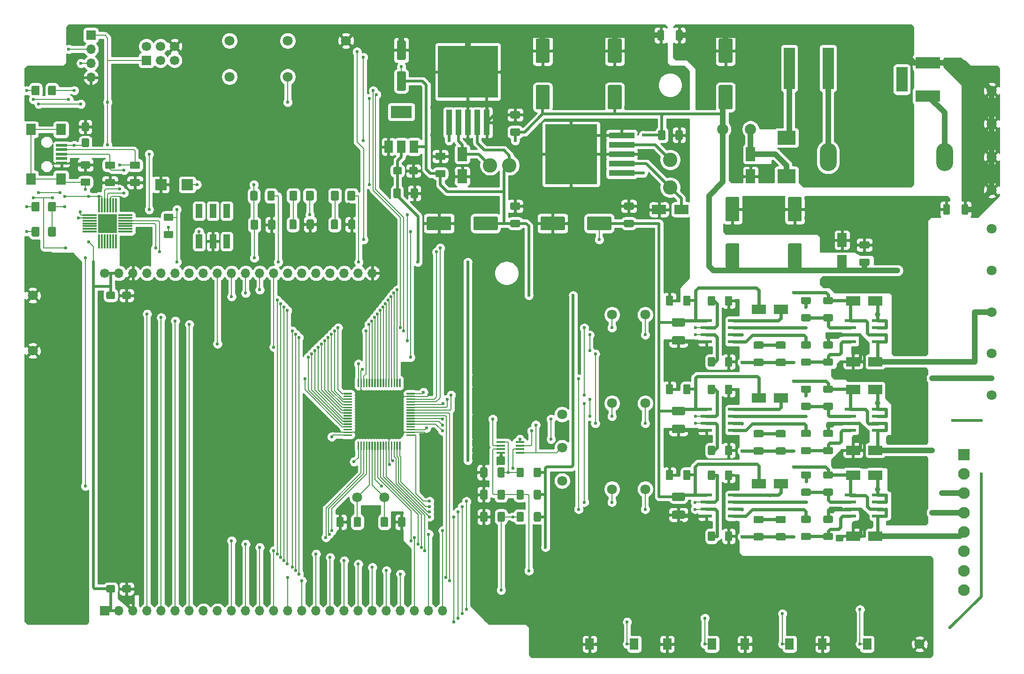
<source format=gbr>
%TF.GenerationSoftware,KiCad,Pcbnew,(5.1.7)-1*%
%TF.CreationDate,2021-02-05T23:52:55+09:00*%
%TF.ProjectId,BLDC_Motor_Controller_Ver2.0A,424c4443-5f4d-46f7-946f-725f436f6e74,Ver 2.0A*%
%TF.SameCoordinates,Original*%
%TF.FileFunction,Copper,L1,Top*%
%TF.FilePolarity,Positive*%
%FSLAX46Y46*%
G04 Gerber Fmt 4.6, Leading zero omitted, Abs format (unit mm)*
G04 Created by KiCad (PCBNEW (5.1.7)-1) date 2021-02-05 23:52:55*
%MOMM*%
%LPD*%
G01*
G04 APERTURE LIST*
%TA.AperFunction,SMDPad,CuDef*%
%ADD10R,3.300000X2.500000*%
%TD*%
%TA.AperFunction,SMDPad,CuDef*%
%ADD11R,1.700000X2.500000*%
%TD*%
%TA.AperFunction,SMDPad,CuDef*%
%ADD12R,2.500000X1.700000*%
%TD*%
%TA.AperFunction,ComponentPad*%
%ADD13O,3.048000X5.080000*%
%TD*%
%TA.AperFunction,ComponentPad*%
%ADD14R,4.500000X2.000000*%
%TD*%
%TA.AperFunction,ComponentPad*%
%ADD15R,2.000000X4.500000*%
%TD*%
%TA.AperFunction,ComponentPad*%
%ADD16C,1.700000*%
%TD*%
%TA.AperFunction,ComponentPad*%
%ADD17R,1.700000X1.700000*%
%TD*%
%TA.AperFunction,ComponentPad*%
%ADD18O,1.700000X1.700000*%
%TD*%
%TA.AperFunction,ComponentPad*%
%ADD19C,2.100000*%
%TD*%
%TA.AperFunction,ComponentPad*%
%ADD20R,2.100000X2.100000*%
%TD*%
%TA.AperFunction,SMDPad,CuDef*%
%ADD21R,2.000000X0.500000*%
%TD*%
%TA.AperFunction,SMDPad,CuDef*%
%ADD22R,1.700000X2.000000*%
%TD*%
%TA.AperFunction,ComponentPad*%
%ADD23C,2.600000*%
%TD*%
%TA.AperFunction,SMDPad,CuDef*%
%ADD24R,2.000000X0.600000*%
%TD*%
%TA.AperFunction,ComponentPad*%
%ADD25R,2.000000X7.500000*%
%TD*%
%TA.AperFunction,SMDPad,CuDef*%
%ADD26R,1.550000X2.000000*%
%TD*%
%TA.AperFunction,SMDPad,CuDef*%
%ADD27R,2.000000X2.000000*%
%TD*%
%TA.AperFunction,SMDPad,CuDef*%
%ADD28R,1.200000X2.500000*%
%TD*%
%TA.AperFunction,ComponentPad*%
%ADD29C,2.000000*%
%TD*%
%TA.AperFunction,ComponentPad*%
%ADD30C,1.800000*%
%TD*%
%TA.AperFunction,SMDPad,CuDef*%
%ADD31R,1.500000X2.200000*%
%TD*%
%TA.AperFunction,SMDPad,CuDef*%
%ADD32R,3.800000X2.200000*%
%TD*%
%TA.AperFunction,SMDPad,CuDef*%
%ADD33R,4.600000X1.100000*%
%TD*%
%TA.AperFunction,SMDPad,CuDef*%
%ADD34R,9.400000X10.800000*%
%TD*%
%TA.AperFunction,SMDPad,CuDef*%
%ADD35R,1.100000X4.600000*%
%TD*%
%TA.AperFunction,SMDPad,CuDef*%
%ADD36R,10.800000X9.400000*%
%TD*%
%TA.AperFunction,SMDPad,CuDef*%
%ADD37R,1.600000X0.300000*%
%TD*%
%TA.AperFunction,SMDPad,CuDef*%
%ADD38R,2.500000X0.300000*%
%TD*%
%TA.AperFunction,SMDPad,CuDef*%
%ADD39R,0.300000X2.500000*%
%TD*%
%TA.AperFunction,SMDPad,CuDef*%
%ADD40R,3.400000X3.400000*%
%TD*%
%TA.AperFunction,ViaPad*%
%ADD41C,0.600000*%
%TD*%
%TA.AperFunction,ViaPad*%
%ADD42C,1.000000*%
%TD*%
%TA.AperFunction,Conductor*%
%ADD43C,1.000000*%
%TD*%
%TA.AperFunction,Conductor*%
%ADD44C,0.500000*%
%TD*%
%TA.AperFunction,Conductor*%
%ADD45C,0.600000*%
%TD*%
%TA.AperFunction,Conductor*%
%ADD46C,0.200000*%
%TD*%
%TA.AperFunction,Conductor*%
%ADD47C,0.254000*%
%TD*%
%TA.AperFunction,Conductor*%
%ADD48C,0.100000*%
%TD*%
G04 APERTURE END LIST*
%TO.P,R7,1*%
%TO.N,WT*%
%TA.AperFunction,SMDPad,CuDef*%
G36*
G01*
X182300000Y-117125000D02*
X182300000Y-115875000D01*
G75*
G02*
X182550000Y-115625000I250000J0D01*
G01*
X183350000Y-115625000D01*
G75*
G02*
X183600000Y-115875000I0J-250000D01*
G01*
X183600000Y-117125000D01*
G75*
G02*
X183350000Y-117375000I-250000J0D01*
G01*
X182550000Y-117375000D01*
G75*
G02*
X182300000Y-117125000I0J250000D01*
G01*
G37*
%TD.AperFunction*%
%TO.P,R7,2*%
%TO.N,GND*%
%TA.AperFunction,SMDPad,CuDef*%
G36*
G01*
X185400000Y-117125000D02*
X185400000Y-115875000D01*
G75*
G02*
X185650000Y-115625000I250000J0D01*
G01*
X186450000Y-115625000D01*
G75*
G02*
X186700000Y-115875000I0J-250000D01*
G01*
X186700000Y-117125000D01*
G75*
G02*
X186450000Y-117375000I-250000J0D01*
G01*
X185650000Y-117375000D01*
G75*
G02*
X185400000Y-117125000I0J250000D01*
G01*
G37*
%TD.AperFunction*%
%TD*%
%TO.P,R19,2*%
%TO.N,Net-(Q3-Pad2)*%
%TA.AperFunction,SMDPad,CuDef*%
G36*
G01*
X203375000Y-118900000D02*
X204625000Y-118900000D01*
G75*
G02*
X204875000Y-119150000I0J-250000D01*
G01*
X204875000Y-119950000D01*
G75*
G02*
X204625000Y-120200000I-250000J0D01*
G01*
X203375000Y-120200000D01*
G75*
G02*
X203125000Y-119950000I0J250000D01*
G01*
X203125000Y-119150000D01*
G75*
G02*
X203375000Y-118900000I250000J0D01*
G01*
G37*
%TD.AperFunction*%
%TO.P,R19,1*%
%TO.N,Net-(C35-Pad2)*%
%TA.AperFunction,SMDPad,CuDef*%
G36*
G01*
X203375000Y-115800000D02*
X204625000Y-115800000D01*
G75*
G02*
X204875000Y-116050000I0J-250000D01*
G01*
X204875000Y-116850000D01*
G75*
G02*
X204625000Y-117100000I-250000J0D01*
G01*
X203375000Y-117100000D01*
G75*
G02*
X203125000Y-116850000I0J250000D01*
G01*
X203125000Y-116050000D01*
G75*
G02*
X203375000Y-115800000I250000J0D01*
G01*
G37*
%TD.AperFunction*%
%TD*%
%TO.P,C1,2*%
%TO.N,GND*%
%TA.AperFunction,SMDPad,CuDef*%
G36*
G01*
X176450000Y-55700001D02*
X176450000Y-54399999D01*
G75*
G02*
X176699999Y-54150000I249999J0D01*
G01*
X177525001Y-54150000D01*
G75*
G02*
X177775000Y-54399999I0J-249999D01*
G01*
X177775000Y-55700001D01*
G75*
G02*
X177525001Y-55950000I-249999J0D01*
G01*
X176699999Y-55950000D01*
G75*
G02*
X176450000Y-55700001I0J249999D01*
G01*
G37*
%TD.AperFunction*%
%TO.P,C1,1*%
%TO.N,+24V*%
%TA.AperFunction,SMDPad,CuDef*%
G36*
G01*
X173325000Y-55700001D02*
X173325000Y-54399999D01*
G75*
G02*
X173574999Y-54150000I249999J0D01*
G01*
X174400001Y-54150000D01*
G75*
G02*
X174650000Y-54399999I0J-249999D01*
G01*
X174650000Y-55700001D01*
G75*
G02*
X174400001Y-55950000I-249999J0D01*
G01*
X173574999Y-55950000D01*
G75*
G02*
X173325000Y-55700001I0J249999D01*
G01*
G37*
%TD.AperFunction*%
%TD*%
%TO.P,C2,2*%
%TO.N,GND*%
%TA.AperFunction,SMDPad,CuDef*%
G36*
G01*
X148200001Y-52050000D02*
X146899999Y-52050000D01*
G75*
G02*
X146650000Y-51800001I0J249999D01*
G01*
X146650000Y-50974999D01*
G75*
G02*
X146899999Y-50725000I249999J0D01*
G01*
X148200001Y-50725000D01*
G75*
G02*
X148450000Y-50974999I0J-249999D01*
G01*
X148450000Y-51800001D01*
G75*
G02*
X148200001Y-52050000I-249999J0D01*
G01*
G37*
%TD.AperFunction*%
%TO.P,C2,1*%
%TO.N,+24V*%
%TA.AperFunction,SMDPad,CuDef*%
G36*
G01*
X148200001Y-55175000D02*
X146899999Y-55175000D01*
G75*
G02*
X146650000Y-54925001I0J249999D01*
G01*
X146650000Y-54099999D01*
G75*
G02*
X146899999Y-53850000I249999J0D01*
G01*
X148200001Y-53850000D01*
G75*
G02*
X148450000Y-54099999I0J-249999D01*
G01*
X148450000Y-54925001D01*
G75*
G02*
X148200001Y-55175000I-249999J0D01*
G01*
G37*
%TD.AperFunction*%
%TD*%
%TO.P,C3,2*%
%TO.N,GND*%
%TA.AperFunction,SMDPad,CuDef*%
G36*
G01*
X134700001Y-59550000D02*
X133399999Y-59550000D01*
G75*
G02*
X133150000Y-59300001I0J249999D01*
G01*
X133150000Y-58474999D01*
G75*
G02*
X133399999Y-58225000I249999J0D01*
G01*
X134700001Y-58225000D01*
G75*
G02*
X134950000Y-58474999I0J-249999D01*
G01*
X134950000Y-59300001D01*
G75*
G02*
X134700001Y-59550000I-249999J0D01*
G01*
G37*
%TD.AperFunction*%
%TO.P,C3,1*%
%TO.N,+5V*%
%TA.AperFunction,SMDPad,CuDef*%
G36*
G01*
X134700001Y-62675000D02*
X133399999Y-62675000D01*
G75*
G02*
X133150000Y-62425001I0J249999D01*
G01*
X133150000Y-61599999D01*
G75*
G02*
X133399999Y-61350000I249999J0D01*
G01*
X134700001Y-61350000D01*
G75*
G02*
X134950000Y-61599999I0J-249999D01*
G01*
X134950000Y-62425001D01*
G75*
G02*
X134700001Y-62675000I-249999J0D01*
G01*
G37*
%TD.AperFunction*%
%TD*%
%TO.P,C4,1*%
%TO.N,+24V*%
%TA.AperFunction,SMDPad,CuDef*%
G36*
G01*
X166500000Y-50400000D02*
X164500000Y-50400000D01*
G75*
G02*
X164250000Y-50150000I0J250000D01*
G01*
X164250000Y-46250000D01*
G75*
G02*
X164500000Y-46000000I250000J0D01*
G01*
X166500000Y-46000000D01*
G75*
G02*
X166750000Y-46250000I0J-250000D01*
G01*
X166750000Y-50150000D01*
G75*
G02*
X166500000Y-50400000I-250000J0D01*
G01*
G37*
%TD.AperFunction*%
%TO.P,C4,2*%
%TO.N,GND*%
%TA.AperFunction,SMDPad,CuDef*%
G36*
G01*
X166500000Y-42000000D02*
X164500000Y-42000000D01*
G75*
G02*
X164250000Y-41750000I0J250000D01*
G01*
X164250000Y-37850000D01*
G75*
G02*
X164500000Y-37600000I250000J0D01*
G01*
X166500000Y-37600000D01*
G75*
G02*
X166750000Y-37850000I0J-250000D01*
G01*
X166750000Y-41750000D01*
G75*
G02*
X166500000Y-42000000I-250000J0D01*
G01*
G37*
%TD.AperFunction*%
%TD*%
%TO.P,C5,2*%
%TO.N,GND*%
%TA.AperFunction,SMDPad,CuDef*%
G36*
G01*
X153500000Y-42000000D02*
X151500000Y-42000000D01*
G75*
G02*
X151250000Y-41750000I0J250000D01*
G01*
X151250000Y-37850000D01*
G75*
G02*
X151500000Y-37600000I250000J0D01*
G01*
X153500000Y-37600000D01*
G75*
G02*
X153750000Y-37850000I0J-250000D01*
G01*
X153750000Y-41750000D01*
G75*
G02*
X153500000Y-42000000I-250000J0D01*
G01*
G37*
%TD.AperFunction*%
%TO.P,C5,1*%
%TO.N,+24V*%
%TA.AperFunction,SMDPad,CuDef*%
G36*
G01*
X153500000Y-50400000D02*
X151500000Y-50400000D01*
G75*
G02*
X151250000Y-50150000I0J250000D01*
G01*
X151250000Y-46250000D01*
G75*
G02*
X151500000Y-46000000I250000J0D01*
G01*
X153500000Y-46000000D01*
G75*
G02*
X153750000Y-46250000I0J-250000D01*
G01*
X153750000Y-50150000D01*
G75*
G02*
X153500000Y-50400000I-250000J0D01*
G01*
G37*
%TD.AperFunction*%
%TD*%
%TO.P,C6,2*%
%TO.N,GND*%
%TA.AperFunction,SMDPad,CuDef*%
G36*
G01*
X127550000Y-41450000D02*
X126450000Y-41450000D01*
G75*
G02*
X126200000Y-41200000I0J250000D01*
G01*
X126200000Y-38200000D01*
G75*
G02*
X126450000Y-37950000I250000J0D01*
G01*
X127550000Y-37950000D01*
G75*
G02*
X127800000Y-38200000I0J-250000D01*
G01*
X127800000Y-41200000D01*
G75*
G02*
X127550000Y-41450000I-250000J0D01*
G01*
G37*
%TD.AperFunction*%
%TO.P,C6,1*%
%TO.N,+5V*%
%TA.AperFunction,SMDPad,CuDef*%
G36*
G01*
X127550000Y-47050000D02*
X126450000Y-47050000D01*
G75*
G02*
X126200000Y-46800000I0J250000D01*
G01*
X126200000Y-43800000D01*
G75*
G02*
X126450000Y-43550000I250000J0D01*
G01*
X127550000Y-43550000D01*
G75*
G02*
X127800000Y-43800000I0J-250000D01*
G01*
X127800000Y-46800000D01*
G75*
G02*
X127550000Y-47050000I-250000J0D01*
G01*
G37*
%TD.AperFunction*%
%TD*%
%TO.P,C7,1*%
%TO.N,+3.3V*%
%TA.AperFunction,SMDPad,CuDef*%
G36*
G01*
X125525000Y-61925001D02*
X125525000Y-61074999D01*
G75*
G02*
X125774999Y-60825000I249999J0D01*
G01*
X126850001Y-60825000D01*
G75*
G02*
X127100000Y-61074999I0J-249999D01*
G01*
X127100000Y-61925001D01*
G75*
G02*
X126850001Y-62175000I-249999J0D01*
G01*
X125774999Y-62175000D01*
G75*
G02*
X125525000Y-61925001I0J249999D01*
G01*
G37*
%TD.AperFunction*%
%TO.P,C7,2*%
%TO.N,GND*%
%TA.AperFunction,SMDPad,CuDef*%
G36*
G01*
X128400000Y-61925001D02*
X128400000Y-61074999D01*
G75*
G02*
X128649999Y-60825000I249999J0D01*
G01*
X129725001Y-60825000D01*
G75*
G02*
X129975000Y-61074999I0J-249999D01*
G01*
X129975000Y-61925001D01*
G75*
G02*
X129725001Y-62175000I-249999J0D01*
G01*
X128649999Y-62175000D01*
G75*
G02*
X128400000Y-61925001I0J249999D01*
G01*
G37*
%TD.AperFunction*%
%TD*%
%TO.P,C8,1*%
%TO.N,+24V*%
%TA.AperFunction,SMDPad,CuDef*%
G36*
G01*
X186500000Y-50400000D02*
X184500000Y-50400000D01*
G75*
G02*
X184250000Y-50150000I0J250000D01*
G01*
X184250000Y-46250000D01*
G75*
G02*
X184500000Y-46000000I250000J0D01*
G01*
X186500000Y-46000000D01*
G75*
G02*
X186750000Y-46250000I0J-250000D01*
G01*
X186750000Y-50150000D01*
G75*
G02*
X186500000Y-50400000I-250000J0D01*
G01*
G37*
%TD.AperFunction*%
%TO.P,C8,2*%
%TO.N,GNDPWR*%
%TA.AperFunction,SMDPad,CuDef*%
G36*
G01*
X186500000Y-42000000D02*
X184500000Y-42000000D01*
G75*
G02*
X184250000Y-41750000I0J250000D01*
G01*
X184250000Y-37850000D01*
G75*
G02*
X184500000Y-37600000I250000J0D01*
G01*
X186500000Y-37600000D01*
G75*
G02*
X186750000Y-37850000I0J-250000D01*
G01*
X186750000Y-41750000D01*
G75*
G02*
X186500000Y-42000000I-250000J0D01*
G01*
G37*
%TD.AperFunction*%
%TD*%
%TO.P,C9,2*%
%TO.N,GND*%
%TA.AperFunction,SMDPad,CuDef*%
G36*
G01*
X128700000Y-66200001D02*
X128700000Y-64899999D01*
G75*
G02*
X128949999Y-64650000I249999J0D01*
G01*
X129775001Y-64650000D01*
G75*
G02*
X130025000Y-64899999I0J-249999D01*
G01*
X130025000Y-66200001D01*
G75*
G02*
X129775001Y-66450000I-249999J0D01*
G01*
X128949999Y-66450000D01*
G75*
G02*
X128700000Y-66200001I0J249999D01*
G01*
G37*
%TD.AperFunction*%
%TO.P,C9,1*%
%TO.N,+3.3V*%
%TA.AperFunction,SMDPad,CuDef*%
G36*
G01*
X125575000Y-66200001D02*
X125575000Y-64899999D01*
G75*
G02*
X125824999Y-64650000I249999J0D01*
G01*
X126650001Y-64650000D01*
G75*
G02*
X126900000Y-64899999I0J-249999D01*
G01*
X126900000Y-66200001D01*
G75*
G02*
X126650001Y-66450000I-249999J0D01*
G01*
X125824999Y-66450000D01*
G75*
G02*
X125575000Y-66200001I0J249999D01*
G01*
G37*
%TD.AperFunction*%
%TD*%
%TO.P,C10,1*%
%TO.N,+5V*%
%TA.AperFunction,SMDPad,CuDef*%
G36*
G01*
X144400000Y-70000000D02*
X144400000Y-72000000D01*
G75*
G02*
X144150000Y-72250000I-250000J0D01*
G01*
X140250000Y-72250000D01*
G75*
G02*
X140000000Y-72000000I0J250000D01*
G01*
X140000000Y-70000000D01*
G75*
G02*
X140250000Y-69750000I250000J0D01*
G01*
X144150000Y-69750000D01*
G75*
G02*
X144400000Y-70000000I0J-250000D01*
G01*
G37*
%TD.AperFunction*%
%TO.P,C10,2*%
%TO.N,GND*%
%TA.AperFunction,SMDPad,CuDef*%
G36*
G01*
X136000000Y-70000000D02*
X136000000Y-72000000D01*
G75*
G02*
X135750000Y-72250000I-250000J0D01*
G01*
X131850000Y-72250000D01*
G75*
G02*
X131600000Y-72000000I0J250000D01*
G01*
X131600000Y-70000000D01*
G75*
G02*
X131850000Y-69750000I250000J0D01*
G01*
X135750000Y-69750000D01*
G75*
G02*
X136000000Y-70000000I0J-250000D01*
G01*
G37*
%TD.AperFunction*%
%TD*%
%TO.P,C11,1*%
%TO.N,+12V*%
%TA.AperFunction,SMDPad,CuDef*%
G36*
G01*
X164900000Y-70000000D02*
X164900000Y-72000000D01*
G75*
G02*
X164650000Y-72250000I-250000J0D01*
G01*
X160750000Y-72250000D01*
G75*
G02*
X160500000Y-72000000I0J250000D01*
G01*
X160500000Y-70000000D01*
G75*
G02*
X160750000Y-69750000I250000J0D01*
G01*
X164650000Y-69750000D01*
G75*
G02*
X164900000Y-70000000I0J-250000D01*
G01*
G37*
%TD.AperFunction*%
%TO.P,C11,2*%
%TO.N,GND*%
%TA.AperFunction,SMDPad,CuDef*%
G36*
G01*
X156500000Y-70000000D02*
X156500000Y-72000000D01*
G75*
G02*
X156250000Y-72250000I-250000J0D01*
G01*
X152350000Y-72250000D01*
G75*
G02*
X152100000Y-72000000I0J250000D01*
G01*
X152100000Y-70000000D01*
G75*
G02*
X152350000Y-69750000I250000J0D01*
G01*
X156250000Y-69750000D01*
G75*
G02*
X156500000Y-70000000I0J-250000D01*
G01*
G37*
%TD.AperFunction*%
%TD*%
%TO.P,C12,1*%
%TO.N,+5V*%
%TA.AperFunction,SMDPad,CuDef*%
G36*
G01*
X148200001Y-71675000D02*
X146899999Y-71675000D01*
G75*
G02*
X146650000Y-71425001I0J249999D01*
G01*
X146650000Y-70599999D01*
G75*
G02*
X146899999Y-70350000I249999J0D01*
G01*
X148200001Y-70350000D01*
G75*
G02*
X148450000Y-70599999I0J-249999D01*
G01*
X148450000Y-71425001D01*
G75*
G02*
X148200001Y-71675000I-249999J0D01*
G01*
G37*
%TD.AperFunction*%
%TO.P,C12,2*%
%TO.N,GND*%
%TA.AperFunction,SMDPad,CuDef*%
G36*
G01*
X148200001Y-68550000D02*
X146899999Y-68550000D01*
G75*
G02*
X146650000Y-68300001I0J249999D01*
G01*
X146650000Y-67474999D01*
G75*
G02*
X146899999Y-67225000I249999J0D01*
G01*
X148200001Y-67225000D01*
G75*
G02*
X148450000Y-67474999I0J-249999D01*
G01*
X148450000Y-68300001D01*
G75*
G02*
X148200001Y-68550000I-249999J0D01*
G01*
G37*
%TD.AperFunction*%
%TD*%
%TO.P,C13,1*%
%TO.N,+12V*%
%TA.AperFunction,SMDPad,CuDef*%
G36*
G01*
X168700001Y-71675000D02*
X167399999Y-71675000D01*
G75*
G02*
X167150000Y-71425001I0J249999D01*
G01*
X167150000Y-70599999D01*
G75*
G02*
X167399999Y-70350000I249999J0D01*
G01*
X168700001Y-70350000D01*
G75*
G02*
X168950000Y-70599999I0J-249999D01*
G01*
X168950000Y-71425001D01*
G75*
G02*
X168700001Y-71675000I-249999J0D01*
G01*
G37*
%TD.AperFunction*%
%TO.P,C13,2*%
%TO.N,GND*%
%TA.AperFunction,SMDPad,CuDef*%
G36*
G01*
X168700001Y-68550000D02*
X167399999Y-68550000D01*
G75*
G02*
X167150000Y-68300001I0J249999D01*
G01*
X167150000Y-67474999D01*
G75*
G02*
X167399999Y-67225000I249999J0D01*
G01*
X168700001Y-67225000D01*
G75*
G02*
X168950000Y-67474999I0J-249999D01*
G01*
X168950000Y-68300001D01*
G75*
G02*
X168700001Y-68550000I-249999J0D01*
G01*
G37*
%TD.AperFunction*%
%TD*%
%TO.P,C14,1*%
%TO.N,NRST*%
%TA.AperFunction,SMDPad,CuDef*%
G36*
G01*
X99825000Y-71890001D02*
X99825000Y-70589999D01*
G75*
G02*
X100074999Y-70340000I249999J0D01*
G01*
X100900001Y-70340000D01*
G75*
G02*
X101150000Y-70589999I0J-249999D01*
G01*
X101150000Y-71890001D01*
G75*
G02*
X100900001Y-72140000I-249999J0D01*
G01*
X100074999Y-72140000D01*
G75*
G02*
X99825000Y-71890001I0J249999D01*
G01*
G37*
%TD.AperFunction*%
%TO.P,C14,2*%
%TO.N,GND*%
%TA.AperFunction,SMDPad,CuDef*%
G36*
G01*
X102950000Y-71890001D02*
X102950000Y-70589999D01*
G75*
G02*
X103199999Y-70340000I249999J0D01*
G01*
X104025001Y-70340000D01*
G75*
G02*
X104275000Y-70589999I0J-249999D01*
G01*
X104275000Y-71890001D01*
G75*
G02*
X104025001Y-72140000I-249999J0D01*
G01*
X103199999Y-72140000D01*
G75*
G02*
X102950000Y-71890001I0J249999D01*
G01*
G37*
%TD.AperFunction*%
%TD*%
%TO.P,C26,2*%
%TO.N,GND*%
%TA.AperFunction,SMDPad,CuDef*%
G36*
G01*
X116600000Y-124299999D02*
X116600000Y-125600001D01*
G75*
G02*
X116350001Y-125850000I-249999J0D01*
G01*
X115524999Y-125850000D01*
G75*
G02*
X115275000Y-125600001I0J249999D01*
G01*
X115275000Y-124299999D01*
G75*
G02*
X115524999Y-124050000I249999J0D01*
G01*
X116350001Y-124050000D01*
G75*
G02*
X116600000Y-124299999I0J-249999D01*
G01*
G37*
%TD.AperFunction*%
%TO.P,C26,1*%
%TO.N,Net-(C26-Pad1)*%
%TA.AperFunction,SMDPad,CuDef*%
G36*
G01*
X119725000Y-124299999D02*
X119725000Y-125600001D01*
G75*
G02*
X119475001Y-125850000I-249999J0D01*
G01*
X118649999Y-125850000D01*
G75*
G02*
X118400000Y-125600001I0J249999D01*
G01*
X118400000Y-124299999D01*
G75*
G02*
X118649999Y-124050000I249999J0D01*
G01*
X119475001Y-124050000D01*
G75*
G02*
X119725000Y-124299999I0J-249999D01*
G01*
G37*
%TD.AperFunction*%
%TD*%
%TO.P,C27,1*%
%TO.N,Net-(C27-Pad1)*%
%TA.AperFunction,SMDPad,CuDef*%
G36*
G01*
X123285000Y-125600001D02*
X123285000Y-124299999D01*
G75*
G02*
X123534999Y-124050000I249999J0D01*
G01*
X124360001Y-124050000D01*
G75*
G02*
X124610000Y-124299999I0J-249999D01*
G01*
X124610000Y-125600001D01*
G75*
G02*
X124360001Y-125850000I-249999J0D01*
G01*
X123534999Y-125850000D01*
G75*
G02*
X123285000Y-125600001I0J249999D01*
G01*
G37*
%TD.AperFunction*%
%TO.P,C27,2*%
%TO.N,GND*%
%TA.AperFunction,SMDPad,CuDef*%
G36*
G01*
X126410000Y-125600001D02*
X126410000Y-124299999D01*
G75*
G02*
X126659999Y-124050000I249999J0D01*
G01*
X127485001Y-124050000D01*
G75*
G02*
X127735000Y-124299999I0J-249999D01*
G01*
X127735000Y-125600001D01*
G75*
G02*
X127485001Y-125850000I-249999J0D01*
G01*
X126659999Y-125850000D01*
G75*
G02*
X126410000Y-125600001I0J249999D01*
G01*
G37*
%TD.AperFunction*%
%TD*%
%TO.P,C30,1*%
%TO.N,+12V*%
%TA.AperFunction,SMDPad,CuDef*%
G36*
G01*
X176075000Y-88135000D02*
X177925000Y-88135000D01*
G75*
G02*
X178175000Y-88385000I0J-250000D01*
G01*
X178175000Y-89385000D01*
G75*
G02*
X177925000Y-89635000I-250000J0D01*
G01*
X176075000Y-89635000D01*
G75*
G02*
X175825000Y-89385000I0J250000D01*
G01*
X175825000Y-88385000D01*
G75*
G02*
X176075000Y-88135000I250000J0D01*
G01*
G37*
%TD.AperFunction*%
%TO.P,C30,2*%
%TO.N,GND*%
%TA.AperFunction,SMDPad,CuDef*%
G36*
G01*
X176075000Y-91385000D02*
X177925000Y-91385000D01*
G75*
G02*
X178175000Y-91635000I0J-250000D01*
G01*
X178175000Y-92635000D01*
G75*
G02*
X177925000Y-92885000I-250000J0D01*
G01*
X176075000Y-92885000D01*
G75*
G02*
X175825000Y-92635000I0J250000D01*
G01*
X175825000Y-91635000D01*
G75*
G02*
X176075000Y-91385000I250000J0D01*
G01*
G37*
%TD.AperFunction*%
%TD*%
%TO.P,C31,1*%
%TO.N,+12V*%
%TA.AperFunction,SMDPad,CuDef*%
G36*
G01*
X176075000Y-104135000D02*
X177925000Y-104135000D01*
G75*
G02*
X178175000Y-104385000I0J-250000D01*
G01*
X178175000Y-105385000D01*
G75*
G02*
X177925000Y-105635000I-250000J0D01*
G01*
X176075000Y-105635000D01*
G75*
G02*
X175825000Y-105385000I0J250000D01*
G01*
X175825000Y-104385000D01*
G75*
G02*
X176075000Y-104135000I250000J0D01*
G01*
G37*
%TD.AperFunction*%
%TO.P,C31,2*%
%TO.N,GND*%
%TA.AperFunction,SMDPad,CuDef*%
G36*
G01*
X176075000Y-107385000D02*
X177925000Y-107385000D01*
G75*
G02*
X178175000Y-107635000I0J-250000D01*
G01*
X178175000Y-108635000D01*
G75*
G02*
X177925000Y-108885000I-250000J0D01*
G01*
X176075000Y-108885000D01*
G75*
G02*
X175825000Y-108635000I0J250000D01*
G01*
X175825000Y-107635000D01*
G75*
G02*
X176075000Y-107385000I250000J0D01*
G01*
G37*
%TD.AperFunction*%
%TD*%
%TO.P,C32,2*%
%TO.N,GND*%
%TA.AperFunction,SMDPad,CuDef*%
G36*
G01*
X176075000Y-122885000D02*
X177925000Y-122885000D01*
G75*
G02*
X178175000Y-123135000I0J-250000D01*
G01*
X178175000Y-124135000D01*
G75*
G02*
X177925000Y-124385000I-250000J0D01*
G01*
X176075000Y-124385000D01*
G75*
G02*
X175825000Y-124135000I0J250000D01*
G01*
X175825000Y-123135000D01*
G75*
G02*
X176075000Y-122885000I250000J0D01*
G01*
G37*
%TD.AperFunction*%
%TO.P,C32,1*%
%TO.N,+12V*%
%TA.AperFunction,SMDPad,CuDef*%
G36*
G01*
X176075000Y-119635000D02*
X177925000Y-119635000D01*
G75*
G02*
X178175000Y-119885000I0J-250000D01*
G01*
X178175000Y-120885000D01*
G75*
G02*
X177925000Y-121135000I-250000J0D01*
G01*
X176075000Y-121135000D01*
G75*
G02*
X175825000Y-120885000I0J250000D01*
G01*
X175825000Y-119885000D01*
G75*
G02*
X176075000Y-119635000I250000J0D01*
G01*
G37*
%TD.AperFunction*%
%TD*%
%TO.P,C33,1*%
%TO.N,Net-(C33-Pad1)*%
%TA.AperFunction,SMDPad,CuDef*%
G36*
G01*
X190799999Y-92325000D02*
X192100001Y-92325000D01*
G75*
G02*
X192350000Y-92574999I0J-249999D01*
G01*
X192350000Y-93400001D01*
G75*
G02*
X192100001Y-93650000I-249999J0D01*
G01*
X190799999Y-93650000D01*
G75*
G02*
X190550000Y-93400001I0J249999D01*
G01*
X190550000Y-92574999D01*
G75*
G02*
X190799999Y-92325000I249999J0D01*
G01*
G37*
%TD.AperFunction*%
%TO.P,C33,2*%
%TO.N,Net-(C33-Pad2)*%
%TA.AperFunction,SMDPad,CuDef*%
G36*
G01*
X190799999Y-95450000D02*
X192100001Y-95450000D01*
G75*
G02*
X192350000Y-95699999I0J-249999D01*
G01*
X192350000Y-96525001D01*
G75*
G02*
X192100001Y-96775000I-249999J0D01*
G01*
X190799999Y-96775000D01*
G75*
G02*
X190550000Y-96525001I0J249999D01*
G01*
X190550000Y-95699999D01*
G75*
G02*
X190799999Y-95450000I249999J0D01*
G01*
G37*
%TD.AperFunction*%
%TD*%
%TO.P,C34,2*%
%TO.N,Net-(C34-Pad2)*%
%TA.AperFunction,SMDPad,CuDef*%
G36*
G01*
X190799999Y-111450000D02*
X192100001Y-111450000D01*
G75*
G02*
X192350000Y-111699999I0J-249999D01*
G01*
X192350000Y-112525001D01*
G75*
G02*
X192100001Y-112775000I-249999J0D01*
G01*
X190799999Y-112775000D01*
G75*
G02*
X190550000Y-112525001I0J249999D01*
G01*
X190550000Y-111699999D01*
G75*
G02*
X190799999Y-111450000I249999J0D01*
G01*
G37*
%TD.AperFunction*%
%TO.P,C34,1*%
%TO.N,Net-(C34-Pad1)*%
%TA.AperFunction,SMDPad,CuDef*%
G36*
G01*
X190799999Y-108325000D02*
X192100001Y-108325000D01*
G75*
G02*
X192350000Y-108574999I0J-249999D01*
G01*
X192350000Y-109400001D01*
G75*
G02*
X192100001Y-109650000I-249999J0D01*
G01*
X190799999Y-109650000D01*
G75*
G02*
X190550000Y-109400001I0J249999D01*
G01*
X190550000Y-108574999D01*
G75*
G02*
X190799999Y-108325000I249999J0D01*
G01*
G37*
%TD.AperFunction*%
%TD*%
%TO.P,C35,2*%
%TO.N,Net-(C35-Pad2)*%
%TA.AperFunction,SMDPad,CuDef*%
G36*
G01*
X190799999Y-126950000D02*
X192100001Y-126950000D01*
G75*
G02*
X192350000Y-127199999I0J-249999D01*
G01*
X192350000Y-128025001D01*
G75*
G02*
X192100001Y-128275000I-249999J0D01*
G01*
X190799999Y-128275000D01*
G75*
G02*
X190550000Y-128025001I0J249999D01*
G01*
X190550000Y-127199999D01*
G75*
G02*
X190799999Y-126950000I249999J0D01*
G01*
G37*
%TD.AperFunction*%
%TO.P,C35,1*%
%TO.N,Net-(C35-Pad1)*%
%TA.AperFunction,SMDPad,CuDef*%
G36*
G01*
X190799999Y-123825000D02*
X192100001Y-123825000D01*
G75*
G02*
X192350000Y-124074999I0J-249999D01*
G01*
X192350000Y-124900001D01*
G75*
G02*
X192100001Y-125150000I-249999J0D01*
G01*
X190799999Y-125150000D01*
G75*
G02*
X190550000Y-124900001I0J249999D01*
G01*
X190550000Y-124074999D01*
G75*
G02*
X190799999Y-123825000I249999J0D01*
G01*
G37*
%TD.AperFunction*%
%TD*%
%TO.P,C36,2*%
%TO.N,Net-(C33-Pad2)*%
%TA.AperFunction,SMDPad,CuDef*%
G36*
G01*
X194799999Y-95450000D02*
X196100001Y-95450000D01*
G75*
G02*
X196350000Y-95699999I0J-249999D01*
G01*
X196350000Y-96525001D01*
G75*
G02*
X196100001Y-96775000I-249999J0D01*
G01*
X194799999Y-96775000D01*
G75*
G02*
X194550000Y-96525001I0J249999D01*
G01*
X194550000Y-95699999D01*
G75*
G02*
X194799999Y-95450000I249999J0D01*
G01*
G37*
%TD.AperFunction*%
%TO.P,C36,1*%
%TO.N,Net-(C33-Pad1)*%
%TA.AperFunction,SMDPad,CuDef*%
G36*
G01*
X194799999Y-92325000D02*
X196100001Y-92325000D01*
G75*
G02*
X196350000Y-92574999I0J-249999D01*
G01*
X196350000Y-93400001D01*
G75*
G02*
X196100001Y-93650000I-249999J0D01*
G01*
X194799999Y-93650000D01*
G75*
G02*
X194550000Y-93400001I0J249999D01*
G01*
X194550000Y-92574999D01*
G75*
G02*
X194799999Y-92325000I249999J0D01*
G01*
G37*
%TD.AperFunction*%
%TD*%
%TO.P,C37,1*%
%TO.N,Net-(C34-Pad1)*%
%TA.AperFunction,SMDPad,CuDef*%
G36*
G01*
X194799999Y-108325000D02*
X196100001Y-108325000D01*
G75*
G02*
X196350000Y-108574999I0J-249999D01*
G01*
X196350000Y-109400001D01*
G75*
G02*
X196100001Y-109650000I-249999J0D01*
G01*
X194799999Y-109650000D01*
G75*
G02*
X194550000Y-109400001I0J249999D01*
G01*
X194550000Y-108574999D01*
G75*
G02*
X194799999Y-108325000I249999J0D01*
G01*
G37*
%TD.AperFunction*%
%TO.P,C37,2*%
%TO.N,Net-(C34-Pad2)*%
%TA.AperFunction,SMDPad,CuDef*%
G36*
G01*
X194799999Y-111450000D02*
X196100001Y-111450000D01*
G75*
G02*
X196350000Y-111699999I0J-249999D01*
G01*
X196350000Y-112525001D01*
G75*
G02*
X196100001Y-112775000I-249999J0D01*
G01*
X194799999Y-112775000D01*
G75*
G02*
X194550000Y-112525001I0J249999D01*
G01*
X194550000Y-111699999D01*
G75*
G02*
X194799999Y-111450000I249999J0D01*
G01*
G37*
%TD.AperFunction*%
%TD*%
%TO.P,C38,2*%
%TO.N,Net-(C35-Pad2)*%
%TA.AperFunction,SMDPad,CuDef*%
G36*
G01*
X194799999Y-126950000D02*
X196100001Y-126950000D01*
G75*
G02*
X196350000Y-127199999I0J-249999D01*
G01*
X196350000Y-128025001D01*
G75*
G02*
X196100001Y-128275000I-249999J0D01*
G01*
X194799999Y-128275000D01*
G75*
G02*
X194550000Y-128025001I0J249999D01*
G01*
X194550000Y-127199999D01*
G75*
G02*
X194799999Y-126950000I249999J0D01*
G01*
G37*
%TD.AperFunction*%
%TO.P,C38,1*%
%TO.N,Net-(C35-Pad1)*%
%TA.AperFunction,SMDPad,CuDef*%
G36*
G01*
X194799999Y-123825000D02*
X196100001Y-123825000D01*
G75*
G02*
X196350000Y-124074999I0J-249999D01*
G01*
X196350000Y-124900001D01*
G75*
G02*
X196100001Y-125150000I-249999J0D01*
G01*
X194799999Y-125150000D01*
G75*
G02*
X194550000Y-124900001I0J249999D01*
G01*
X194550000Y-124074999D01*
G75*
G02*
X194799999Y-123825000I249999J0D01*
G01*
G37*
%TD.AperFunction*%
%TD*%
%TO.P,C39,2*%
%TO.N,GND*%
%TA.AperFunction,SMDPad,CuDef*%
G36*
G01*
X142530000Y-115339999D02*
X142530000Y-116640001D01*
G75*
G02*
X142280001Y-116890000I-249999J0D01*
G01*
X141454999Y-116890000D01*
G75*
G02*
X141205000Y-116640001I0J249999D01*
G01*
X141205000Y-115339999D01*
G75*
G02*
X141454999Y-115090000I249999J0D01*
G01*
X142280001Y-115090000D01*
G75*
G02*
X142530000Y-115339999I0J-249999D01*
G01*
G37*
%TD.AperFunction*%
%TO.P,C39,1*%
%TO.N,Net-(C39-Pad1)*%
%TA.AperFunction,SMDPad,CuDef*%
G36*
G01*
X145655000Y-115339999D02*
X145655000Y-116640001D01*
G75*
G02*
X145405001Y-116890000I-249999J0D01*
G01*
X144579999Y-116890000D01*
G75*
G02*
X144330000Y-116640001I0J249999D01*
G01*
X144330000Y-115339999D01*
G75*
G02*
X144579999Y-115090000I249999J0D01*
G01*
X145405001Y-115090000D01*
G75*
G02*
X145655000Y-115339999I0J-249999D01*
G01*
G37*
%TD.AperFunction*%
%TD*%
%TO.P,C40,2*%
%TO.N,GND*%
%TA.AperFunction,SMDPad,CuDef*%
G36*
G01*
X142550000Y-119349999D02*
X142550000Y-120650001D01*
G75*
G02*
X142300001Y-120900000I-249999J0D01*
G01*
X141474999Y-120900000D01*
G75*
G02*
X141225000Y-120650001I0J249999D01*
G01*
X141225000Y-119349999D01*
G75*
G02*
X141474999Y-119100000I249999J0D01*
G01*
X142300001Y-119100000D01*
G75*
G02*
X142550000Y-119349999I0J-249999D01*
G01*
G37*
%TD.AperFunction*%
%TO.P,C40,1*%
%TO.N,Net-(C40-Pad1)*%
%TA.AperFunction,SMDPad,CuDef*%
G36*
G01*
X145675000Y-119349999D02*
X145675000Y-120650001D01*
G75*
G02*
X145425001Y-120900000I-249999J0D01*
G01*
X144599999Y-120900000D01*
G75*
G02*
X144350000Y-120650001I0J249999D01*
G01*
X144350000Y-119349999D01*
G75*
G02*
X144599999Y-119100000I249999J0D01*
G01*
X145425001Y-119100000D01*
G75*
G02*
X145675000Y-119349999I0J-249999D01*
G01*
G37*
%TD.AperFunction*%
%TD*%
%TO.P,C41,1*%
%TO.N,Net-(C41-Pad1)*%
%TA.AperFunction,SMDPad,CuDef*%
G36*
G01*
X145675000Y-123349999D02*
X145675000Y-124650001D01*
G75*
G02*
X145425001Y-124900000I-249999J0D01*
G01*
X144599999Y-124900000D01*
G75*
G02*
X144350000Y-124650001I0J249999D01*
G01*
X144350000Y-123349999D01*
G75*
G02*
X144599999Y-123100000I249999J0D01*
G01*
X145425001Y-123100000D01*
G75*
G02*
X145675000Y-123349999I0J-249999D01*
G01*
G37*
%TD.AperFunction*%
%TO.P,C41,2*%
%TO.N,GND*%
%TA.AperFunction,SMDPad,CuDef*%
G36*
G01*
X142550000Y-123349999D02*
X142550000Y-124650001D01*
G75*
G02*
X142300001Y-124900000I-249999J0D01*
G01*
X141474999Y-124900000D01*
G75*
G02*
X141225000Y-124650001I0J249999D01*
G01*
X141225000Y-123349999D01*
G75*
G02*
X141474999Y-123100000I249999J0D01*
G01*
X142300001Y-123100000D01*
G75*
G02*
X142550000Y-123349999I0J-249999D01*
G01*
G37*
%TD.AperFunction*%
%TD*%
%TO.P,C42,1*%
%TO.N,+3.3V*%
%TA.AperFunction,SMDPad,CuDef*%
G36*
G01*
X73775000Y-84425001D02*
X73775000Y-83574999D01*
G75*
G02*
X74024999Y-83325000I249999J0D01*
G01*
X75100001Y-83325000D01*
G75*
G02*
X75350000Y-83574999I0J-249999D01*
G01*
X75350000Y-84425001D01*
G75*
G02*
X75100001Y-84675000I-249999J0D01*
G01*
X74024999Y-84675000D01*
G75*
G02*
X73775000Y-84425001I0J249999D01*
G01*
G37*
%TD.AperFunction*%
%TO.P,C42,2*%
%TO.N,GND*%
%TA.AperFunction,SMDPad,CuDef*%
G36*
G01*
X76650000Y-84425001D02*
X76650000Y-83574999D01*
G75*
G02*
X76899999Y-83325000I249999J0D01*
G01*
X77975001Y-83325000D01*
G75*
G02*
X78225000Y-83574999I0J-249999D01*
G01*
X78225000Y-84425001D01*
G75*
G02*
X77975001Y-84675000I-249999J0D01*
G01*
X76899999Y-84675000D01*
G75*
G02*
X76650000Y-84425001I0J249999D01*
G01*
G37*
%TD.AperFunction*%
%TD*%
%TO.P,C43,2*%
%TO.N,GNDA*%
%TA.AperFunction,SMDPad,CuDef*%
G36*
G01*
X187740000Y-70630000D02*
X185740000Y-70630000D01*
G75*
G02*
X185490000Y-70380000I0J250000D01*
G01*
X185490000Y-66480000D01*
G75*
G02*
X185740000Y-66230000I250000J0D01*
G01*
X187740000Y-66230000D01*
G75*
G02*
X187990000Y-66480000I0J-250000D01*
G01*
X187990000Y-70380000D01*
G75*
G02*
X187740000Y-70630000I-250000J0D01*
G01*
G37*
%TD.AperFunction*%
%TO.P,C43,1*%
%TO.N,+24V*%
%TA.AperFunction,SMDPad,CuDef*%
G36*
G01*
X187740000Y-79030000D02*
X185740000Y-79030000D01*
G75*
G02*
X185490000Y-78780000I0J250000D01*
G01*
X185490000Y-74880000D01*
G75*
G02*
X185740000Y-74630000I250000J0D01*
G01*
X187740000Y-74630000D01*
G75*
G02*
X187990000Y-74880000I0J-250000D01*
G01*
X187990000Y-78780000D01*
G75*
G02*
X187740000Y-79030000I-250000J0D01*
G01*
G37*
%TD.AperFunction*%
%TD*%
%TO.P,C44,1*%
%TO.N,+3.3V*%
%TA.AperFunction,SMDPad,CuDef*%
G36*
G01*
X73775000Y-137425001D02*
X73775000Y-136574999D01*
G75*
G02*
X74024999Y-136325000I249999J0D01*
G01*
X75100001Y-136325000D01*
G75*
G02*
X75350000Y-136574999I0J-249999D01*
G01*
X75350000Y-137425001D01*
G75*
G02*
X75100001Y-137675000I-249999J0D01*
G01*
X74024999Y-137675000D01*
G75*
G02*
X73775000Y-137425001I0J249999D01*
G01*
G37*
%TD.AperFunction*%
%TO.P,C44,2*%
%TO.N,GND*%
%TA.AperFunction,SMDPad,CuDef*%
G36*
G01*
X76650000Y-137425001D02*
X76650000Y-136574999D01*
G75*
G02*
X76899999Y-136325000I249999J0D01*
G01*
X77975001Y-136325000D01*
G75*
G02*
X78225000Y-136574999I0J-249999D01*
G01*
X78225000Y-137425001D01*
G75*
G02*
X77975001Y-137675000I-249999J0D01*
G01*
X76899999Y-137675000D01*
G75*
G02*
X76650000Y-137425001I0J249999D01*
G01*
G37*
%TD.AperFunction*%
%TD*%
%TO.P,C45,2*%
%TO.N,GNDA*%
%TA.AperFunction,SMDPad,CuDef*%
G36*
G01*
X199000000Y-70630000D02*
X197000000Y-70630000D01*
G75*
G02*
X196750000Y-70380000I0J250000D01*
G01*
X196750000Y-66480000D01*
G75*
G02*
X197000000Y-66230000I250000J0D01*
G01*
X199000000Y-66230000D01*
G75*
G02*
X199250000Y-66480000I0J-250000D01*
G01*
X199250000Y-70380000D01*
G75*
G02*
X199000000Y-70630000I-250000J0D01*
G01*
G37*
%TD.AperFunction*%
%TO.P,C45,1*%
%TO.N,+24V*%
%TA.AperFunction,SMDPad,CuDef*%
G36*
G01*
X199000000Y-79030000D02*
X197000000Y-79030000D01*
G75*
G02*
X196750000Y-78780000I0J250000D01*
G01*
X196750000Y-74880000D01*
G75*
G02*
X197000000Y-74630000I250000J0D01*
G01*
X199000000Y-74630000D01*
G75*
G02*
X199250000Y-74880000I0J-250000D01*
G01*
X199250000Y-78780000D01*
G75*
G02*
X199000000Y-79030000I-250000J0D01*
G01*
G37*
%TD.AperFunction*%
%TD*%
%TO.P,C47,2*%
%TO.N,GNDA*%
%TA.AperFunction,SMDPad,CuDef*%
G36*
G01*
X211200001Y-75550000D02*
X209899999Y-75550000D01*
G75*
G02*
X209650000Y-75300001I0J249999D01*
G01*
X209650000Y-74474999D01*
G75*
G02*
X209899999Y-74225000I249999J0D01*
G01*
X211200001Y-74225000D01*
G75*
G02*
X211450000Y-74474999I0J-249999D01*
G01*
X211450000Y-75300001D01*
G75*
G02*
X211200001Y-75550000I-249999J0D01*
G01*
G37*
%TD.AperFunction*%
%TO.P,C47,1*%
%TO.N,+24V*%
%TA.AperFunction,SMDPad,CuDef*%
G36*
G01*
X211200001Y-78675000D02*
X209899999Y-78675000D01*
G75*
G02*
X209650000Y-78425001I0J249999D01*
G01*
X209650000Y-77599999D01*
G75*
G02*
X209899999Y-77350000I249999J0D01*
G01*
X211200001Y-77350000D01*
G75*
G02*
X211450000Y-77599999I0J-249999D01*
G01*
X211450000Y-78425001D01*
G75*
G02*
X211200001Y-78675000I-249999J0D01*
G01*
G37*
%TD.AperFunction*%
%TD*%
%TO.P,C54,1*%
%TO.N,+12V*%
%TA.AperFunction,SMDPad,CuDef*%
G36*
G01*
X179175000Y-84299999D02*
X179175000Y-85600001D01*
G75*
G02*
X178925001Y-85850000I-249999J0D01*
G01*
X178099999Y-85850000D01*
G75*
G02*
X177850000Y-85600001I0J249999D01*
G01*
X177850000Y-84299999D01*
G75*
G02*
X178099999Y-84050000I249999J0D01*
G01*
X178925001Y-84050000D01*
G75*
G02*
X179175000Y-84299999I0J-249999D01*
G01*
G37*
%TD.AperFunction*%
%TO.P,C54,2*%
%TO.N,GND*%
%TA.AperFunction,SMDPad,CuDef*%
G36*
G01*
X176050000Y-84299999D02*
X176050000Y-85600001D01*
G75*
G02*
X175800001Y-85850000I-249999J0D01*
G01*
X174974999Y-85850000D01*
G75*
G02*
X174725000Y-85600001I0J249999D01*
G01*
X174725000Y-84299999D01*
G75*
G02*
X174974999Y-84050000I249999J0D01*
G01*
X175800001Y-84050000D01*
G75*
G02*
X176050000Y-84299999I0J-249999D01*
G01*
G37*
%TD.AperFunction*%
%TD*%
%TO.P,C56,2*%
%TO.N,GND*%
%TA.AperFunction,SMDPad,CuDef*%
G36*
G01*
X176050000Y-100299999D02*
X176050000Y-101600001D01*
G75*
G02*
X175800001Y-101850000I-249999J0D01*
G01*
X174974999Y-101850000D01*
G75*
G02*
X174725000Y-101600001I0J249999D01*
G01*
X174725000Y-100299999D01*
G75*
G02*
X174974999Y-100050000I249999J0D01*
G01*
X175800001Y-100050000D01*
G75*
G02*
X176050000Y-100299999I0J-249999D01*
G01*
G37*
%TD.AperFunction*%
%TO.P,C56,1*%
%TO.N,+12V*%
%TA.AperFunction,SMDPad,CuDef*%
G36*
G01*
X179175000Y-100299999D02*
X179175000Y-101600001D01*
G75*
G02*
X178925001Y-101850000I-249999J0D01*
G01*
X178099999Y-101850000D01*
G75*
G02*
X177850000Y-101600001I0J249999D01*
G01*
X177850000Y-100299999D01*
G75*
G02*
X178099999Y-100050000I249999J0D01*
G01*
X178925001Y-100050000D01*
G75*
G02*
X179175000Y-100299999I0J-249999D01*
G01*
G37*
%TD.AperFunction*%
%TD*%
%TO.P,C58,1*%
%TO.N,+12V*%
%TA.AperFunction,SMDPad,CuDef*%
G36*
G01*
X179175000Y-115799999D02*
X179175000Y-117100001D01*
G75*
G02*
X178925001Y-117350000I-249999J0D01*
G01*
X178099999Y-117350000D01*
G75*
G02*
X177850000Y-117100001I0J249999D01*
G01*
X177850000Y-115799999D01*
G75*
G02*
X178099999Y-115550000I249999J0D01*
G01*
X178925001Y-115550000D01*
G75*
G02*
X179175000Y-115799999I0J-249999D01*
G01*
G37*
%TD.AperFunction*%
%TO.P,C58,2*%
%TO.N,GND*%
%TA.AperFunction,SMDPad,CuDef*%
G36*
G01*
X176050000Y-115799999D02*
X176050000Y-117100001D01*
G75*
G02*
X175800001Y-117350000I-249999J0D01*
G01*
X174974999Y-117350000D01*
G75*
G02*
X174725000Y-117100001I0J249999D01*
G01*
X174725000Y-115799999D01*
G75*
G02*
X174974999Y-115550000I249999J0D01*
G01*
X175800001Y-115550000D01*
G75*
G02*
X176050000Y-115799999I0J-249999D01*
G01*
G37*
%TD.AperFunction*%
%TD*%
%TO.P,C60,1*%
%TO.N,D+*%
%TA.AperFunction,SMDPad,CuDef*%
G36*
G01*
X73799999Y-59825000D02*
X75100001Y-59825000D01*
G75*
G02*
X75350000Y-60074999I0J-249999D01*
G01*
X75350000Y-60900001D01*
G75*
G02*
X75100001Y-61150000I-249999J0D01*
G01*
X73799999Y-61150000D01*
G75*
G02*
X73550000Y-60900001I0J249999D01*
G01*
X73550000Y-60074999D01*
G75*
G02*
X73799999Y-59825000I249999J0D01*
G01*
G37*
%TD.AperFunction*%
%TO.P,C60,2*%
%TO.N,GND*%
%TA.AperFunction,SMDPad,CuDef*%
G36*
G01*
X73799999Y-62950000D02*
X75100001Y-62950000D01*
G75*
G02*
X75350000Y-63199999I0J-249999D01*
G01*
X75350000Y-64025001D01*
G75*
G02*
X75100001Y-64275000I-249999J0D01*
G01*
X73799999Y-64275000D01*
G75*
G02*
X73550000Y-64025001I0J249999D01*
G01*
X73550000Y-63199999D01*
G75*
G02*
X73799999Y-62950000I249999J0D01*
G01*
G37*
%TD.AperFunction*%
%TD*%
%TO.P,C61,2*%
%TO.N,GND*%
%TA.AperFunction,SMDPad,CuDef*%
G36*
G01*
X78299999Y-62950000D02*
X79600001Y-62950000D01*
G75*
G02*
X79850000Y-63199999I0J-249999D01*
G01*
X79850000Y-64025001D01*
G75*
G02*
X79600001Y-64275000I-249999J0D01*
G01*
X78299999Y-64275000D01*
G75*
G02*
X78050000Y-64025001I0J249999D01*
G01*
X78050000Y-63199999D01*
G75*
G02*
X78299999Y-62950000I249999J0D01*
G01*
G37*
%TD.AperFunction*%
%TO.P,C61,1*%
%TO.N,D-*%
%TA.AperFunction,SMDPad,CuDef*%
G36*
G01*
X78299999Y-59825000D02*
X79600001Y-59825000D01*
G75*
G02*
X79850000Y-60074999I0J-249999D01*
G01*
X79850000Y-60900001D01*
G75*
G02*
X79600001Y-61150000I-249999J0D01*
G01*
X78299999Y-61150000D01*
G75*
G02*
X78050000Y-60900001I0J249999D01*
G01*
X78050000Y-60074999D01*
G75*
G02*
X78299999Y-59825000I249999J0D01*
G01*
G37*
%TD.AperFunction*%
%TD*%
%TO.P,C62,1*%
%TO.N,VBUS*%
%TA.AperFunction,SMDPad,CuDef*%
G36*
G01*
X70425001Y-57225000D02*
X69574999Y-57225000D01*
G75*
G02*
X69325000Y-56975001I0J249999D01*
G01*
X69325000Y-55899999D01*
G75*
G02*
X69574999Y-55650000I249999J0D01*
G01*
X70425001Y-55650000D01*
G75*
G02*
X70675000Y-55899999I0J-249999D01*
G01*
X70675000Y-56975001D01*
G75*
G02*
X70425001Y-57225000I-249999J0D01*
G01*
G37*
%TD.AperFunction*%
%TO.P,C62,2*%
%TO.N,GND*%
%TA.AperFunction,SMDPad,CuDef*%
G36*
G01*
X70425001Y-54350000D02*
X69574999Y-54350000D01*
G75*
G02*
X69325000Y-54100001I0J249999D01*
G01*
X69325000Y-53024999D01*
G75*
G02*
X69574999Y-52775000I249999J0D01*
G01*
X70425001Y-52775000D01*
G75*
G02*
X70675000Y-53024999I0J-249999D01*
G01*
X70675000Y-54100001D01*
G75*
G02*
X70425001Y-54350000I-249999J0D01*
G01*
G37*
%TD.AperFunction*%
%TD*%
D10*
%TO.P,D1,K*%
%TO.N,Net-(D1-PadK)*%
X196500000Y-62450000D03*
%TO.P,D1,A*%
%TO.N,Net-(D1-PadA)*%
X196510000Y-55550000D03*
%TD*%
D11*
%TO.P,D2,A*%
%TO.N,GNDPWR*%
X190000000Y-62500000D03*
%TO.P,D2,K*%
%TO.N,Net-(D1-PadK)*%
X190000000Y-58500000D03*
%TD*%
D12*
%TO.P,D3,A*%
%TO.N,GND*%
X173500000Y-68500000D03*
%TO.P,D3,K*%
%TO.N,Net-(D3-PadK)*%
X177500000Y-68500000D03*
%TD*%
D11*
%TO.P,D4,A*%
%TO.N,GND*%
X138000000Y-62500000D03*
%TO.P,D4,K*%
%TO.N,Net-(D4-PadK)*%
X138000000Y-58500000D03*
%TD*%
%TO.P,D5,1*%
%TO.N,Net-(D5-Pad1)*%
%TA.AperFunction,SMDPad,CuDef*%
G36*
G01*
X114300000Y-66625000D02*
X114300000Y-65375000D01*
G75*
G02*
X114550000Y-65125000I250000J0D01*
G01*
X115475000Y-65125000D01*
G75*
G02*
X115725000Y-65375000I0J-250000D01*
G01*
X115725000Y-66625000D01*
G75*
G02*
X115475000Y-66875000I-250000J0D01*
G01*
X114550000Y-66875000D01*
G75*
G02*
X114300000Y-66625000I0J250000D01*
G01*
G37*
%TD.AperFunction*%
%TO.P,D5,2*%
%TO.N,+3.3V*%
%TA.AperFunction,SMDPad,CuDef*%
G36*
G01*
X117275000Y-66625000D02*
X117275000Y-65375000D01*
G75*
G02*
X117525000Y-65125000I250000J0D01*
G01*
X118450000Y-65125000D01*
G75*
G02*
X118700000Y-65375000I0J-250000D01*
G01*
X118700000Y-66625000D01*
G75*
G02*
X118450000Y-66875000I-250000J0D01*
G01*
X117525000Y-66875000D01*
G75*
G02*
X117275000Y-66625000I0J250000D01*
G01*
G37*
%TD.AperFunction*%
%TD*%
%TO.P,D6,2*%
%TO.N,DEBUG1*%
%TA.AperFunction,SMDPad,CuDef*%
G36*
G01*
X109775000Y-66625000D02*
X109775000Y-65375000D01*
G75*
G02*
X110025000Y-65125000I250000J0D01*
G01*
X110950000Y-65125000D01*
G75*
G02*
X111200000Y-65375000I0J-250000D01*
G01*
X111200000Y-66625000D01*
G75*
G02*
X110950000Y-66875000I-250000J0D01*
G01*
X110025000Y-66875000D01*
G75*
G02*
X109775000Y-66625000I0J250000D01*
G01*
G37*
%TD.AperFunction*%
%TO.P,D6,1*%
%TO.N,Net-(D6-Pad1)*%
%TA.AperFunction,SMDPad,CuDef*%
G36*
G01*
X106800000Y-66625000D02*
X106800000Y-65375000D01*
G75*
G02*
X107050000Y-65125000I250000J0D01*
G01*
X107975000Y-65125000D01*
G75*
G02*
X108225000Y-65375000I0J-250000D01*
G01*
X108225000Y-66625000D01*
G75*
G02*
X107975000Y-66875000I-250000J0D01*
G01*
X107050000Y-66875000D01*
G75*
G02*
X106800000Y-66625000I0J250000D01*
G01*
G37*
%TD.AperFunction*%
%TD*%
D12*
%TO.P,D7,K*%
%TO.N,Net-(C33-Pad1)*%
X195500000Y-86500000D03*
%TO.P,D7,A*%
%TO.N,+12V*%
X191500000Y-86500000D03*
%TD*%
%TO.P,D8,K*%
%TO.N,Net-(C34-Pad1)*%
X195500000Y-102500000D03*
%TO.P,D8,A*%
%TO.N,+12V*%
X191500000Y-102500000D03*
%TD*%
%TO.P,D9,K*%
%TO.N,Net-(C35-Pad1)*%
X195500000Y-118000000D03*
%TO.P,D9,A*%
%TO.N,+12V*%
X191500000Y-118000000D03*
%TD*%
%TO.P,D10,A*%
%TO.N,Net-(C33-Pad2)*%
X208500000Y-85000000D03*
%TO.P,D10,K*%
%TO.N,+24V*%
X212500000Y-85000000D03*
%TD*%
%TO.P,D11,K*%
%TO.N,Net-(C33-Pad2)*%
X212500000Y-96000000D03*
%TO.P,D11,A*%
%TO.N,GNDA*%
X208500000Y-96000000D03*
%TD*%
%TO.P,D12,A*%
%TO.N,Net-(C34-Pad2)*%
X208500000Y-101000000D03*
%TO.P,D12,K*%
%TO.N,+24V*%
X212500000Y-101000000D03*
%TD*%
%TO.P,D13,A*%
%TO.N,GNDA*%
X208500000Y-112000000D03*
%TO.P,D13,K*%
%TO.N,Net-(C34-Pad2)*%
X212500000Y-112000000D03*
%TD*%
%TO.P,D14,K*%
%TO.N,+24V*%
X212500000Y-116500000D03*
%TO.P,D14,A*%
%TO.N,Net-(C35-Pad2)*%
X208500000Y-116500000D03*
%TD*%
%TO.P,D15,K*%
%TO.N,Net-(C35-Pad2)*%
X212500000Y-127500000D03*
%TO.P,D15,A*%
%TO.N,GNDA*%
X208500000Y-127500000D03*
%TD*%
D11*
%TO.P,D16,A*%
%TO.N,GNDA*%
X206500000Y-74000000D03*
%TO.P,D16,K*%
%TO.N,+24V*%
X206500000Y-78000000D03*
%TD*%
%TO.P,D17,2*%
%TO.N,VBUS*%
%TA.AperFunction,SMDPad,CuDef*%
G36*
G01*
X63275000Y-47625000D02*
X63275000Y-46375000D01*
G75*
G02*
X63525000Y-46125000I250000J0D01*
G01*
X64450000Y-46125000D01*
G75*
G02*
X64700000Y-46375000I0J-250000D01*
G01*
X64700000Y-47625000D01*
G75*
G02*
X64450000Y-47875000I-250000J0D01*
G01*
X63525000Y-47875000D01*
G75*
G02*
X63275000Y-47625000I0J250000D01*
G01*
G37*
%TD.AperFunction*%
%TO.P,D17,1*%
%TO.N,Net-(D17-Pad1)*%
%TA.AperFunction,SMDPad,CuDef*%
G36*
G01*
X60300000Y-47625000D02*
X60300000Y-46375000D01*
G75*
G02*
X60550000Y-46125000I250000J0D01*
G01*
X61475000Y-46125000D01*
G75*
G02*
X61725000Y-46375000I0J-250000D01*
G01*
X61725000Y-47625000D01*
G75*
G02*
X61475000Y-47875000I-250000J0D01*
G01*
X60550000Y-47875000D01*
G75*
G02*
X60300000Y-47625000I0J250000D01*
G01*
G37*
%TD.AperFunction*%
%TD*%
%TO.P,D18,1*%
%TO.N,Net-(D18-Pad1)*%
%TA.AperFunction,SMDPad,CuDef*%
G36*
G01*
X60300000Y-73125000D02*
X60300000Y-71875000D01*
G75*
G02*
X60550000Y-71625000I250000J0D01*
G01*
X61475000Y-71625000D01*
G75*
G02*
X61725000Y-71875000I0J-250000D01*
G01*
X61725000Y-73125000D01*
G75*
G02*
X61475000Y-73375000I-250000J0D01*
G01*
X60550000Y-73375000D01*
G75*
G02*
X60300000Y-73125000I0J250000D01*
G01*
G37*
%TD.AperFunction*%
%TO.P,D18,2*%
%TO.N,+3.3V*%
%TA.AperFunction,SMDPad,CuDef*%
G36*
G01*
X63275000Y-73125000D02*
X63275000Y-71875000D01*
G75*
G02*
X63525000Y-71625000I250000J0D01*
G01*
X64450000Y-71625000D01*
G75*
G02*
X64700000Y-71875000I0J-250000D01*
G01*
X64700000Y-73125000D01*
G75*
G02*
X64450000Y-73375000I-250000J0D01*
G01*
X63525000Y-73375000D01*
G75*
G02*
X63275000Y-73125000I0J250000D01*
G01*
G37*
%TD.AperFunction*%
%TD*%
%TO.P,D19,1*%
%TO.N,Net-(D19-Pad1)*%
%TA.AperFunction,SMDPad,CuDef*%
G36*
G01*
X60300000Y-68625000D02*
X60300000Y-67375000D01*
G75*
G02*
X60550000Y-67125000I250000J0D01*
G01*
X61475000Y-67125000D01*
G75*
G02*
X61725000Y-67375000I0J-250000D01*
G01*
X61725000Y-68625000D01*
G75*
G02*
X61475000Y-68875000I-250000J0D01*
G01*
X60550000Y-68875000D01*
G75*
G02*
X60300000Y-68625000I0J250000D01*
G01*
G37*
%TD.AperFunction*%
%TO.P,D19,2*%
%TO.N,+3.3V*%
%TA.AperFunction,SMDPad,CuDef*%
G36*
G01*
X63275000Y-68625000D02*
X63275000Y-67375000D01*
G75*
G02*
X63525000Y-67125000I250000J0D01*
G01*
X64450000Y-67125000D01*
G75*
G02*
X64700000Y-67375000I0J-250000D01*
G01*
X64700000Y-68625000D01*
G75*
G02*
X64450000Y-68875000I-250000J0D01*
G01*
X63525000Y-68875000D01*
G75*
G02*
X63275000Y-68625000I0J250000D01*
G01*
G37*
%TD.AperFunction*%
%TD*%
D13*
%TO.P,F1,2*%
%TO.N,Net-(F1-Pad2)*%
X225000000Y-59000000D03*
%TO.P,F1,1*%
%TO.N,Net-(F1-Pad1)*%
X204000000Y-59000000D03*
%TD*%
%TO.P,FB1,1*%
%TO.N,GNDPWR*%
%TA.AperFunction,SMDPad,CuDef*%
G36*
G01*
X177750000Y-36325000D02*
X177750000Y-37725000D01*
G75*
G02*
X177500000Y-37975000I-250000J0D01*
G01*
X176775000Y-37975000D01*
G75*
G02*
X176525000Y-37725000I0J250000D01*
G01*
X176525000Y-36325000D01*
G75*
G02*
X176775000Y-36075000I250000J0D01*
G01*
X177500000Y-36075000D01*
G75*
G02*
X177750000Y-36325000I0J-250000D01*
G01*
G37*
%TD.AperFunction*%
%TO.P,FB1,2*%
%TO.N,GND*%
%TA.AperFunction,SMDPad,CuDef*%
G36*
G01*
X174425000Y-36325000D02*
X174425000Y-37725000D01*
G75*
G02*
X174175000Y-37975000I-250000J0D01*
G01*
X173450000Y-37975000D01*
G75*
G02*
X173200000Y-37725000I0J250000D01*
G01*
X173200000Y-36325000D01*
G75*
G02*
X173450000Y-36075000I250000J0D01*
G01*
X174175000Y-36075000D01*
G75*
G02*
X174425000Y-36325000I0J-250000D01*
G01*
G37*
%TD.AperFunction*%
%TD*%
%TO.P,FB2,1*%
%TO.N,GNDA*%
%TA.AperFunction,SMDPad,CuDef*%
G36*
G01*
X224750000Y-69175000D02*
X224750000Y-67775000D01*
G75*
G02*
X225000000Y-67525000I250000J0D01*
G01*
X225725000Y-67525000D01*
G75*
G02*
X225975000Y-67775000I0J-250000D01*
G01*
X225975000Y-69175000D01*
G75*
G02*
X225725000Y-69425000I-250000J0D01*
G01*
X225000000Y-69425000D01*
G75*
G02*
X224750000Y-69175000I0J250000D01*
G01*
G37*
%TD.AperFunction*%
%TO.P,FB2,2*%
%TO.N,GNDPWR*%
%TA.AperFunction,SMDPad,CuDef*%
G36*
G01*
X228075000Y-69175000D02*
X228075000Y-67775000D01*
G75*
G02*
X228325000Y-67525000I250000J0D01*
G01*
X229050000Y-67525000D01*
G75*
G02*
X229300000Y-67775000I0J-250000D01*
G01*
X229300000Y-69175000D01*
G75*
G02*
X229050000Y-69425000I-250000J0D01*
G01*
X228325000Y-69425000D01*
G75*
G02*
X228075000Y-69175000I0J250000D01*
G01*
G37*
%TD.AperFunction*%
%TD*%
D14*
%TO.P,J1,2*%
%TO.N,GNDPWR*%
X222000000Y-42000000D03*
%TO.P,J1,1*%
%TO.N,Net-(F1-Pad2)*%
X222000000Y-48000000D03*
D15*
%TO.P,J1,3*%
%TO.N,Net-(J1-Pad3)*%
X217300000Y-45000000D03*
%TD*%
D16*
%TO.P,J2,6*%
%TO.N,GND*%
X86080000Y-39000000D03*
%TO.P,J2,5*%
%TO.N,SWCLK*%
X86080000Y-41540000D03*
%TO.P,J2,4*%
%TO.N,Net-(J2-Pad4)*%
X83540000Y-39000000D03*
%TO.P,J2,3*%
%TO.N,SWDIO*%
X83540000Y-41540000D03*
%TO.P,J2,2*%
%TO.N,NRST*%
X81000000Y-39000000D03*
D17*
%TO.P,J2,1*%
%TO.N,+3.3V*%
X81000000Y-41540000D03*
%TD*%
D18*
%TO.P,J3,4*%
%TO.N,GND*%
X71000000Y-44620000D03*
%TO.P,J3,3*%
%TO.N,UART3_RX*%
X71000000Y-42080000D03*
%TO.P,J3,2*%
%TO.N,UART3_TX*%
X71000000Y-39540000D03*
D17*
%TO.P,J3,1*%
%TO.N,+3.3V*%
X71000000Y-37000000D03*
%TD*%
D19*
%TO.P,J4,5*%
%TO.N,Net-(C35-Pad2)*%
X228500000Y-126750000D03*
D20*
%TO.P,J4,1*%
%TO.N,+5V*%
X228500000Y-112750000D03*
D19*
%TO.P,J4,8*%
%TO.N,Net-(C41-Pad1)*%
X228500000Y-137250000D03*
%TO.P,J4,2*%
%TO.N,GND*%
X228500000Y-116250000D03*
%TO.P,J4,3*%
%TO.N,Net-(C33-Pad2)*%
X228500000Y-119750000D03*
%TO.P,J4,6*%
%TO.N,Net-(C39-Pad1)*%
X228500000Y-130250000D03*
%TO.P,J4,7*%
%TO.N,Net-(C40-Pad1)*%
X228500000Y-133750000D03*
%TO.P,J4,4*%
%TO.N,Net-(C34-Pad2)*%
X228500000Y-123250000D03*
%TD*%
D21*
%TO.P,J5,1*%
%TO.N,VBUS*%
X65700000Y-56900000D03*
%TO.P,J5,2*%
%TO.N,D-*%
X65700000Y-57700000D03*
%TO.P,J5,3*%
%TO.N,D+*%
X65700000Y-58500000D03*
%TO.P,J5,4*%
%TO.N,Net-(J5-Pad4)*%
X65700000Y-59300000D03*
%TO.P,J5,5*%
%TO.N,GND*%
X65700000Y-60100000D03*
D22*
%TO.P,J5,6*%
%TO.N,Net-(C59-Pad1)*%
X65600000Y-54050000D03*
X60150000Y-54050000D03*
X65600000Y-62950000D03*
X60150000Y-62950000D03*
%TD*%
D23*
%TO.P,L1,2*%
%TO.N,+5V*%
X146500000Y-60500000D03*
%TO.P,L1,1*%
%TO.N,Net-(D4-PadK)*%
X143000000Y-60500000D03*
%TD*%
%TO.P,L2,2*%
%TO.N,+12V*%
X175500000Y-59500000D03*
%TO.P,L2,1*%
%TO.N,Net-(D3-PadK)*%
X175500000Y-64500000D03*
%TD*%
D24*
%TO.P,Q1,1*%
%TO.N,Net-(C33-Pad2)*%
X208050000Y-88595000D03*
%TO.P,Q1,2*%
%TO.N,Net-(Q1-Pad2)*%
X208050000Y-89865000D03*
%TO.P,Q1,4*%
%TO.N,Net-(Q1-Pad4)*%
X208050000Y-92405000D03*
%TO.P,Q1,5*%
%TO.N,Net-(C33-Pad2)*%
X212950000Y-92405000D03*
%TO.P,Q1,6*%
X212950000Y-91135000D03*
%TO.P,Q1,7*%
%TO.N,+24V*%
X212950000Y-89865000D03*
%TO.P,Q1,8*%
X212950000Y-88595000D03*
%TO.P,Q1,3*%
%TO.N,GNDA*%
X208050000Y-91135000D03*
%TD*%
%TO.P,Q2,1*%
%TO.N,Net-(C34-Pad2)*%
X208050000Y-104595000D03*
%TO.P,Q2,2*%
%TO.N,Net-(Q2-Pad2)*%
X208050000Y-105865000D03*
%TO.P,Q2,4*%
%TO.N,Net-(Q2-Pad4)*%
X208050000Y-108405000D03*
%TO.P,Q2,5*%
%TO.N,Net-(C34-Pad2)*%
X212950000Y-108405000D03*
%TO.P,Q2,6*%
X212950000Y-107135000D03*
%TO.P,Q2,7*%
%TO.N,+24V*%
X212950000Y-105865000D03*
%TO.P,Q2,8*%
X212950000Y-104595000D03*
%TO.P,Q2,3*%
%TO.N,GNDA*%
X208050000Y-107135000D03*
%TD*%
%TO.P,Q3,3*%
%TO.N,GNDA*%
X208050000Y-122635000D03*
%TO.P,Q3,8*%
%TO.N,+24V*%
X212950000Y-120095000D03*
%TO.P,Q3,7*%
X212950000Y-121365000D03*
%TO.P,Q3,6*%
%TO.N,Net-(C35-Pad2)*%
X212950000Y-122635000D03*
%TO.P,Q3,5*%
X212950000Y-123905000D03*
%TO.P,Q3,4*%
%TO.N,Net-(Q3-Pad4)*%
X208050000Y-123905000D03*
%TO.P,Q3,2*%
%TO.N,Net-(Q3-Pad2)*%
X208050000Y-121365000D03*
%TO.P,Q3,1*%
%TO.N,Net-(C35-Pad2)*%
X208050000Y-120095000D03*
%TD*%
%TO.P,R1,1*%
%TO.N,Net-(D5-Pad1)*%
%TA.AperFunction,SMDPad,CuDef*%
G36*
G01*
X114300000Y-71815000D02*
X114300000Y-70565000D01*
G75*
G02*
X114550000Y-70315000I250000J0D01*
G01*
X115350000Y-70315000D01*
G75*
G02*
X115600000Y-70565000I0J-250000D01*
G01*
X115600000Y-71815000D01*
G75*
G02*
X115350000Y-72065000I-250000J0D01*
G01*
X114550000Y-72065000D01*
G75*
G02*
X114300000Y-71815000I0J250000D01*
G01*
G37*
%TD.AperFunction*%
%TO.P,R1,2*%
%TO.N,GND*%
%TA.AperFunction,SMDPad,CuDef*%
G36*
G01*
X117400000Y-71815000D02*
X117400000Y-70565000D01*
G75*
G02*
X117650000Y-70315000I250000J0D01*
G01*
X118450000Y-70315000D01*
G75*
G02*
X118700000Y-70565000I0J-250000D01*
G01*
X118700000Y-71815000D01*
G75*
G02*
X118450000Y-72065000I-250000J0D01*
G01*
X117650000Y-72065000D01*
G75*
G02*
X117400000Y-71815000I0J250000D01*
G01*
G37*
%TD.AperFunction*%
%TD*%
%TO.P,R2,2*%
%TO.N,NRST*%
%TA.AperFunction,SMDPad,CuDef*%
G36*
G01*
X101050000Y-65375000D02*
X101050000Y-66625000D01*
G75*
G02*
X100800000Y-66875000I-250000J0D01*
G01*
X100000000Y-66875000D01*
G75*
G02*
X99750000Y-66625000I0J250000D01*
G01*
X99750000Y-65375000D01*
G75*
G02*
X100000000Y-65125000I250000J0D01*
G01*
X100800000Y-65125000D01*
G75*
G02*
X101050000Y-65375000I0J-250000D01*
G01*
G37*
%TD.AperFunction*%
%TO.P,R2,1*%
%TO.N,+3.3V*%
%TA.AperFunction,SMDPad,CuDef*%
G36*
G01*
X104150000Y-65375000D02*
X104150000Y-66625000D01*
G75*
G02*
X103900000Y-66875000I-250000J0D01*
G01*
X103100000Y-66875000D01*
G75*
G02*
X102850000Y-66625000I0J250000D01*
G01*
X102850000Y-65375000D01*
G75*
G02*
X103100000Y-65125000I250000J0D01*
G01*
X103900000Y-65125000D01*
G75*
G02*
X104150000Y-65375000I0J-250000D01*
G01*
G37*
%TD.AperFunction*%
%TD*%
%TO.P,R3,2*%
%TO.N,BOOT0*%
%TA.AperFunction,SMDPad,CuDef*%
G36*
G01*
X84375000Y-72350000D02*
X85625000Y-72350000D01*
G75*
G02*
X85875000Y-72600000I0J-250000D01*
G01*
X85875000Y-73400000D01*
G75*
G02*
X85625000Y-73650000I-250000J0D01*
G01*
X84375000Y-73650000D01*
G75*
G02*
X84125000Y-73400000I0J250000D01*
G01*
X84125000Y-72600000D01*
G75*
G02*
X84375000Y-72350000I250000J0D01*
G01*
G37*
%TD.AperFunction*%
%TO.P,R3,1*%
%TO.N,+3.3V*%
%TA.AperFunction,SMDPad,CuDef*%
G36*
G01*
X84375000Y-69250000D02*
X85625000Y-69250000D01*
G75*
G02*
X85875000Y-69500000I0J-250000D01*
G01*
X85875000Y-70300000D01*
G75*
G02*
X85625000Y-70550000I-250000J0D01*
G01*
X84375000Y-70550000D01*
G75*
G02*
X84125000Y-70300000I0J250000D01*
G01*
X84125000Y-69500000D01*
G75*
G02*
X84375000Y-69250000I250000J0D01*
G01*
G37*
%TD.AperFunction*%
%TD*%
%TO.P,R4,1*%
%TO.N,Net-(D6-Pad1)*%
%TA.AperFunction,SMDPad,CuDef*%
G36*
G01*
X106800000Y-71815000D02*
X106800000Y-70565000D01*
G75*
G02*
X107050000Y-70315000I250000J0D01*
G01*
X107850000Y-70315000D01*
G75*
G02*
X108100000Y-70565000I0J-250000D01*
G01*
X108100000Y-71815000D01*
G75*
G02*
X107850000Y-72065000I-250000J0D01*
G01*
X107050000Y-72065000D01*
G75*
G02*
X106800000Y-71815000I0J250000D01*
G01*
G37*
%TD.AperFunction*%
%TO.P,R4,2*%
%TO.N,GND*%
%TA.AperFunction,SMDPad,CuDef*%
G36*
G01*
X109900000Y-71815000D02*
X109900000Y-70565000D01*
G75*
G02*
X110150000Y-70315000I250000J0D01*
G01*
X110950000Y-70315000D01*
G75*
G02*
X111200000Y-70565000I0J-250000D01*
G01*
X111200000Y-71815000D01*
G75*
G02*
X110950000Y-72065000I-250000J0D01*
G01*
X110150000Y-72065000D01*
G75*
G02*
X109900000Y-71815000I0J250000D01*
G01*
G37*
%TD.AperFunction*%
%TD*%
%TO.P,R5,1*%
%TO.N,UT*%
%TA.AperFunction,SMDPad,CuDef*%
G36*
G01*
X182300000Y-85625000D02*
X182300000Y-84375000D01*
G75*
G02*
X182550000Y-84125000I250000J0D01*
G01*
X183350000Y-84125000D01*
G75*
G02*
X183600000Y-84375000I0J-250000D01*
G01*
X183600000Y-85625000D01*
G75*
G02*
X183350000Y-85875000I-250000J0D01*
G01*
X182550000Y-85875000D01*
G75*
G02*
X182300000Y-85625000I0J250000D01*
G01*
G37*
%TD.AperFunction*%
%TO.P,R5,2*%
%TO.N,GND*%
%TA.AperFunction,SMDPad,CuDef*%
G36*
G01*
X185400000Y-85625000D02*
X185400000Y-84375000D01*
G75*
G02*
X185650000Y-84125000I250000J0D01*
G01*
X186450000Y-84125000D01*
G75*
G02*
X186700000Y-84375000I0J-250000D01*
G01*
X186700000Y-85625000D01*
G75*
G02*
X186450000Y-85875000I-250000J0D01*
G01*
X185650000Y-85875000D01*
G75*
G02*
X185400000Y-85625000I0J250000D01*
G01*
G37*
%TD.AperFunction*%
%TD*%
%TO.P,R6,1*%
%TO.N,VT*%
%TA.AperFunction,SMDPad,CuDef*%
G36*
G01*
X182300000Y-101625000D02*
X182300000Y-100375000D01*
G75*
G02*
X182550000Y-100125000I250000J0D01*
G01*
X183350000Y-100125000D01*
G75*
G02*
X183600000Y-100375000I0J-250000D01*
G01*
X183600000Y-101625000D01*
G75*
G02*
X183350000Y-101875000I-250000J0D01*
G01*
X182550000Y-101875000D01*
G75*
G02*
X182300000Y-101625000I0J250000D01*
G01*
G37*
%TD.AperFunction*%
%TO.P,R6,2*%
%TO.N,GND*%
%TA.AperFunction,SMDPad,CuDef*%
G36*
G01*
X185400000Y-101625000D02*
X185400000Y-100375000D01*
G75*
G02*
X185650000Y-100125000I250000J0D01*
G01*
X186450000Y-100125000D01*
G75*
G02*
X186700000Y-100375000I0J-250000D01*
G01*
X186700000Y-101625000D01*
G75*
G02*
X186450000Y-101875000I-250000J0D01*
G01*
X185650000Y-101875000D01*
G75*
G02*
X185400000Y-101625000I0J250000D01*
G01*
G37*
%TD.AperFunction*%
%TD*%
%TO.P,R8,1*%
%TO.N,UB*%
%TA.AperFunction,SMDPad,CuDef*%
G36*
G01*
X182300000Y-96625000D02*
X182300000Y-95375000D01*
G75*
G02*
X182550000Y-95125000I250000J0D01*
G01*
X183350000Y-95125000D01*
G75*
G02*
X183600000Y-95375000I0J-250000D01*
G01*
X183600000Y-96625000D01*
G75*
G02*
X183350000Y-96875000I-250000J0D01*
G01*
X182550000Y-96875000D01*
G75*
G02*
X182300000Y-96625000I0J250000D01*
G01*
G37*
%TD.AperFunction*%
%TO.P,R8,2*%
%TO.N,GND*%
%TA.AperFunction,SMDPad,CuDef*%
G36*
G01*
X185400000Y-96625000D02*
X185400000Y-95375000D01*
G75*
G02*
X185650000Y-95125000I250000J0D01*
G01*
X186450000Y-95125000D01*
G75*
G02*
X186700000Y-95375000I0J-250000D01*
G01*
X186700000Y-96625000D01*
G75*
G02*
X186450000Y-96875000I-250000J0D01*
G01*
X185650000Y-96875000D01*
G75*
G02*
X185400000Y-96625000I0J250000D01*
G01*
G37*
%TD.AperFunction*%
%TD*%
%TO.P,R9,2*%
%TO.N,GND*%
%TA.AperFunction,SMDPad,CuDef*%
G36*
G01*
X185400000Y-112625000D02*
X185400000Y-111375000D01*
G75*
G02*
X185650000Y-111125000I250000J0D01*
G01*
X186450000Y-111125000D01*
G75*
G02*
X186700000Y-111375000I0J-250000D01*
G01*
X186700000Y-112625000D01*
G75*
G02*
X186450000Y-112875000I-250000J0D01*
G01*
X185650000Y-112875000D01*
G75*
G02*
X185400000Y-112625000I0J250000D01*
G01*
G37*
%TD.AperFunction*%
%TO.P,R9,1*%
%TO.N,VB*%
%TA.AperFunction,SMDPad,CuDef*%
G36*
G01*
X182300000Y-112625000D02*
X182300000Y-111375000D01*
G75*
G02*
X182550000Y-111125000I250000J0D01*
G01*
X183350000Y-111125000D01*
G75*
G02*
X183600000Y-111375000I0J-250000D01*
G01*
X183600000Y-112625000D01*
G75*
G02*
X183350000Y-112875000I-250000J0D01*
G01*
X182550000Y-112875000D01*
G75*
G02*
X182300000Y-112625000I0J250000D01*
G01*
G37*
%TD.AperFunction*%
%TD*%
%TO.P,R10,2*%
%TO.N,GND*%
%TA.AperFunction,SMDPad,CuDef*%
G36*
G01*
X185400000Y-128125000D02*
X185400000Y-126875000D01*
G75*
G02*
X185650000Y-126625000I250000J0D01*
G01*
X186450000Y-126625000D01*
G75*
G02*
X186700000Y-126875000I0J-250000D01*
G01*
X186700000Y-128125000D01*
G75*
G02*
X186450000Y-128375000I-250000J0D01*
G01*
X185650000Y-128375000D01*
G75*
G02*
X185400000Y-128125000I0J250000D01*
G01*
G37*
%TD.AperFunction*%
%TO.P,R10,1*%
%TO.N,WB*%
%TA.AperFunction,SMDPad,CuDef*%
G36*
G01*
X182300000Y-128125000D02*
X182300000Y-126875000D01*
G75*
G02*
X182550000Y-126625000I250000J0D01*
G01*
X183350000Y-126625000D01*
G75*
G02*
X183600000Y-126875000I0J-250000D01*
G01*
X183600000Y-128125000D01*
G75*
G02*
X183350000Y-128375000I-250000J0D01*
G01*
X182550000Y-128375000D01*
G75*
G02*
X182300000Y-128125000I0J250000D01*
G01*
G37*
%TD.AperFunction*%
%TD*%
%TO.P,R11,1*%
%TO.N,Net-(Q1-Pad2)*%
%TA.AperFunction,SMDPad,CuDef*%
G36*
G01*
X200625000Y-88700000D02*
X199375000Y-88700000D01*
G75*
G02*
X199125000Y-88450000I0J250000D01*
G01*
X199125000Y-87650000D01*
G75*
G02*
X199375000Y-87400000I250000J0D01*
G01*
X200625000Y-87400000D01*
G75*
G02*
X200875000Y-87650000I0J-250000D01*
G01*
X200875000Y-88450000D01*
G75*
G02*
X200625000Y-88700000I-250000J0D01*
G01*
G37*
%TD.AperFunction*%
%TO.P,R11,2*%
%TO.N,Net-(R11-Pad2)*%
%TA.AperFunction,SMDPad,CuDef*%
G36*
G01*
X200625000Y-85600000D02*
X199375000Y-85600000D01*
G75*
G02*
X199125000Y-85350000I0J250000D01*
G01*
X199125000Y-84550000D01*
G75*
G02*
X199375000Y-84300000I250000J0D01*
G01*
X200625000Y-84300000D01*
G75*
G02*
X200875000Y-84550000I0J-250000D01*
G01*
X200875000Y-85350000D01*
G75*
G02*
X200625000Y-85600000I-250000J0D01*
G01*
G37*
%TD.AperFunction*%
%TD*%
%TO.P,R12,2*%
%TO.N,Net-(R12-Pad2)*%
%TA.AperFunction,SMDPad,CuDef*%
G36*
G01*
X200625000Y-93600000D02*
X199375000Y-93600000D01*
G75*
G02*
X199125000Y-93350000I0J250000D01*
G01*
X199125000Y-92550000D01*
G75*
G02*
X199375000Y-92300000I250000J0D01*
G01*
X200625000Y-92300000D01*
G75*
G02*
X200875000Y-92550000I0J-250000D01*
G01*
X200875000Y-93350000D01*
G75*
G02*
X200625000Y-93600000I-250000J0D01*
G01*
G37*
%TD.AperFunction*%
%TO.P,R12,1*%
%TO.N,Net-(Q1-Pad4)*%
%TA.AperFunction,SMDPad,CuDef*%
G36*
G01*
X200625000Y-96700000D02*
X199375000Y-96700000D01*
G75*
G02*
X199125000Y-96450000I0J250000D01*
G01*
X199125000Y-95650000D01*
G75*
G02*
X199375000Y-95400000I250000J0D01*
G01*
X200625000Y-95400000D01*
G75*
G02*
X200875000Y-95650000I0J-250000D01*
G01*
X200875000Y-96450000D01*
G75*
G02*
X200625000Y-96700000I-250000J0D01*
G01*
G37*
%TD.AperFunction*%
%TD*%
%TO.P,R13,1*%
%TO.N,Net-(Q2-Pad2)*%
%TA.AperFunction,SMDPad,CuDef*%
G36*
G01*
X200625000Y-104700000D02*
X199375000Y-104700000D01*
G75*
G02*
X199125000Y-104450000I0J250000D01*
G01*
X199125000Y-103650000D01*
G75*
G02*
X199375000Y-103400000I250000J0D01*
G01*
X200625000Y-103400000D01*
G75*
G02*
X200875000Y-103650000I0J-250000D01*
G01*
X200875000Y-104450000D01*
G75*
G02*
X200625000Y-104700000I-250000J0D01*
G01*
G37*
%TD.AperFunction*%
%TO.P,R13,2*%
%TO.N,Net-(R13-Pad2)*%
%TA.AperFunction,SMDPad,CuDef*%
G36*
G01*
X200625000Y-101600000D02*
X199375000Y-101600000D01*
G75*
G02*
X199125000Y-101350000I0J250000D01*
G01*
X199125000Y-100550000D01*
G75*
G02*
X199375000Y-100300000I250000J0D01*
G01*
X200625000Y-100300000D01*
G75*
G02*
X200875000Y-100550000I0J-250000D01*
G01*
X200875000Y-101350000D01*
G75*
G02*
X200625000Y-101600000I-250000J0D01*
G01*
G37*
%TD.AperFunction*%
%TD*%
%TO.P,R14,2*%
%TO.N,Net-(R14-Pad2)*%
%TA.AperFunction,SMDPad,CuDef*%
G36*
G01*
X200625000Y-109600000D02*
X199375000Y-109600000D01*
G75*
G02*
X199125000Y-109350000I0J250000D01*
G01*
X199125000Y-108550000D01*
G75*
G02*
X199375000Y-108300000I250000J0D01*
G01*
X200625000Y-108300000D01*
G75*
G02*
X200875000Y-108550000I0J-250000D01*
G01*
X200875000Y-109350000D01*
G75*
G02*
X200625000Y-109600000I-250000J0D01*
G01*
G37*
%TD.AperFunction*%
%TO.P,R14,1*%
%TO.N,Net-(Q2-Pad4)*%
%TA.AperFunction,SMDPad,CuDef*%
G36*
G01*
X200625000Y-112700000D02*
X199375000Y-112700000D01*
G75*
G02*
X199125000Y-112450000I0J250000D01*
G01*
X199125000Y-111650000D01*
G75*
G02*
X199375000Y-111400000I250000J0D01*
G01*
X200625000Y-111400000D01*
G75*
G02*
X200875000Y-111650000I0J-250000D01*
G01*
X200875000Y-112450000D01*
G75*
G02*
X200625000Y-112700000I-250000J0D01*
G01*
G37*
%TD.AperFunction*%
%TD*%
%TO.P,R15,1*%
%TO.N,Net-(Q3-Pad2)*%
%TA.AperFunction,SMDPad,CuDef*%
G36*
G01*
X200625000Y-120200000D02*
X199375000Y-120200000D01*
G75*
G02*
X199125000Y-119950000I0J250000D01*
G01*
X199125000Y-119150000D01*
G75*
G02*
X199375000Y-118900000I250000J0D01*
G01*
X200625000Y-118900000D01*
G75*
G02*
X200875000Y-119150000I0J-250000D01*
G01*
X200875000Y-119950000D01*
G75*
G02*
X200625000Y-120200000I-250000J0D01*
G01*
G37*
%TD.AperFunction*%
%TO.P,R15,2*%
%TO.N,Net-(R15-Pad2)*%
%TA.AperFunction,SMDPad,CuDef*%
G36*
G01*
X200625000Y-117100000D02*
X199375000Y-117100000D01*
G75*
G02*
X199125000Y-116850000I0J250000D01*
G01*
X199125000Y-116050000D01*
G75*
G02*
X199375000Y-115800000I250000J0D01*
G01*
X200625000Y-115800000D01*
G75*
G02*
X200875000Y-116050000I0J-250000D01*
G01*
X200875000Y-116850000D01*
G75*
G02*
X200625000Y-117100000I-250000J0D01*
G01*
G37*
%TD.AperFunction*%
%TD*%
%TO.P,R16,2*%
%TO.N,Net-(R16-Pad2)*%
%TA.AperFunction,SMDPad,CuDef*%
G36*
G01*
X200625000Y-125100000D02*
X199375000Y-125100000D01*
G75*
G02*
X199125000Y-124850000I0J250000D01*
G01*
X199125000Y-124050000D01*
G75*
G02*
X199375000Y-123800000I250000J0D01*
G01*
X200625000Y-123800000D01*
G75*
G02*
X200875000Y-124050000I0J-250000D01*
G01*
X200875000Y-124850000D01*
G75*
G02*
X200625000Y-125100000I-250000J0D01*
G01*
G37*
%TD.AperFunction*%
%TO.P,R16,1*%
%TO.N,Net-(Q3-Pad4)*%
%TA.AperFunction,SMDPad,CuDef*%
G36*
G01*
X200625000Y-128200000D02*
X199375000Y-128200000D01*
G75*
G02*
X199125000Y-127950000I0J250000D01*
G01*
X199125000Y-127150000D01*
G75*
G02*
X199375000Y-126900000I250000J0D01*
G01*
X200625000Y-126900000D01*
G75*
G02*
X200875000Y-127150000I0J-250000D01*
G01*
X200875000Y-127950000D01*
G75*
G02*
X200625000Y-128200000I-250000J0D01*
G01*
G37*
%TD.AperFunction*%
%TD*%
%TO.P,R17,1*%
%TO.N,Net-(C33-Pad2)*%
%TA.AperFunction,SMDPad,CuDef*%
G36*
G01*
X203375000Y-84300000D02*
X204625000Y-84300000D01*
G75*
G02*
X204875000Y-84550000I0J-250000D01*
G01*
X204875000Y-85350000D01*
G75*
G02*
X204625000Y-85600000I-250000J0D01*
G01*
X203375000Y-85600000D01*
G75*
G02*
X203125000Y-85350000I0J250000D01*
G01*
X203125000Y-84550000D01*
G75*
G02*
X203375000Y-84300000I250000J0D01*
G01*
G37*
%TD.AperFunction*%
%TO.P,R17,2*%
%TO.N,Net-(Q1-Pad2)*%
%TA.AperFunction,SMDPad,CuDef*%
G36*
G01*
X203375000Y-87400000D02*
X204625000Y-87400000D01*
G75*
G02*
X204875000Y-87650000I0J-250000D01*
G01*
X204875000Y-88450000D01*
G75*
G02*
X204625000Y-88700000I-250000J0D01*
G01*
X203375000Y-88700000D01*
G75*
G02*
X203125000Y-88450000I0J250000D01*
G01*
X203125000Y-87650000D01*
G75*
G02*
X203375000Y-87400000I250000J0D01*
G01*
G37*
%TD.AperFunction*%
%TD*%
%TO.P,R18,2*%
%TO.N,Net-(Q2-Pad2)*%
%TA.AperFunction,SMDPad,CuDef*%
G36*
G01*
X203375000Y-103400000D02*
X204625000Y-103400000D01*
G75*
G02*
X204875000Y-103650000I0J-250000D01*
G01*
X204875000Y-104450000D01*
G75*
G02*
X204625000Y-104700000I-250000J0D01*
G01*
X203375000Y-104700000D01*
G75*
G02*
X203125000Y-104450000I0J250000D01*
G01*
X203125000Y-103650000D01*
G75*
G02*
X203375000Y-103400000I250000J0D01*
G01*
G37*
%TD.AperFunction*%
%TO.P,R18,1*%
%TO.N,Net-(C34-Pad2)*%
%TA.AperFunction,SMDPad,CuDef*%
G36*
G01*
X203375000Y-100300000D02*
X204625000Y-100300000D01*
G75*
G02*
X204875000Y-100550000I0J-250000D01*
G01*
X204875000Y-101350000D01*
G75*
G02*
X204625000Y-101600000I-250000J0D01*
G01*
X203375000Y-101600000D01*
G75*
G02*
X203125000Y-101350000I0J250000D01*
G01*
X203125000Y-100550000D01*
G75*
G02*
X203375000Y-100300000I250000J0D01*
G01*
G37*
%TD.AperFunction*%
%TD*%
%TO.P,R20,1*%
%TO.N,GNDA*%
%TA.AperFunction,SMDPad,CuDef*%
G36*
G01*
X203375000Y-92300000D02*
X204625000Y-92300000D01*
G75*
G02*
X204875000Y-92550000I0J-250000D01*
G01*
X204875000Y-93350000D01*
G75*
G02*
X204625000Y-93600000I-250000J0D01*
G01*
X203375000Y-93600000D01*
G75*
G02*
X203125000Y-93350000I0J250000D01*
G01*
X203125000Y-92550000D01*
G75*
G02*
X203375000Y-92300000I250000J0D01*
G01*
G37*
%TD.AperFunction*%
%TO.P,R20,2*%
%TO.N,Net-(Q1-Pad4)*%
%TA.AperFunction,SMDPad,CuDef*%
G36*
G01*
X203375000Y-95400000D02*
X204625000Y-95400000D01*
G75*
G02*
X204875000Y-95650000I0J-250000D01*
G01*
X204875000Y-96450000D01*
G75*
G02*
X204625000Y-96700000I-250000J0D01*
G01*
X203375000Y-96700000D01*
G75*
G02*
X203125000Y-96450000I0J250000D01*
G01*
X203125000Y-95650000D01*
G75*
G02*
X203375000Y-95400000I250000J0D01*
G01*
G37*
%TD.AperFunction*%
%TD*%
%TO.P,R21,2*%
%TO.N,Net-(Q2-Pad4)*%
%TA.AperFunction,SMDPad,CuDef*%
G36*
G01*
X203375000Y-111400000D02*
X204625000Y-111400000D01*
G75*
G02*
X204875000Y-111650000I0J-250000D01*
G01*
X204875000Y-112450000D01*
G75*
G02*
X204625000Y-112700000I-250000J0D01*
G01*
X203375000Y-112700000D01*
G75*
G02*
X203125000Y-112450000I0J250000D01*
G01*
X203125000Y-111650000D01*
G75*
G02*
X203375000Y-111400000I250000J0D01*
G01*
G37*
%TD.AperFunction*%
%TO.P,R21,1*%
%TO.N,GNDA*%
%TA.AperFunction,SMDPad,CuDef*%
G36*
G01*
X203375000Y-108300000D02*
X204625000Y-108300000D01*
G75*
G02*
X204875000Y-108550000I0J-250000D01*
G01*
X204875000Y-109350000D01*
G75*
G02*
X204625000Y-109600000I-250000J0D01*
G01*
X203375000Y-109600000D01*
G75*
G02*
X203125000Y-109350000I0J250000D01*
G01*
X203125000Y-108550000D01*
G75*
G02*
X203375000Y-108300000I250000J0D01*
G01*
G37*
%TD.AperFunction*%
%TD*%
%TO.P,R22,2*%
%TO.N,Net-(Q3-Pad4)*%
%TA.AperFunction,SMDPad,CuDef*%
G36*
G01*
X203375000Y-126900000D02*
X204625000Y-126900000D01*
G75*
G02*
X204875000Y-127150000I0J-250000D01*
G01*
X204875000Y-127950000D01*
G75*
G02*
X204625000Y-128200000I-250000J0D01*
G01*
X203375000Y-128200000D01*
G75*
G02*
X203125000Y-127950000I0J250000D01*
G01*
X203125000Y-127150000D01*
G75*
G02*
X203375000Y-126900000I250000J0D01*
G01*
G37*
%TD.AperFunction*%
%TO.P,R22,1*%
%TO.N,GNDA*%
%TA.AperFunction,SMDPad,CuDef*%
G36*
G01*
X203375000Y-123800000D02*
X204625000Y-123800000D01*
G75*
G02*
X204875000Y-124050000I0J-250000D01*
G01*
X204875000Y-124850000D01*
G75*
G02*
X204625000Y-125100000I-250000J0D01*
G01*
X203375000Y-125100000D01*
G75*
G02*
X203125000Y-124850000I0J250000D01*
G01*
X203125000Y-124050000D01*
G75*
G02*
X203375000Y-123800000I250000J0D01*
G01*
G37*
%TD.AperFunction*%
%TD*%
%TO.P,R23,2*%
%TO.N,Net-(C39-Pad1)*%
%TA.AperFunction,SMDPad,CuDef*%
G36*
G01*
X149080000Y-115365000D02*
X149080000Y-116615000D01*
G75*
G02*
X148830000Y-116865000I-250000J0D01*
G01*
X148030000Y-116865000D01*
G75*
G02*
X147780000Y-116615000I0J250000D01*
G01*
X147780000Y-115365000D01*
G75*
G02*
X148030000Y-115115000I250000J0D01*
G01*
X148830000Y-115115000D01*
G75*
G02*
X149080000Y-115365000I0J-250000D01*
G01*
G37*
%TD.AperFunction*%
%TO.P,R23,1*%
%TO.N,+5V*%
%TA.AperFunction,SMDPad,CuDef*%
G36*
G01*
X152180000Y-115365000D02*
X152180000Y-116615000D01*
G75*
G02*
X151930000Y-116865000I-250000J0D01*
G01*
X151130000Y-116865000D01*
G75*
G02*
X150880000Y-116615000I0J250000D01*
G01*
X150880000Y-115365000D01*
G75*
G02*
X151130000Y-115115000I250000J0D01*
G01*
X151930000Y-115115000D01*
G75*
G02*
X152180000Y-115365000I0J-250000D01*
G01*
G37*
%TD.AperFunction*%
%TD*%
%TO.P,R24,2*%
%TO.N,Net-(C40-Pad1)*%
%TA.AperFunction,SMDPad,CuDef*%
G36*
G01*
X149090000Y-119375000D02*
X149090000Y-120625000D01*
G75*
G02*
X148840000Y-120875000I-250000J0D01*
G01*
X148040000Y-120875000D01*
G75*
G02*
X147790000Y-120625000I0J250000D01*
G01*
X147790000Y-119375000D01*
G75*
G02*
X148040000Y-119125000I250000J0D01*
G01*
X148840000Y-119125000D01*
G75*
G02*
X149090000Y-119375000I0J-250000D01*
G01*
G37*
%TD.AperFunction*%
%TO.P,R24,1*%
%TO.N,+5V*%
%TA.AperFunction,SMDPad,CuDef*%
G36*
G01*
X152190000Y-119375000D02*
X152190000Y-120625000D01*
G75*
G02*
X151940000Y-120875000I-250000J0D01*
G01*
X151140000Y-120875000D01*
G75*
G02*
X150890000Y-120625000I0J250000D01*
G01*
X150890000Y-119375000D01*
G75*
G02*
X151140000Y-119125000I250000J0D01*
G01*
X151940000Y-119125000D01*
G75*
G02*
X152190000Y-119375000I0J-250000D01*
G01*
G37*
%TD.AperFunction*%
%TD*%
%TO.P,R25,2*%
%TO.N,Net-(C41-Pad1)*%
%TA.AperFunction,SMDPad,CuDef*%
G36*
G01*
X149100000Y-123375000D02*
X149100000Y-124625000D01*
G75*
G02*
X148850000Y-124875000I-250000J0D01*
G01*
X148050000Y-124875000D01*
G75*
G02*
X147800000Y-124625000I0J250000D01*
G01*
X147800000Y-123375000D01*
G75*
G02*
X148050000Y-123125000I250000J0D01*
G01*
X148850000Y-123125000D01*
G75*
G02*
X149100000Y-123375000I0J-250000D01*
G01*
G37*
%TD.AperFunction*%
%TO.P,R25,1*%
%TO.N,+5V*%
%TA.AperFunction,SMDPad,CuDef*%
G36*
G01*
X152200000Y-123375000D02*
X152200000Y-124625000D01*
G75*
G02*
X151950000Y-124875000I-250000J0D01*
G01*
X151150000Y-124875000D01*
G75*
G02*
X150900000Y-124625000I0J250000D01*
G01*
X150900000Y-123375000D01*
G75*
G02*
X151150000Y-123125000I250000J0D01*
G01*
X151950000Y-123125000D01*
G75*
G02*
X152200000Y-123375000I0J-250000D01*
G01*
G37*
%TD.AperFunction*%
%TD*%
%TO.P,R26,1*%
%TO.N,GND*%
%TA.AperFunction,SMDPad,CuDef*%
G36*
G01*
X69375000Y-59800000D02*
X70625000Y-59800000D01*
G75*
G02*
X70875000Y-60050000I0J-250000D01*
G01*
X70875000Y-60850000D01*
G75*
G02*
X70625000Y-61100000I-250000J0D01*
G01*
X69375000Y-61100000D01*
G75*
G02*
X69125000Y-60850000I0J250000D01*
G01*
X69125000Y-60050000D01*
G75*
G02*
X69375000Y-59800000I250000J0D01*
G01*
G37*
%TD.AperFunction*%
%TO.P,R26,2*%
%TO.N,Net-(C59-Pad1)*%
%TA.AperFunction,SMDPad,CuDef*%
G36*
G01*
X69375000Y-62900000D02*
X70625000Y-62900000D01*
G75*
G02*
X70875000Y-63150000I0J-250000D01*
G01*
X70875000Y-63950000D01*
G75*
G02*
X70625000Y-64200000I-250000J0D01*
G01*
X69375000Y-64200000D01*
G75*
G02*
X69125000Y-63950000I0J250000D01*
G01*
X69125000Y-63150000D01*
G75*
G02*
X69375000Y-62900000I250000J0D01*
G01*
G37*
%TD.AperFunction*%
%TD*%
D25*
%TO.P,SW1,2*%
%TO.N,Net-(D1-PadA)*%
X197000000Y-43000000D03*
%TO.P,SW1,1*%
%TO.N,Net-(F1-Pad1)*%
X204000000Y-43000000D03*
%TD*%
D26*
%TO.P,SW2,1*%
%TO.N,GND*%
X160975000Y-147000000D03*
%TO.P,SW2,2*%
%TO.N,SW1*%
X169025000Y-147000000D03*
%TD*%
%TO.P,SW3,2*%
%TO.N,SW2*%
X183025000Y-147000000D03*
%TO.P,SW3,1*%
%TO.N,GND*%
X174975000Y-147000000D03*
%TD*%
%TO.P,SW4,2*%
%TO.N,SW3*%
X197025000Y-147000000D03*
%TO.P,SW4,1*%
%TO.N,GND*%
X188975000Y-147000000D03*
%TD*%
%TO.P,SW5,1*%
%TO.N,GND*%
X202975000Y-147000000D03*
%TO.P,SW5,2*%
%TO.N,SW4*%
X211025000Y-147000000D03*
%TD*%
D27*
%TO.P,SW6,2*%
%TO.N,GND*%
X83600000Y-64000000D03*
%TO.P,SW6,1*%
%TO.N,NRST*%
X88400000Y-64000000D03*
%TD*%
D28*
%TO.P,SW7,1*%
%TO.N,BOOT0*%
X90500000Y-74250000D03*
%TO.P,SW7,2*%
%TO.N,GND*%
X93000000Y-74250000D03*
%TO.P,SW7,3*%
%TO.N,N/C*%
X95500000Y-74250000D03*
%TO.P,SW7,4*%
X95500000Y-68750000D03*
%TO.P,SW7,5*%
X93000000Y-68750000D03*
%TO.P,SW7,6*%
X90500000Y-68750000D03*
%TD*%
D29*
%TO.P,TH1,1*%
%TO.N,+24V*%
X185000000Y-54000000D03*
%TO.P,TH1,2*%
%TO.N,Net-(D1-PadK)*%
X190000000Y-54000000D03*
%TD*%
D30*
%TO.P,TP1,1*%
%TO.N,+24V*%
X96000000Y-38000000D03*
%TD*%
%TO.P,TP2,1*%
%TO.N,+12V*%
X106500000Y-38000000D03*
%TD*%
%TO.P,TP3,1*%
%TO.N,+5V*%
X96000000Y-44500000D03*
%TD*%
%TO.P,TP4,1*%
%TO.N,+3.3V*%
X106500000Y-44500000D03*
%TD*%
%TO.P,TP5,1*%
%TO.N,UT*%
X165000000Y-87500000D03*
%TD*%
%TO.P,TP6,1*%
%TO.N,UB*%
X171000000Y-87500000D03*
%TD*%
%TO.P,TP7,1*%
%TO.N,VT*%
X165000000Y-103500000D03*
%TD*%
%TO.P,TP8,1*%
%TO.N,VB*%
X171000000Y-103500000D03*
%TD*%
%TO.P,TP9,1*%
%TO.N,WT*%
X165000000Y-119000000D03*
%TD*%
%TO.P,TP10,1*%
%TO.N,WB*%
X171000000Y-119000000D03*
%TD*%
%TO.P,TP11,1*%
%TO.N,Net-(C33-Pad2)*%
X233500000Y-87000000D03*
%TD*%
%TO.P,TP12,1*%
%TO.N,Net-(C34-Pad2)*%
X233500000Y-94500000D03*
%TD*%
%TO.P,TP13,1*%
%TO.N,Net-(C35-Pad2)*%
X233500000Y-102000000D03*
%TD*%
%TO.P,TP14,1*%
%TO.N,HA*%
X156000000Y-105500000D03*
%TD*%
%TO.P,TP15,1*%
%TO.N,HB*%
X156000000Y-111500000D03*
%TD*%
%TO.P,TP16,1*%
%TO.N,HC*%
X156000000Y-117500000D03*
%TD*%
%TO.P,TP17,1*%
%TO.N,GNDPWR*%
X233500000Y-65000000D03*
%TD*%
%TO.P,TP18,1*%
%TO.N,GNDPWR*%
X233500000Y-59000000D03*
%TD*%
%TO.P,TP19,1*%
%TO.N,GNDPWR*%
X233500000Y-53000000D03*
%TD*%
%TO.P,TP20,1*%
%TO.N,GNDPWR*%
X233500000Y-47000000D03*
%TD*%
%TO.P,TP21,1*%
%TO.N,GND*%
X117000000Y-38000000D03*
%TD*%
%TO.P,TP22,1*%
%TO.N,GND*%
X60500000Y-84000000D03*
%TD*%
%TO.P,TP23,1*%
%TO.N,GND*%
X60500000Y-94000000D03*
%TD*%
%TO.P,TP24,1*%
%TO.N,GND*%
X220500000Y-147000000D03*
%TD*%
%TO.P,TP25,1*%
%TO.N,GND*%
X233500000Y-72000000D03*
%TD*%
%TO.P,TP26,1*%
%TO.N,GND*%
X233500000Y-79500000D03*
%TD*%
D31*
%TO.P,U1,3*%
%TO.N,+5V*%
X129300000Y-57150000D03*
%TO.P,U1,2*%
%TO.N,+3.3V*%
X127000000Y-57150000D03*
%TO.P,U1,1*%
%TO.N,GND*%
X124700000Y-57150000D03*
D32*
%TO.P,U1,4*%
%TO.N,N/C*%
X127000000Y-50850000D03*
%TD*%
D33*
%TO.P,U2,1*%
%TO.N,+24V*%
X166775000Y-61900000D03*
%TO.P,U2,2*%
%TO.N,Net-(D3-PadK)*%
X166775000Y-60200000D03*
%TO.P,U2,3*%
%TO.N,GND*%
X166775000Y-58500000D03*
%TO.P,U2,4*%
%TO.N,+12V*%
X166775000Y-56800000D03*
%TO.P,U2,5*%
%TO.N,GND*%
X166775000Y-55100000D03*
D34*
%TO.P,U2,3*%
X157625000Y-58500000D03*
%TD*%
D35*
%TO.P,U3,1*%
%TO.N,+24V*%
X135600000Y-52775000D03*
%TO.P,U3,2*%
%TO.N,Net-(D4-PadK)*%
X137300000Y-52775000D03*
%TO.P,U3,3*%
%TO.N,GND*%
X139000000Y-52775000D03*
%TO.P,U3,4*%
%TO.N,+5V*%
X140700000Y-52775000D03*
%TO.P,U3,5*%
%TO.N,GND*%
X142400000Y-52775000D03*
D36*
%TO.P,U3,3*%
X139000000Y-43625000D03*
%TD*%
%TO.P,U4,1*%
%TO.N,+3.3V*%
%TA.AperFunction,SMDPad,CuDef*%
G36*
G01*
X119325000Y-111950000D02*
X119175000Y-111950000D01*
G75*
G02*
X119100000Y-111875000I0J75000D01*
G01*
X119100000Y-110475000D01*
G75*
G02*
X119175000Y-110400000I75000J0D01*
G01*
X119325000Y-110400000D01*
G75*
G02*
X119400000Y-110475000I0J-75000D01*
G01*
X119400000Y-111875000D01*
G75*
G02*
X119325000Y-111950000I-75000J0D01*
G01*
G37*
%TD.AperFunction*%
%TO.P,U4,2*%
%TO.N,TFT_D13*%
%TA.AperFunction,SMDPad,CuDef*%
G36*
G01*
X119825000Y-111950000D02*
X119675000Y-111950000D01*
G75*
G02*
X119600000Y-111875000I0J75000D01*
G01*
X119600000Y-110475000D01*
G75*
G02*
X119675000Y-110400000I75000J0D01*
G01*
X119825000Y-110400000D01*
G75*
G02*
X119900000Y-110475000I0J-75000D01*
G01*
X119900000Y-111875000D01*
G75*
G02*
X119825000Y-111950000I-75000J0D01*
G01*
G37*
%TD.AperFunction*%
%TO.P,U4,3*%
%TO.N,TFT_D14*%
%TA.AperFunction,SMDPad,CuDef*%
G36*
G01*
X120325000Y-111950000D02*
X120175000Y-111950000D01*
G75*
G02*
X120100000Y-111875000I0J75000D01*
G01*
X120100000Y-110475000D01*
G75*
G02*
X120175000Y-110400000I75000J0D01*
G01*
X120325000Y-110400000D01*
G75*
G02*
X120400000Y-110475000I0J-75000D01*
G01*
X120400000Y-111875000D01*
G75*
G02*
X120325000Y-111950000I-75000J0D01*
G01*
G37*
%TD.AperFunction*%
%TO.P,U4,4*%
%TO.N,TFT_D15*%
%TA.AperFunction,SMDPad,CuDef*%
G36*
G01*
X120825000Y-111950000D02*
X120675000Y-111950000D01*
G75*
G02*
X120600000Y-111875000I0J75000D01*
G01*
X120600000Y-110475000D01*
G75*
G02*
X120675000Y-110400000I75000J0D01*
G01*
X120825000Y-110400000D01*
G75*
G02*
X120900000Y-110475000I0J-75000D01*
G01*
X120900000Y-111875000D01*
G75*
G02*
X120825000Y-111950000I-75000J0D01*
G01*
G37*
%TD.AperFunction*%
%TO.P,U4,5*%
%TO.N,Net-(C26-Pad1)*%
%TA.AperFunction,SMDPad,CuDef*%
G36*
G01*
X121325000Y-111950000D02*
X121175000Y-111950000D01*
G75*
G02*
X121100000Y-111875000I0J75000D01*
G01*
X121100000Y-110475000D01*
G75*
G02*
X121175000Y-110400000I75000J0D01*
G01*
X121325000Y-110400000D01*
G75*
G02*
X121400000Y-110475000I0J-75000D01*
G01*
X121400000Y-111875000D01*
G75*
G02*
X121325000Y-111950000I-75000J0D01*
G01*
G37*
%TD.AperFunction*%
%TO.P,U4,6*%
%TO.N,Net-(C27-Pad1)*%
%TA.AperFunction,SMDPad,CuDef*%
G36*
G01*
X121825000Y-111950000D02*
X121675000Y-111950000D01*
G75*
G02*
X121600000Y-111875000I0J75000D01*
G01*
X121600000Y-110475000D01*
G75*
G02*
X121675000Y-110400000I75000J0D01*
G01*
X121825000Y-110400000D01*
G75*
G02*
X121900000Y-110475000I0J-75000D01*
G01*
X121900000Y-111875000D01*
G75*
G02*
X121825000Y-111950000I-75000J0D01*
G01*
G37*
%TD.AperFunction*%
%TO.P,U4,7*%
%TO.N,NRST*%
%TA.AperFunction,SMDPad,CuDef*%
G36*
G01*
X122325000Y-111950000D02*
X122175000Y-111950000D01*
G75*
G02*
X122100000Y-111875000I0J75000D01*
G01*
X122100000Y-110475000D01*
G75*
G02*
X122175000Y-110400000I75000J0D01*
G01*
X122325000Y-110400000D01*
G75*
G02*
X122400000Y-110475000I0J-75000D01*
G01*
X122400000Y-111875000D01*
G75*
G02*
X122325000Y-111950000I-75000J0D01*
G01*
G37*
%TD.AperFunction*%
%TO.P,U4,8*%
%TO.N,TFT_D0*%
%TA.AperFunction,SMDPad,CuDef*%
G36*
G01*
X122825000Y-111950000D02*
X122675000Y-111950000D01*
G75*
G02*
X122600000Y-111875000I0J75000D01*
G01*
X122600000Y-110475000D01*
G75*
G02*
X122675000Y-110400000I75000J0D01*
G01*
X122825000Y-110400000D01*
G75*
G02*
X122900000Y-110475000I0J-75000D01*
G01*
X122900000Y-111875000D01*
G75*
G02*
X122825000Y-111950000I-75000J0D01*
G01*
G37*
%TD.AperFunction*%
%TO.P,U4,9*%
%TO.N,TFT_D1*%
%TA.AperFunction,SMDPad,CuDef*%
G36*
G01*
X123325000Y-111950000D02*
X123175000Y-111950000D01*
G75*
G02*
X123100000Y-111875000I0J75000D01*
G01*
X123100000Y-110475000D01*
G75*
G02*
X123175000Y-110400000I75000J0D01*
G01*
X123325000Y-110400000D01*
G75*
G02*
X123400000Y-110475000I0J-75000D01*
G01*
X123400000Y-111875000D01*
G75*
G02*
X123325000Y-111950000I-75000J0D01*
G01*
G37*
%TD.AperFunction*%
%TO.P,U4,10*%
%TO.N,TFT_D2*%
%TA.AperFunction,SMDPad,CuDef*%
G36*
G01*
X123825000Y-111950000D02*
X123675000Y-111950000D01*
G75*
G02*
X123600000Y-111875000I0J75000D01*
G01*
X123600000Y-110475000D01*
G75*
G02*
X123675000Y-110400000I75000J0D01*
G01*
X123825000Y-110400000D01*
G75*
G02*
X123900000Y-110475000I0J-75000D01*
G01*
X123900000Y-111875000D01*
G75*
G02*
X123825000Y-111950000I-75000J0D01*
G01*
G37*
%TD.AperFunction*%
%TO.P,U4,11*%
%TO.N,TFT_D3*%
%TA.AperFunction,SMDPad,CuDef*%
G36*
G01*
X124325000Y-111950000D02*
X124175000Y-111950000D01*
G75*
G02*
X124100000Y-111875000I0J75000D01*
G01*
X124100000Y-110475000D01*
G75*
G02*
X124175000Y-110400000I75000J0D01*
G01*
X124325000Y-110400000D01*
G75*
G02*
X124400000Y-110475000I0J-75000D01*
G01*
X124400000Y-111875000D01*
G75*
G02*
X124325000Y-111950000I-75000J0D01*
G01*
G37*
%TD.AperFunction*%
%TO.P,U4,12*%
%TO.N,GND*%
%TA.AperFunction,SMDPad,CuDef*%
G36*
G01*
X124825000Y-111950000D02*
X124675000Y-111950000D01*
G75*
G02*
X124600000Y-111875000I0J75000D01*
G01*
X124600000Y-110475000D01*
G75*
G02*
X124675000Y-110400000I75000J0D01*
G01*
X124825000Y-110400000D01*
G75*
G02*
X124900000Y-110475000I0J-75000D01*
G01*
X124900000Y-111875000D01*
G75*
G02*
X124825000Y-111950000I-75000J0D01*
G01*
G37*
%TD.AperFunction*%
%TO.P,U4,13*%
%TO.N,Net-(C28-Pad1)*%
%TA.AperFunction,SMDPad,CuDef*%
G36*
G01*
X125325000Y-111950000D02*
X125175000Y-111950000D01*
G75*
G02*
X125100000Y-111875000I0J75000D01*
G01*
X125100000Y-110475000D01*
G75*
G02*
X125175000Y-110400000I75000J0D01*
G01*
X125325000Y-110400000D01*
G75*
G02*
X125400000Y-110475000I0J-75000D01*
G01*
X125400000Y-111875000D01*
G75*
G02*
X125325000Y-111950000I-75000J0D01*
G01*
G37*
%TD.AperFunction*%
%TO.P,U4,14*%
%TO.N,SW1*%
%TA.AperFunction,SMDPad,CuDef*%
G36*
G01*
X125825000Y-111950000D02*
X125675000Y-111950000D01*
G75*
G02*
X125600000Y-111875000I0J75000D01*
G01*
X125600000Y-110475000D01*
G75*
G02*
X125675000Y-110400000I75000J0D01*
G01*
X125825000Y-110400000D01*
G75*
G02*
X125900000Y-110475000I0J-75000D01*
G01*
X125900000Y-111875000D01*
G75*
G02*
X125825000Y-111950000I-75000J0D01*
G01*
G37*
%TD.AperFunction*%
%TO.P,U4,15*%
%TO.N,SW2*%
%TA.AperFunction,SMDPad,CuDef*%
G36*
G01*
X126325000Y-111950000D02*
X126175000Y-111950000D01*
G75*
G02*
X126100000Y-111875000I0J75000D01*
G01*
X126100000Y-110475000D01*
G75*
G02*
X126175000Y-110400000I75000J0D01*
G01*
X126325000Y-110400000D01*
G75*
G02*
X126400000Y-110475000I0J-75000D01*
G01*
X126400000Y-111875000D01*
G75*
G02*
X126325000Y-111950000I-75000J0D01*
G01*
G37*
%TD.AperFunction*%
%TO.P,U4,16*%
%TO.N,SW3*%
%TA.AperFunction,SMDPad,CuDef*%
G36*
G01*
X126825000Y-111950000D02*
X126675000Y-111950000D01*
G75*
G02*
X126600000Y-111875000I0J75000D01*
G01*
X126600000Y-110475000D01*
G75*
G02*
X126675000Y-110400000I75000J0D01*
G01*
X126825000Y-110400000D01*
G75*
G02*
X126900000Y-110475000I0J-75000D01*
G01*
X126900000Y-111875000D01*
G75*
G02*
X126825000Y-111950000I-75000J0D01*
G01*
G37*
%TD.AperFunction*%
%TO.P,U4,17*%
%TO.N,SW4*%
%TA.AperFunction,SMDPad,CuDef*%
G36*
G01*
X129375000Y-109400000D02*
X127975000Y-109400000D01*
G75*
G02*
X127900000Y-109325000I0J75000D01*
G01*
X127900000Y-109175000D01*
G75*
G02*
X127975000Y-109100000I75000J0D01*
G01*
X129375000Y-109100000D01*
G75*
G02*
X129450000Y-109175000I0J-75000D01*
G01*
X129450000Y-109325000D01*
G75*
G02*
X129375000Y-109400000I-75000J0D01*
G01*
G37*
%TD.AperFunction*%
%TO.P,U4,18*%
%TO.N,GND*%
%TA.AperFunction,SMDPad,CuDef*%
G36*
G01*
X129375000Y-108900000D02*
X127975000Y-108900000D01*
G75*
G02*
X127900000Y-108825000I0J75000D01*
G01*
X127900000Y-108675000D01*
G75*
G02*
X127975000Y-108600000I75000J0D01*
G01*
X129375000Y-108600000D01*
G75*
G02*
X129450000Y-108675000I0J-75000D01*
G01*
X129450000Y-108825000D01*
G75*
G02*
X129375000Y-108900000I-75000J0D01*
G01*
G37*
%TD.AperFunction*%
%TO.P,U4,19*%
%TO.N,+3.3V*%
%TA.AperFunction,SMDPad,CuDef*%
G36*
G01*
X129375000Y-108400000D02*
X127975000Y-108400000D01*
G75*
G02*
X127900000Y-108325000I0J75000D01*
G01*
X127900000Y-108175000D01*
G75*
G02*
X127975000Y-108100000I75000J0D01*
G01*
X129375000Y-108100000D01*
G75*
G02*
X129450000Y-108175000I0J-75000D01*
G01*
X129450000Y-108325000D01*
G75*
G02*
X129375000Y-108400000I-75000J0D01*
G01*
G37*
%TD.AperFunction*%
%TO.P,U4,20*%
%TO.N,Net-(U4-Pad20)*%
%TA.AperFunction,SMDPad,CuDef*%
G36*
G01*
X129375000Y-107900000D02*
X127975000Y-107900000D01*
G75*
G02*
X127900000Y-107825000I0J75000D01*
G01*
X127900000Y-107675000D01*
G75*
G02*
X127975000Y-107600000I75000J0D01*
G01*
X129375000Y-107600000D01*
G75*
G02*
X129450000Y-107675000I0J-75000D01*
G01*
X129450000Y-107825000D01*
G75*
G02*
X129375000Y-107900000I-75000J0D01*
G01*
G37*
%TD.AperFunction*%
%TO.P,U4,21*%
%TO.N,HA*%
%TA.AperFunction,SMDPad,CuDef*%
G36*
G01*
X129375000Y-107400000D02*
X127975000Y-107400000D01*
G75*
G02*
X127900000Y-107325000I0J75000D01*
G01*
X127900000Y-107175000D01*
G75*
G02*
X127975000Y-107100000I75000J0D01*
G01*
X129375000Y-107100000D01*
G75*
G02*
X129450000Y-107175000I0J-75000D01*
G01*
X129450000Y-107325000D01*
G75*
G02*
X129375000Y-107400000I-75000J0D01*
G01*
G37*
%TD.AperFunction*%
%TO.P,U4,22*%
%TO.N,HB*%
%TA.AperFunction,SMDPad,CuDef*%
G36*
G01*
X129375000Y-106900000D02*
X127975000Y-106900000D01*
G75*
G02*
X127900000Y-106825000I0J75000D01*
G01*
X127900000Y-106675000D01*
G75*
G02*
X127975000Y-106600000I75000J0D01*
G01*
X129375000Y-106600000D01*
G75*
G02*
X129450000Y-106675000I0J-75000D01*
G01*
X129450000Y-106825000D01*
G75*
G02*
X129375000Y-106900000I-75000J0D01*
G01*
G37*
%TD.AperFunction*%
%TO.P,U4,23*%
%TO.N,HC*%
%TA.AperFunction,SMDPad,CuDef*%
G36*
G01*
X129375000Y-106400000D02*
X127975000Y-106400000D01*
G75*
G02*
X127900000Y-106325000I0J75000D01*
G01*
X127900000Y-106175000D01*
G75*
G02*
X127975000Y-106100000I75000J0D01*
G01*
X129375000Y-106100000D01*
G75*
G02*
X129450000Y-106175000I0J-75000D01*
G01*
X129450000Y-106325000D01*
G75*
G02*
X129375000Y-106400000I-75000J0D01*
G01*
G37*
%TD.AperFunction*%
%TO.P,U4,24*%
%TO.N,TFT_D4*%
%TA.AperFunction,SMDPad,CuDef*%
G36*
G01*
X129375000Y-105900000D02*
X127975000Y-105900000D01*
G75*
G02*
X127900000Y-105825000I0J75000D01*
G01*
X127900000Y-105675000D01*
G75*
G02*
X127975000Y-105600000I75000J0D01*
G01*
X129375000Y-105600000D01*
G75*
G02*
X129450000Y-105675000I0J-75000D01*
G01*
X129450000Y-105825000D01*
G75*
G02*
X129375000Y-105900000I-75000J0D01*
G01*
G37*
%TD.AperFunction*%
%TO.P,U4,25*%
%TO.N,TFT_D5*%
%TA.AperFunction,SMDPad,CuDef*%
G36*
G01*
X129375000Y-105400000D02*
X127975000Y-105400000D01*
G75*
G02*
X127900000Y-105325000I0J75000D01*
G01*
X127900000Y-105175000D01*
G75*
G02*
X127975000Y-105100000I75000J0D01*
G01*
X129375000Y-105100000D01*
G75*
G02*
X129450000Y-105175000I0J-75000D01*
G01*
X129450000Y-105325000D01*
G75*
G02*
X129375000Y-105400000I-75000J0D01*
G01*
G37*
%TD.AperFunction*%
%TO.P,U4,26*%
%TO.N,UT*%
%TA.AperFunction,SMDPad,CuDef*%
G36*
G01*
X129375000Y-104900000D02*
X127975000Y-104900000D01*
G75*
G02*
X127900000Y-104825000I0J75000D01*
G01*
X127900000Y-104675000D01*
G75*
G02*
X127975000Y-104600000I75000J0D01*
G01*
X129375000Y-104600000D01*
G75*
G02*
X129450000Y-104675000I0J-75000D01*
G01*
X129450000Y-104825000D01*
G75*
G02*
X129375000Y-104900000I-75000J0D01*
G01*
G37*
%TD.AperFunction*%
%TO.P,U4,27*%
%TO.N,VT*%
%TA.AperFunction,SMDPad,CuDef*%
G36*
G01*
X129375000Y-104400000D02*
X127975000Y-104400000D01*
G75*
G02*
X127900000Y-104325000I0J75000D01*
G01*
X127900000Y-104175000D01*
G75*
G02*
X127975000Y-104100000I75000J0D01*
G01*
X129375000Y-104100000D01*
G75*
G02*
X129450000Y-104175000I0J-75000D01*
G01*
X129450000Y-104325000D01*
G75*
G02*
X129375000Y-104400000I-75000J0D01*
G01*
G37*
%TD.AperFunction*%
%TO.P,U4,28*%
%TO.N,WT*%
%TA.AperFunction,SMDPad,CuDef*%
G36*
G01*
X129375000Y-103900000D02*
X127975000Y-103900000D01*
G75*
G02*
X127900000Y-103825000I0J75000D01*
G01*
X127900000Y-103675000D01*
G75*
G02*
X127975000Y-103600000I75000J0D01*
G01*
X129375000Y-103600000D01*
G75*
G02*
X129450000Y-103675000I0J-75000D01*
G01*
X129450000Y-103825000D01*
G75*
G02*
X129375000Y-103900000I-75000J0D01*
G01*
G37*
%TD.AperFunction*%
%TO.P,U4,29*%
%TO.N,UART3_TX*%
%TA.AperFunction,SMDPad,CuDef*%
G36*
G01*
X129375000Y-103400000D02*
X127975000Y-103400000D01*
G75*
G02*
X127900000Y-103325000I0J75000D01*
G01*
X127900000Y-103175000D01*
G75*
G02*
X127975000Y-103100000I75000J0D01*
G01*
X129375000Y-103100000D01*
G75*
G02*
X129450000Y-103175000I0J-75000D01*
G01*
X129450000Y-103325000D01*
G75*
G02*
X129375000Y-103400000I-75000J0D01*
G01*
G37*
%TD.AperFunction*%
%TO.P,U4,30*%
%TO.N,UART3_RX*%
%TA.AperFunction,SMDPad,CuDef*%
G36*
G01*
X129375000Y-102900000D02*
X127975000Y-102900000D01*
G75*
G02*
X127900000Y-102825000I0J75000D01*
G01*
X127900000Y-102675000D01*
G75*
G02*
X127975000Y-102600000I75000J0D01*
G01*
X129375000Y-102600000D01*
G75*
G02*
X129450000Y-102675000I0J-75000D01*
G01*
X129450000Y-102825000D01*
G75*
G02*
X129375000Y-102900000I-75000J0D01*
G01*
G37*
%TD.AperFunction*%
%TO.P,U4,31*%
%TO.N,GND*%
%TA.AperFunction,SMDPad,CuDef*%
G36*
G01*
X129375000Y-102400000D02*
X127975000Y-102400000D01*
G75*
G02*
X127900000Y-102325000I0J75000D01*
G01*
X127900000Y-102175000D01*
G75*
G02*
X127975000Y-102100000I75000J0D01*
G01*
X129375000Y-102100000D01*
G75*
G02*
X129450000Y-102175000I0J-75000D01*
G01*
X129450000Y-102325000D01*
G75*
G02*
X129375000Y-102400000I-75000J0D01*
G01*
G37*
%TD.AperFunction*%
%TO.P,U4,32*%
%TO.N,+3.3V*%
%TA.AperFunction,SMDPad,CuDef*%
G36*
G01*
X129375000Y-101900000D02*
X127975000Y-101900000D01*
G75*
G02*
X127900000Y-101825000I0J75000D01*
G01*
X127900000Y-101675000D01*
G75*
G02*
X127975000Y-101600000I75000J0D01*
G01*
X129375000Y-101600000D01*
G75*
G02*
X129450000Y-101675000I0J-75000D01*
G01*
X129450000Y-101825000D01*
G75*
G02*
X129375000Y-101900000I-75000J0D01*
G01*
G37*
%TD.AperFunction*%
%TO.P,U4,33*%
%TO.N,Net-(U4-Pad33)*%
%TA.AperFunction,SMDPad,CuDef*%
G36*
G01*
X126825000Y-100600000D02*
X126675000Y-100600000D01*
G75*
G02*
X126600000Y-100525000I0J75000D01*
G01*
X126600000Y-99125000D01*
G75*
G02*
X126675000Y-99050000I75000J0D01*
G01*
X126825000Y-99050000D01*
G75*
G02*
X126900000Y-99125000I0J-75000D01*
G01*
X126900000Y-100525000D01*
G75*
G02*
X126825000Y-100600000I-75000J0D01*
G01*
G37*
%TD.AperFunction*%
%TO.P,U4,34*%
%TO.N,SPI2_SCK*%
%TA.AperFunction,SMDPad,CuDef*%
G36*
G01*
X126325000Y-100600000D02*
X126175000Y-100600000D01*
G75*
G02*
X126100000Y-100525000I0J75000D01*
G01*
X126100000Y-99125000D01*
G75*
G02*
X126175000Y-99050000I75000J0D01*
G01*
X126325000Y-99050000D01*
G75*
G02*
X126400000Y-99125000I0J-75000D01*
G01*
X126400000Y-100525000D01*
G75*
G02*
X126325000Y-100600000I-75000J0D01*
G01*
G37*
%TD.AperFunction*%
%TO.P,U4,35*%
%TO.N,SPI2_MISO*%
%TA.AperFunction,SMDPad,CuDef*%
G36*
G01*
X125825000Y-100600000D02*
X125675000Y-100600000D01*
G75*
G02*
X125600000Y-100525000I0J75000D01*
G01*
X125600000Y-99125000D01*
G75*
G02*
X125675000Y-99050000I75000J0D01*
G01*
X125825000Y-99050000D01*
G75*
G02*
X125900000Y-99125000I0J-75000D01*
G01*
X125900000Y-100525000D01*
G75*
G02*
X125825000Y-100600000I-75000J0D01*
G01*
G37*
%TD.AperFunction*%
%TO.P,U4,36*%
%TO.N,SPI2_MOSI*%
%TA.AperFunction,SMDPad,CuDef*%
G36*
G01*
X125325000Y-100600000D02*
X125175000Y-100600000D01*
G75*
G02*
X125100000Y-100525000I0J75000D01*
G01*
X125100000Y-99125000D01*
G75*
G02*
X125175000Y-99050000I75000J0D01*
G01*
X125325000Y-99050000D01*
G75*
G02*
X125400000Y-99125000I0J-75000D01*
G01*
X125400000Y-100525000D01*
G75*
G02*
X125325000Y-100600000I-75000J0D01*
G01*
G37*
%TD.AperFunction*%
%TO.P,U4,37*%
%TO.N,TFT_D6*%
%TA.AperFunction,SMDPad,CuDef*%
G36*
G01*
X124825000Y-100600000D02*
X124675000Y-100600000D01*
G75*
G02*
X124600000Y-100525000I0J75000D01*
G01*
X124600000Y-99125000D01*
G75*
G02*
X124675000Y-99050000I75000J0D01*
G01*
X124825000Y-99050000D01*
G75*
G02*
X124900000Y-99125000I0J-75000D01*
G01*
X124900000Y-100525000D01*
G75*
G02*
X124825000Y-100600000I-75000J0D01*
G01*
G37*
%TD.AperFunction*%
%TO.P,U4,38*%
%TO.N,TFT_D7*%
%TA.AperFunction,SMDPad,CuDef*%
G36*
G01*
X124325000Y-100600000D02*
X124175000Y-100600000D01*
G75*
G02*
X124100000Y-100525000I0J75000D01*
G01*
X124100000Y-99125000D01*
G75*
G02*
X124175000Y-99050000I75000J0D01*
G01*
X124325000Y-99050000D01*
G75*
G02*
X124400000Y-99125000I0J-75000D01*
G01*
X124400000Y-100525000D01*
G75*
G02*
X124325000Y-100600000I-75000J0D01*
G01*
G37*
%TD.AperFunction*%
%TO.P,U4,39*%
%TO.N,TFT_D8*%
%TA.AperFunction,SMDPad,CuDef*%
G36*
G01*
X123825000Y-100600000D02*
X123675000Y-100600000D01*
G75*
G02*
X123600000Y-100525000I0J75000D01*
G01*
X123600000Y-99125000D01*
G75*
G02*
X123675000Y-99050000I75000J0D01*
G01*
X123825000Y-99050000D01*
G75*
G02*
X123900000Y-99125000I0J-75000D01*
G01*
X123900000Y-100525000D01*
G75*
G02*
X123825000Y-100600000I-75000J0D01*
G01*
G37*
%TD.AperFunction*%
%TO.P,U4,40*%
%TO.N,TFT_D9*%
%TA.AperFunction,SMDPad,CuDef*%
G36*
G01*
X123325000Y-100600000D02*
X123175000Y-100600000D01*
G75*
G02*
X123100000Y-100525000I0J75000D01*
G01*
X123100000Y-99125000D01*
G75*
G02*
X123175000Y-99050000I75000J0D01*
G01*
X123325000Y-99050000D01*
G75*
G02*
X123400000Y-99125000I0J-75000D01*
G01*
X123400000Y-100525000D01*
G75*
G02*
X123325000Y-100600000I-75000J0D01*
G01*
G37*
%TD.AperFunction*%
%TO.P,U4,41*%
%TO.N,~TFT_RST*%
%TA.AperFunction,SMDPad,CuDef*%
G36*
G01*
X122825000Y-100600000D02*
X122675000Y-100600000D01*
G75*
G02*
X122600000Y-100525000I0J75000D01*
G01*
X122600000Y-99125000D01*
G75*
G02*
X122675000Y-99050000I75000J0D01*
G01*
X122825000Y-99050000D01*
G75*
G02*
X122900000Y-99125000I0J-75000D01*
G01*
X122900000Y-100525000D01*
G75*
G02*
X122825000Y-100600000I-75000J0D01*
G01*
G37*
%TD.AperFunction*%
%TO.P,U4,42*%
%TO.N,~TFT_CS*%
%TA.AperFunction,SMDPad,CuDef*%
G36*
G01*
X122325000Y-100600000D02*
X122175000Y-100600000D01*
G75*
G02*
X122100000Y-100525000I0J75000D01*
G01*
X122100000Y-99125000D01*
G75*
G02*
X122175000Y-99050000I75000J0D01*
G01*
X122325000Y-99050000D01*
G75*
G02*
X122400000Y-99125000I0J-75000D01*
G01*
X122400000Y-100525000D01*
G75*
G02*
X122325000Y-100600000I-75000J0D01*
G01*
G37*
%TD.AperFunction*%
%TO.P,U4,43*%
%TO.N,TFT_RS*%
%TA.AperFunction,SMDPad,CuDef*%
G36*
G01*
X121825000Y-100600000D02*
X121675000Y-100600000D01*
G75*
G02*
X121600000Y-100525000I0J75000D01*
G01*
X121600000Y-99125000D01*
G75*
G02*
X121675000Y-99050000I75000J0D01*
G01*
X121825000Y-99050000D01*
G75*
G02*
X121900000Y-99125000I0J-75000D01*
G01*
X121900000Y-100525000D01*
G75*
G02*
X121825000Y-100600000I-75000J0D01*
G01*
G37*
%TD.AperFunction*%
%TO.P,U4,44*%
%TO.N,~TFT_WR*%
%TA.AperFunction,SMDPad,CuDef*%
G36*
G01*
X121325000Y-100600000D02*
X121175000Y-100600000D01*
G75*
G02*
X121100000Y-100525000I0J75000D01*
G01*
X121100000Y-99125000D01*
G75*
G02*
X121175000Y-99050000I75000J0D01*
G01*
X121325000Y-99050000D01*
G75*
G02*
X121400000Y-99125000I0J-75000D01*
G01*
X121400000Y-100525000D01*
G75*
G02*
X121325000Y-100600000I-75000J0D01*
G01*
G37*
%TD.AperFunction*%
%TO.P,U4,45*%
%TO.N,Net-(U4-Pad45)*%
%TA.AperFunction,SMDPad,CuDef*%
G36*
G01*
X120825000Y-100600000D02*
X120675000Y-100600000D01*
G75*
G02*
X120600000Y-100525000I0J75000D01*
G01*
X120600000Y-99125000D01*
G75*
G02*
X120675000Y-99050000I75000J0D01*
G01*
X120825000Y-99050000D01*
G75*
G02*
X120900000Y-99125000I0J-75000D01*
G01*
X120900000Y-100525000D01*
G75*
G02*
X120825000Y-100600000I-75000J0D01*
G01*
G37*
%TD.AperFunction*%
%TO.P,U4,46*%
%TO.N,SWDIO*%
%TA.AperFunction,SMDPad,CuDef*%
G36*
G01*
X120325000Y-100600000D02*
X120175000Y-100600000D01*
G75*
G02*
X120100000Y-100525000I0J75000D01*
G01*
X120100000Y-99125000D01*
G75*
G02*
X120175000Y-99050000I75000J0D01*
G01*
X120325000Y-99050000D01*
G75*
G02*
X120400000Y-99125000I0J-75000D01*
G01*
X120400000Y-100525000D01*
G75*
G02*
X120325000Y-100600000I-75000J0D01*
G01*
G37*
%TD.AperFunction*%
%TO.P,U4,47*%
%TO.N,GND*%
%TA.AperFunction,SMDPad,CuDef*%
G36*
G01*
X119825000Y-100600000D02*
X119675000Y-100600000D01*
G75*
G02*
X119600000Y-100525000I0J75000D01*
G01*
X119600000Y-99125000D01*
G75*
G02*
X119675000Y-99050000I75000J0D01*
G01*
X119825000Y-99050000D01*
G75*
G02*
X119900000Y-99125000I0J-75000D01*
G01*
X119900000Y-100525000D01*
G75*
G02*
X119825000Y-100600000I-75000J0D01*
G01*
G37*
%TD.AperFunction*%
%TO.P,U4,48*%
%TO.N,+3.3V*%
%TA.AperFunction,SMDPad,CuDef*%
G36*
G01*
X119325000Y-100600000D02*
X119175000Y-100600000D01*
G75*
G02*
X119100000Y-100525000I0J75000D01*
G01*
X119100000Y-99125000D01*
G75*
G02*
X119175000Y-99050000I75000J0D01*
G01*
X119325000Y-99050000D01*
G75*
G02*
X119400000Y-99125000I0J-75000D01*
G01*
X119400000Y-100525000D01*
G75*
G02*
X119325000Y-100600000I-75000J0D01*
G01*
G37*
%TD.AperFunction*%
%TO.P,U4,49*%
%TO.N,SWCLK*%
%TA.AperFunction,SMDPad,CuDef*%
G36*
G01*
X118025000Y-101900000D02*
X116625000Y-101900000D01*
G75*
G02*
X116550000Y-101825000I0J75000D01*
G01*
X116550000Y-101675000D01*
G75*
G02*
X116625000Y-101600000I75000J0D01*
G01*
X118025000Y-101600000D01*
G75*
G02*
X118100000Y-101675000I0J-75000D01*
G01*
X118100000Y-101825000D01*
G75*
G02*
X118025000Y-101900000I-75000J0D01*
G01*
G37*
%TD.AperFunction*%
%TO.P,U4,50*%
%TO.N,Net-(U4-Pad50)*%
%TA.AperFunction,SMDPad,CuDef*%
G36*
G01*
X118025000Y-102400000D02*
X116625000Y-102400000D01*
G75*
G02*
X116550000Y-102325000I0J75000D01*
G01*
X116550000Y-102175000D01*
G75*
G02*
X116625000Y-102100000I75000J0D01*
G01*
X118025000Y-102100000D01*
G75*
G02*
X118100000Y-102175000I0J-75000D01*
G01*
X118100000Y-102325000D01*
G75*
G02*
X118025000Y-102400000I-75000J0D01*
G01*
G37*
%TD.AperFunction*%
%TO.P,U4,51*%
%TO.N,TFT_D10*%
%TA.AperFunction,SMDPad,CuDef*%
G36*
G01*
X118025000Y-102900000D02*
X116625000Y-102900000D01*
G75*
G02*
X116550000Y-102825000I0J75000D01*
G01*
X116550000Y-102675000D01*
G75*
G02*
X116625000Y-102600000I75000J0D01*
G01*
X118025000Y-102600000D01*
G75*
G02*
X118100000Y-102675000I0J-75000D01*
G01*
X118100000Y-102825000D01*
G75*
G02*
X118025000Y-102900000I-75000J0D01*
G01*
G37*
%TD.AperFunction*%
%TO.P,U4,52*%
%TO.N,TFT_D11*%
%TA.AperFunction,SMDPad,CuDef*%
G36*
G01*
X118025000Y-103400000D02*
X116625000Y-103400000D01*
G75*
G02*
X116550000Y-103325000I0J75000D01*
G01*
X116550000Y-103175000D01*
G75*
G02*
X116625000Y-103100000I75000J0D01*
G01*
X118025000Y-103100000D01*
G75*
G02*
X118100000Y-103175000I0J-75000D01*
G01*
X118100000Y-103325000D01*
G75*
G02*
X118025000Y-103400000I-75000J0D01*
G01*
G37*
%TD.AperFunction*%
%TO.P,U4,53*%
%TO.N,TFT_D12*%
%TA.AperFunction,SMDPad,CuDef*%
G36*
G01*
X118025000Y-103900000D02*
X116625000Y-103900000D01*
G75*
G02*
X116550000Y-103825000I0J75000D01*
G01*
X116550000Y-103675000D01*
G75*
G02*
X116625000Y-103600000I75000J0D01*
G01*
X118025000Y-103600000D01*
G75*
G02*
X118100000Y-103675000I0J-75000D01*
G01*
X118100000Y-103825000D01*
G75*
G02*
X118025000Y-103900000I-75000J0D01*
G01*
G37*
%TD.AperFunction*%
%TO.P,U4,54*%
%TO.N,DEBUG1*%
%TA.AperFunction,SMDPad,CuDef*%
G36*
G01*
X118025000Y-104400000D02*
X116625000Y-104400000D01*
G75*
G02*
X116550000Y-104325000I0J75000D01*
G01*
X116550000Y-104175000D01*
G75*
G02*
X116625000Y-104100000I75000J0D01*
G01*
X118025000Y-104100000D01*
G75*
G02*
X118100000Y-104175000I0J-75000D01*
G01*
X118100000Y-104325000D01*
G75*
G02*
X118025000Y-104400000I-75000J0D01*
G01*
G37*
%TD.AperFunction*%
%TO.P,U4,55*%
%TO.N,~TS_CS*%
%TA.AperFunction,SMDPad,CuDef*%
G36*
G01*
X118025000Y-104900000D02*
X116625000Y-104900000D01*
G75*
G02*
X116550000Y-104825000I0J75000D01*
G01*
X116550000Y-104675000D01*
G75*
G02*
X116625000Y-104600000I75000J0D01*
G01*
X118025000Y-104600000D01*
G75*
G02*
X118100000Y-104675000I0J-75000D01*
G01*
X118100000Y-104825000D01*
G75*
G02*
X118025000Y-104900000I-75000J0D01*
G01*
G37*
%TD.AperFunction*%
%TO.P,U4,56*%
%TO.N,~TS_INT*%
%TA.AperFunction,SMDPad,CuDef*%
G36*
G01*
X118025000Y-105400000D02*
X116625000Y-105400000D01*
G75*
G02*
X116550000Y-105325000I0J75000D01*
G01*
X116550000Y-105175000D01*
G75*
G02*
X116625000Y-105100000I75000J0D01*
G01*
X118025000Y-105100000D01*
G75*
G02*
X118100000Y-105175000I0J-75000D01*
G01*
X118100000Y-105325000D01*
G75*
G02*
X118025000Y-105400000I-75000J0D01*
G01*
G37*
%TD.AperFunction*%
%TO.P,U4,57*%
%TO.N,Net-(U4-Pad57)*%
%TA.AperFunction,SMDPad,CuDef*%
G36*
G01*
X118025000Y-105900000D02*
X116625000Y-105900000D01*
G75*
G02*
X116550000Y-105825000I0J75000D01*
G01*
X116550000Y-105675000D01*
G75*
G02*
X116625000Y-105600000I75000J0D01*
G01*
X118025000Y-105600000D01*
G75*
G02*
X118100000Y-105675000I0J-75000D01*
G01*
X118100000Y-105825000D01*
G75*
G02*
X118025000Y-105900000I-75000J0D01*
G01*
G37*
%TD.AperFunction*%
%TO.P,U4,58*%
%TO.N,UB*%
%TA.AperFunction,SMDPad,CuDef*%
G36*
G01*
X118025000Y-106400000D02*
X116625000Y-106400000D01*
G75*
G02*
X116550000Y-106325000I0J75000D01*
G01*
X116550000Y-106175000D01*
G75*
G02*
X116625000Y-106100000I75000J0D01*
G01*
X118025000Y-106100000D01*
G75*
G02*
X118100000Y-106175000I0J-75000D01*
G01*
X118100000Y-106325000D01*
G75*
G02*
X118025000Y-106400000I-75000J0D01*
G01*
G37*
%TD.AperFunction*%
%TO.P,U4,59*%
%TO.N,VB*%
%TA.AperFunction,SMDPad,CuDef*%
G36*
G01*
X118025000Y-106900000D02*
X116625000Y-106900000D01*
G75*
G02*
X116550000Y-106825000I0J75000D01*
G01*
X116550000Y-106675000D01*
G75*
G02*
X116625000Y-106600000I75000J0D01*
G01*
X118025000Y-106600000D01*
G75*
G02*
X118100000Y-106675000I0J-75000D01*
G01*
X118100000Y-106825000D01*
G75*
G02*
X118025000Y-106900000I-75000J0D01*
G01*
G37*
%TD.AperFunction*%
%TO.P,U4,60*%
%TO.N,BOOT0*%
%TA.AperFunction,SMDPad,CuDef*%
G36*
G01*
X118025000Y-107400000D02*
X116625000Y-107400000D01*
G75*
G02*
X116550000Y-107325000I0J75000D01*
G01*
X116550000Y-107175000D01*
G75*
G02*
X116625000Y-107100000I75000J0D01*
G01*
X118025000Y-107100000D01*
G75*
G02*
X118100000Y-107175000I0J-75000D01*
G01*
X118100000Y-107325000D01*
G75*
G02*
X118025000Y-107400000I-75000J0D01*
G01*
G37*
%TD.AperFunction*%
%TO.P,U4,61*%
%TO.N,WB*%
%TA.AperFunction,SMDPad,CuDef*%
G36*
G01*
X118025000Y-107900000D02*
X116625000Y-107900000D01*
G75*
G02*
X116550000Y-107825000I0J75000D01*
G01*
X116550000Y-107675000D01*
G75*
G02*
X116625000Y-107600000I75000J0D01*
G01*
X118025000Y-107600000D01*
G75*
G02*
X118100000Y-107675000I0J-75000D01*
G01*
X118100000Y-107825000D01*
G75*
G02*
X118025000Y-107900000I-75000J0D01*
G01*
G37*
%TD.AperFunction*%
%TO.P,U4,62*%
%TO.N,Net-(U4-Pad62)*%
%TA.AperFunction,SMDPad,CuDef*%
G36*
G01*
X118025000Y-108400000D02*
X116625000Y-108400000D01*
G75*
G02*
X116550000Y-108325000I0J75000D01*
G01*
X116550000Y-108175000D01*
G75*
G02*
X116625000Y-108100000I75000J0D01*
G01*
X118025000Y-108100000D01*
G75*
G02*
X118100000Y-108175000I0J-75000D01*
G01*
X118100000Y-108325000D01*
G75*
G02*
X118025000Y-108400000I-75000J0D01*
G01*
G37*
%TD.AperFunction*%
%TO.P,U4,63*%
%TO.N,GND*%
%TA.AperFunction,SMDPad,CuDef*%
G36*
G01*
X118025000Y-108900000D02*
X116625000Y-108900000D01*
G75*
G02*
X116550000Y-108825000I0J75000D01*
G01*
X116550000Y-108675000D01*
G75*
G02*
X116625000Y-108600000I75000J0D01*
G01*
X118025000Y-108600000D01*
G75*
G02*
X118100000Y-108675000I0J-75000D01*
G01*
X118100000Y-108825000D01*
G75*
G02*
X118025000Y-108900000I-75000J0D01*
G01*
G37*
%TD.AperFunction*%
%TO.P,U4,64*%
%TO.N,+3.3V*%
%TA.AperFunction,SMDPad,CuDef*%
G36*
G01*
X118025000Y-109400000D02*
X116625000Y-109400000D01*
G75*
G02*
X116550000Y-109325000I0J75000D01*
G01*
X116550000Y-109175000D01*
G75*
G02*
X116625000Y-109100000I75000J0D01*
G01*
X118025000Y-109100000D01*
G75*
G02*
X118100000Y-109175000I0J-75000D01*
G01*
X118100000Y-109325000D01*
G75*
G02*
X118025000Y-109400000I-75000J0D01*
G01*
G37*
%TD.AperFunction*%
%TD*%
D24*
%TO.P,U5,3*%
%TO.N,UB*%
X182050000Y-91135000D03*
%TO.P,U5,8*%
%TO.N,Net-(C33-Pad1)*%
X186950000Y-88595000D03*
%TO.P,U5,7*%
%TO.N,Net-(R11-Pad2)*%
X186950000Y-89865000D03*
%TO.P,U5,6*%
%TO.N,Net-(C33-Pad2)*%
X186950000Y-91135000D03*
%TO.P,U5,5*%
%TO.N,Net-(R12-Pad2)*%
X186950000Y-92405000D03*
%TO.P,U5,4*%
%TO.N,GND*%
X182050000Y-92405000D03*
%TO.P,U5,2*%
%TO.N,UT*%
X182050000Y-89865000D03*
%TO.P,U5,1*%
%TO.N,+12V*%
X182050000Y-88595000D03*
%TD*%
%TO.P,U6,3*%
%TO.N,VB*%
X182050000Y-107135000D03*
%TO.P,U6,8*%
%TO.N,Net-(C34-Pad1)*%
X186950000Y-104595000D03*
%TO.P,U6,7*%
%TO.N,Net-(R13-Pad2)*%
X186950000Y-105865000D03*
%TO.P,U6,6*%
%TO.N,Net-(C34-Pad2)*%
X186950000Y-107135000D03*
%TO.P,U6,5*%
%TO.N,Net-(R14-Pad2)*%
X186950000Y-108405000D03*
%TO.P,U6,4*%
%TO.N,GND*%
X182050000Y-108405000D03*
%TO.P,U6,2*%
%TO.N,VT*%
X182050000Y-105865000D03*
%TO.P,U6,1*%
%TO.N,+12V*%
X182050000Y-104595000D03*
%TD*%
%TO.P,U7,1*%
%TO.N,+12V*%
X182050000Y-120095000D03*
%TO.P,U7,2*%
%TO.N,WT*%
X182050000Y-121365000D03*
%TO.P,U7,4*%
%TO.N,GND*%
X182050000Y-123905000D03*
%TO.P,U7,5*%
%TO.N,Net-(R16-Pad2)*%
X186950000Y-123905000D03*
%TO.P,U7,6*%
%TO.N,Net-(C35-Pad2)*%
X186950000Y-122635000D03*
%TO.P,U7,7*%
%TO.N,Net-(R15-Pad2)*%
X186950000Y-121365000D03*
%TO.P,U7,8*%
%TO.N,Net-(C35-Pad1)*%
X186950000Y-120095000D03*
%TO.P,U7,3*%
%TO.N,WB*%
X182050000Y-122635000D03*
%TD*%
D37*
%TO.P,U8,8*%
%TO.N,+3.3V*%
X148380000Y-110495000D03*
%TO.P,U8,7*%
%TO.N,HA*%
X148380000Y-111145000D03*
%TO.P,U8,6*%
%TO.N,Net-(C41-Pad1)*%
X148380000Y-111795000D03*
%TO.P,U8,5*%
%TO.N,HB*%
X148380000Y-112445000D03*
%TO.P,U8,4*%
%TO.N,GND*%
X144980000Y-112445000D03*
%TO.P,U8,3*%
%TO.N,Net-(C40-Pad1)*%
X144980000Y-111795000D03*
%TO.P,U8,2*%
%TO.N,HC*%
X144980000Y-111145000D03*
%TO.P,U8,1*%
%TO.N,Net-(C39-Pad1)*%
X144980000Y-110495000D03*
%TD*%
D18*
%TO.P,U9,7*%
%TO.N,~TFT_WR*%
X88760000Y-141000000D03*
%TO.P,U9,8*%
%TO.N,+3.3V*%
X91300000Y-141000000D03*
%TO.P,U9,10*%
%TO.N,TFT_D0*%
X96380000Y-141000000D03*
%TO.P,U9,17*%
%TO.N,TFT_D7*%
X114160000Y-141000000D03*
%TO.P,U9,18*%
%TO.N,TFT_D8*%
X116700000Y-141000000D03*
%TO.P,U9,24*%
%TO.N,TFT_D14*%
X131940000Y-141000000D03*
%TO.P,U9,6*%
%TO.N,TFT_RS*%
X86220000Y-141000000D03*
%TO.P,U9,4*%
%TO.N,~TFT_RST*%
X81140000Y-141000000D03*
%TO.P,U9,21*%
%TO.N,TFT_D11*%
X124320000Y-141000000D03*
%TO.P,U9,5*%
%TO.N,~TFT_CS*%
X83680000Y-141000000D03*
%TO.P,U9,14*%
%TO.N,TFT_D4*%
X106540000Y-141000000D03*
%TO.P,U9,9*%
%TO.N,+3.3V*%
X93840000Y-141000000D03*
%TO.P,U9,13*%
%TO.N,TFT_D3*%
X104000000Y-141000000D03*
%TO.P,U9,20*%
%TO.N,TFT_D10*%
X121780000Y-141000000D03*
%TO.P,U9,22*%
%TO.N,TFT_D12*%
X126860000Y-141000000D03*
%TO.P,U9,19*%
%TO.N,TFT_D9*%
X119240000Y-141000000D03*
%TO.P,U9,11*%
%TO.N,TFT_D1*%
X98920000Y-141000000D03*
%TO.P,U9,16*%
%TO.N,TFT_D6*%
X111620000Y-141000000D03*
%TO.P,U9,25*%
%TO.N,TFT_D15*%
X134480000Y-141000000D03*
%TO.P,U9,2*%
%TO.N,+3.3V*%
X76060000Y-141000000D03*
%TO.P,U9,23*%
%TO.N,TFT_D13*%
X129400000Y-141000000D03*
D17*
%TO.P,U9,1*%
%TO.N,+3.3V*%
X73520000Y-141000000D03*
D18*
%TO.P,U9,3*%
%TO.N,GND*%
X78600000Y-141000000D03*
%TO.P,U9,15*%
%TO.N,TFT_D5*%
X109080000Y-141000000D03*
%TO.P,U9,12*%
%TO.N,TFT_D2*%
X101460000Y-141000000D03*
%TO.P,U9,41*%
%TO.N,Net-(U9-Pad41)*%
X111620000Y-80000000D03*
D16*
%TO.P,U9,26*%
%TO.N,+3.3V*%
X73520000Y-80000000D03*
D18*
%TO.P,U9,37*%
%TO.N,SPI2_SCK*%
X101460000Y-80000000D03*
%TO.P,U9,43*%
%TO.N,Net-(U9-Pad43)*%
X116700000Y-80000000D03*
%TO.P,U9,44*%
%TO.N,Net-(U9-Pad44)*%
X119240000Y-80000000D03*
%TO.P,U9,35*%
%TO.N,SPI2_MOSI*%
X96380000Y-80000000D03*
%TO.P,U9,38*%
%TO.N,~TS_INT*%
X104000000Y-80000000D03*
%TO.P,U9,45*%
%TO.N,GND*%
X121780000Y-80000000D03*
%TO.P,U9,36*%
%TO.N,SPI2_MISO*%
X98920000Y-80000000D03*
%TO.P,U9,40*%
%TO.N,Net-(U9-Pad40)*%
X109080000Y-80000000D03*
%TO.P,U9,39*%
%TO.N,Net-(U9-Pad39)*%
X106540000Y-80000000D03*
%TO.P,U9,42*%
%TO.N,Net-(U9-Pad42)*%
X114160000Y-80000000D03*
%TO.P,U9,29*%
%TO.N,Net-(U9-Pad29)*%
X81140000Y-80000000D03*
%TO.P,U9,34*%
%TO.N,~TS_CS*%
X93840000Y-80000000D03*
%TO.P,U9,27*%
%TO.N,+3.3V*%
X76060000Y-80000000D03*
%TO.P,U9,28*%
%TO.N,GND*%
X78600000Y-80000000D03*
%TO.P,U9,31*%
%TO.N,Net-(U9-Pad31)*%
X86220000Y-80000000D03*
%TO.P,U9,33*%
%TO.N,Net-(U9-Pad33)*%
X91300000Y-80000000D03*
%TO.P,U9,32*%
%TO.N,Net-(U9-Pad32)*%
X88760000Y-80000000D03*
%TO.P,U9,30*%
%TO.N,Net-(U9-Pad30)*%
X83680000Y-80000000D03*
%TD*%
D38*
%TO.P,U10,22*%
%TO.N,Net-(U10-Pad22)*%
X77238500Y-72500000D03*
D39*
%TO.P,U10,15*%
%TO.N,Net-(U10-Pad15)*%
X72500000Y-74238500D03*
D38*
%TO.P,U10,8*%
%TO.N,VBUS*%
X70761500Y-69500000D03*
D39*
%TO.P,U10,1*%
%TO.N,Net-(U10-Pad1)*%
X75500000Y-67761500D03*
%TO.P,U10,2*%
%TO.N,Net-(U10-Pad2)*%
X75000000Y-67761500D03*
%TO.P,U10,3*%
%TO.N,GND*%
X74500000Y-67761500D03*
%TO.P,U10,4*%
%TO.N,D+*%
X74000000Y-67761500D03*
%TO.P,U10,5*%
%TO.N,D-*%
X73500000Y-67761500D03*
%TO.P,U10,6*%
%TO.N,+3.3V*%
X73000000Y-67761500D03*
%TO.P,U10,7*%
X72500000Y-67761500D03*
D38*
%TO.P,U10,9*%
%TO.N,Net-(R30-Pad2)*%
X70761500Y-70000000D03*
%TO.P,U10,10*%
%TO.N,Net-(U10-Pad10)*%
X70761500Y-70500000D03*
%TO.P,U10,11*%
%TO.N,Net-(U10-Pad11)*%
X70761500Y-71000000D03*
%TO.P,U10,12*%
%TO.N,Net-(U10-Pad12)*%
X70761500Y-71500000D03*
%TO.P,U10,13*%
%TO.N,Net-(U10-Pad13)*%
X70761500Y-72000000D03*
%TO.P,U10,14*%
%TO.N,Net-(U10-Pad14)*%
X70761500Y-72500000D03*
D39*
%TO.P,U10,16*%
%TO.N,Net-(U10-Pad16)*%
X73000000Y-74238500D03*
%TO.P,U10,17*%
%TO.N,Net-(U10-Pad17)*%
X73500000Y-74238500D03*
%TO.P,U10,18*%
%TO.N,Net-(U10-Pad18)*%
X74000000Y-74238500D03*
%TO.P,U10,19*%
%TO.N,Net-(U10-Pad19)*%
X74500000Y-74238500D03*
%TO.P,U10,20*%
%TO.N,Net-(U10-Pad20)*%
X75000000Y-74238500D03*
%TO.P,U10,21*%
%TO.N,Net-(U10-Pad21)*%
X75500000Y-74238500D03*
D38*
%TO.P,U10,23*%
%TO.N,Net-(U10-Pad23)*%
X77238500Y-72000000D03*
%TO.P,U10,24*%
%TO.N,Net-(U10-Pad24)*%
X77238500Y-71500000D03*
%TO.P,U10,25*%
%TO.N,UART3_TX*%
X77238500Y-71000000D03*
%TO.P,U10,26*%
%TO.N,UART3_RX*%
X77238500Y-70500000D03*
%TO.P,U10,27*%
%TO.N,Net-(U10-Pad27)*%
X77238500Y-70000000D03*
%TO.P,U10,28*%
%TO.N,Net-(U10-Pad28)*%
X77238500Y-69500000D03*
D40*
%TO.P,U10,29*%
%TO.N,N/C*%
X74000000Y-71000000D03*
%TD*%
D30*
%TO.P,Y1,2*%
%TO.N,Net-(C27-Pad1)*%
X123940940Y-120500000D03*
%TO.P,Y1,1*%
%TO.N,Net-(C26-Pad1)*%
X119059060Y-120500000D03*
%TD*%
D41*
%TO.N,+24V*%
X170640000Y-55050000D03*
X170640000Y-61900000D03*
X135600000Y-56050000D03*
X147550000Y-56050000D03*
D42*
X212950000Y-87500000D03*
X212950000Y-103480000D03*
X212950000Y-119010000D03*
X216500000Y-79500000D03*
D41*
X120170000Y-56050000D03*
X120170000Y-41000000D03*
%TO.N,GND*%
X131550000Y-109150000D03*
X114450000Y-108350000D03*
X124850000Y-114560000D03*
X119930000Y-97360000D03*
X132020000Y-101940000D03*
X144980000Y-113080000D03*
X77440000Y-82380000D03*
X77440000Y-138480000D03*
X72300000Y-60450000D03*
X72300000Y-63620000D03*
X76500000Y-66450000D03*
D42*
X233500000Y-79500000D03*
D41*
X231610000Y-116250000D03*
X162250000Y-147000000D03*
X176250000Y-147000000D03*
X190250000Y-147000000D03*
X204250000Y-147000000D03*
X226000000Y-144000000D03*
X172500000Y-40000000D03*
X172500000Y-45000000D03*
X167500000Y-45000000D03*
X167500000Y-40000000D03*
X162500000Y-40000000D03*
X162500000Y-45000000D03*
X157500000Y-45000000D03*
X157500000Y-40000000D03*
X152500000Y-45000000D03*
X147500000Y-45000000D03*
X147500000Y-40000000D03*
X152500000Y-39800000D03*
X157500000Y-50000000D03*
X162500000Y-50000000D03*
X167500000Y-50000000D03*
X172500000Y-50000000D03*
X147500000Y-50000000D03*
X152500000Y-65000000D03*
X147500000Y-65000000D03*
X157500000Y-65000000D03*
X162500000Y-65000000D03*
X157500000Y-70000000D03*
X157500000Y-75000000D03*
X157500000Y-80000000D03*
X152500000Y-75000000D03*
X152500000Y-80000000D03*
X162500000Y-75000000D03*
X162500000Y-80000000D03*
X167500000Y-75000000D03*
X167500000Y-80000000D03*
X172500000Y-75000000D03*
X172500000Y-80000000D03*
X177500000Y-80000000D03*
X177500000Y-75000000D03*
X172500000Y-85000000D03*
X167500000Y-85000000D03*
X162500000Y-85000000D03*
X152500000Y-85000000D03*
X152500000Y-90000000D03*
X147500000Y-90000000D03*
X147500000Y-85000000D03*
X142500000Y-85000000D03*
X142500000Y-90000000D03*
X152500000Y-100000000D03*
X147500000Y-100000000D03*
X142500000Y-100000000D03*
X142500000Y-105000000D03*
X147500000Y-105000000D03*
X152500000Y-105000000D03*
X137500000Y-85000000D03*
X137500000Y-90000000D03*
X132500000Y-85000000D03*
X132500000Y-90000000D03*
X172500000Y-95000000D03*
X167500000Y-95000000D03*
X167500000Y-100000000D03*
X172500000Y-100000000D03*
X177500000Y-95000000D03*
X172500000Y-105000000D03*
X167500000Y-105000000D03*
X172500000Y-110000000D03*
X167500000Y-110000000D03*
X162500000Y-110000000D03*
X167500000Y-115000000D03*
X172500000Y-115000000D03*
X162500000Y-115000000D03*
X167500000Y-120000000D03*
X172500000Y-120000000D03*
X162500000Y-120000000D03*
X162500000Y-125000000D03*
X167500000Y-125000000D03*
X172500000Y-125000000D03*
X177500000Y-125000000D03*
X182500000Y-125000000D03*
X187500000Y-125000000D03*
X157500000Y-125000000D03*
X157500000Y-120000000D03*
X147500000Y-130000000D03*
X142500000Y-130000000D03*
X142500000Y-135000000D03*
X147500000Y-135000000D03*
X132500000Y-80000000D03*
X137500000Y-80000000D03*
X142500000Y-80000000D03*
X142500000Y-75000000D03*
X137500000Y-75000000D03*
X147500000Y-75000000D03*
X137500000Y-70000000D03*
X132500000Y-65000000D03*
X132500000Y-40000000D03*
X132500000Y-45000000D03*
X132500000Y-50000000D03*
X132500000Y-55000000D03*
X140000000Y-62500000D03*
X127500000Y-55000000D03*
X122500000Y-40000000D03*
X122500000Y-45000000D03*
X117500000Y-45000000D03*
X112500000Y-45000000D03*
X102500000Y-45000000D03*
X102500000Y-40000000D03*
X97500000Y-40000000D03*
X92500000Y-45000000D03*
X92500000Y-40000000D03*
X87500000Y-40000000D03*
X87500000Y-45000000D03*
X77500000Y-40000000D03*
X77500000Y-45000000D03*
X77500000Y-50000000D03*
X82500000Y-50000000D03*
X87500000Y-50000000D03*
X92500000Y-50000000D03*
X87500000Y-57500000D03*
X92500000Y-57500000D03*
X82500000Y-57500000D03*
X97500000Y-50000000D03*
X97500000Y-57500000D03*
X97500000Y-62500000D03*
X92500000Y-62500000D03*
X102500000Y-62500000D03*
X107500000Y-62500000D03*
X112500000Y-62500000D03*
X117500000Y-62500000D03*
X117500000Y-57500000D03*
X117500000Y-50000000D03*
X112500000Y-67500000D03*
X117500000Y-67500000D03*
X102500000Y-67500000D03*
X97500000Y-67500000D03*
X87500000Y-67500000D03*
X82500000Y-67500000D03*
X77500000Y-67500000D03*
X72500000Y-50000000D03*
X72500000Y-55000000D03*
X62500000Y-45000000D03*
X62500000Y-52500000D03*
X62500000Y-57500000D03*
X62500000Y-77500000D03*
X67500000Y-77500000D03*
X67500000Y-82500000D03*
X62500000Y-82500000D03*
X62500000Y-87500000D03*
X67500000Y-87500000D03*
X67500000Y-92500000D03*
X62500000Y-92500000D03*
X62500000Y-97500000D03*
X67500000Y-97500000D03*
X67500000Y-102500000D03*
X62500000Y-102500000D03*
X62500000Y-107500000D03*
X67500000Y-107500000D03*
X67500000Y-112500000D03*
X62500000Y-112500000D03*
X62500000Y-117500000D03*
X67500000Y-117500000D03*
X67500000Y-122500000D03*
X62500000Y-122500000D03*
X62500000Y-127500000D03*
X67500000Y-127500000D03*
X67500000Y-132500000D03*
X62500000Y-132500000D03*
X62500000Y-137500000D03*
X67500000Y-137500000D03*
X67500000Y-142500000D03*
X62500000Y-142500000D03*
X72500000Y-87500000D03*
X72500000Y-92500000D03*
X72500000Y-97500000D03*
X72500000Y-102500000D03*
X72500000Y-117500000D03*
X72500000Y-122500000D03*
X72500000Y-127500000D03*
X72500000Y-132500000D03*
X77500000Y-132500000D03*
X77500000Y-127500000D03*
X77500000Y-122500000D03*
X77500000Y-117500000D03*
X77500000Y-102500000D03*
X77500000Y-97500000D03*
X77500000Y-92500000D03*
X77500000Y-87500000D03*
X82500000Y-82500000D03*
X87500000Y-82500000D03*
X92500000Y-82500000D03*
X92500000Y-92500000D03*
X92500000Y-97500000D03*
X92500000Y-102500000D03*
X92500000Y-117500000D03*
X92500000Y-122500000D03*
X92500000Y-127500000D03*
X92500000Y-132500000D03*
X92500000Y-137500000D03*
X97500000Y-122500000D03*
X97500000Y-117500000D03*
X97500000Y-102500000D03*
X97500000Y-97500000D03*
X102500000Y-97500000D03*
X102500000Y-102500000D03*
X102500000Y-117500000D03*
X102500000Y-122500000D03*
X102500000Y-127500000D03*
X97500000Y-127500000D03*
X112500000Y-112500000D03*
X112500000Y-117500000D03*
X112500000Y-122500000D03*
X117500000Y-122500000D03*
X122500000Y-122500000D03*
X127500000Y-132500000D03*
X112500000Y-107500000D03*
X119500000Y-102000000D03*
X119500000Y-109000000D03*
X126500000Y-109000000D03*
X126500000Y-102000000D03*
X117500000Y-100000000D03*
X142500000Y-96000000D03*
X147500000Y-96000000D03*
X152500000Y-96000000D03*
X156500000Y-96000000D03*
X156500000Y-100000000D03*
X132000000Y-96500000D03*
X127500000Y-96500000D03*
X129750000Y-96500000D03*
X157500000Y-145000000D03*
X172500000Y-145000000D03*
X185000000Y-145000000D03*
X200000000Y-145000000D03*
X215000000Y-145000000D03*
X215000000Y-140000000D03*
X220000000Y-140000000D03*
X220000000Y-145000000D03*
X157500000Y-139000000D03*
X162500000Y-139000000D03*
X167500000Y-139000000D03*
X172500000Y-139000000D03*
X177500000Y-139000000D03*
X182500000Y-139000000D03*
X187500000Y-139000000D03*
X192500000Y-139000000D03*
X197500000Y-139000000D03*
X202500000Y-139000000D03*
X207500000Y-139000000D03*
X187500000Y-85000000D03*
X187500000Y-87000000D03*
X185500000Y-87000000D03*
X185500000Y-94000000D03*
X187500000Y-94000000D03*
X187500000Y-97000000D03*
X181500000Y-95000000D03*
X181500000Y-97000000D03*
X177500000Y-99000000D03*
X177500000Y-110000000D03*
X177500000Y-112500000D03*
X182500000Y-110000000D03*
X231600000Y-106600000D03*
X226500000Y-106600000D03*
X172500000Y-35500000D03*
X167500000Y-35500000D03*
X162500000Y-35500000D03*
X157500000Y-35500000D03*
X152500000Y-35500000D03*
X147500000Y-35500000D03*
X140000000Y-35500000D03*
X132500000Y-35500000D03*
X125000000Y-35500000D03*
X137500000Y-110000000D03*
X134000000Y-110000000D03*
X137500000Y-104500000D03*
X137500000Y-96500000D03*
X137500000Y-115500000D03*
X137500000Y-119000000D03*
X142500000Y-114000000D03*
X142500000Y-111000000D03*
X142500000Y-118000000D03*
X142500000Y-122000000D03*
X142500000Y-126000000D03*
X142500000Y-139000000D03*
X147500000Y-126000000D03*
X151500000Y-126000000D03*
X151500000Y-130000000D03*
X151500000Y-135000000D03*
X134000000Y-115500000D03*
X134000000Y-119000000D03*
X131000000Y-119000000D03*
X133250000Y-130000000D03*
X133250000Y-139000000D03*
X81500000Y-74500000D03*
X78000000Y-74500000D03*
X81500000Y-72000000D03*
X148500000Y-122000000D03*
%TO.N,+5V*%
X127000000Y-42700000D03*
X150000000Y-84000000D03*
X158000000Y-84000000D03*
X153000000Y-129500000D03*
%TO.N,+3.3V*%
X131550000Y-107950000D03*
X114450000Y-109550000D03*
X118480000Y-114050000D03*
X119250000Y-96380000D03*
X131010000Y-101510000D03*
X148380000Y-109960000D03*
X74550000Y-82360000D03*
X74560000Y-138470000D03*
X106500000Y-49110000D03*
X74000000Y-49110000D03*
X138990000Y-113810000D03*
X139000000Y-98310000D03*
X139000000Y-100490000D03*
X139000000Y-105490000D03*
X139000000Y-112460000D03*
X139000000Y-111380000D03*
X139000000Y-109960000D03*
X129990000Y-77990000D03*
X139000000Y-77990000D03*
X71430000Y-77990000D03*
X104800000Y-77990000D03*
X119310000Y-77990000D03*
X70590000Y-74370000D03*
X72500000Y-66120000D03*
X70590000Y-66120000D03*
X66280000Y-66120000D03*
X66280000Y-68000000D03*
X74000000Y-56800000D03*
X86510000Y-77990000D03*
X81500000Y-58500000D03*
X81500000Y-68500000D03*
X86500000Y-68500000D03*
%TO.N,GNDPWR*%
X225500000Y-42000000D03*
X228000000Y-42000000D03*
X230000000Y-45000000D03*
X230000000Y-50000000D03*
X230000000Y-55000000D03*
X230000000Y-60000000D03*
X230000000Y-65000000D03*
X217500000Y-37500000D03*
X217500000Y-52500000D03*
X217500000Y-57500000D03*
X217500000Y-62500000D03*
X212500000Y-62500000D03*
X212500000Y-57500000D03*
X212500000Y-52500000D03*
X207500000Y-52500000D03*
X207500000Y-57500000D03*
X207500000Y-62500000D03*
X207500000Y-47500000D03*
X212500000Y-47500000D03*
X212500000Y-42500000D03*
X207500000Y-42500000D03*
X200000000Y-42500000D03*
X200000000Y-47500000D03*
X200000000Y-52500000D03*
X200000000Y-57500000D03*
X200000000Y-62500000D03*
X192500000Y-52500000D03*
X192500000Y-47500000D03*
X192500000Y-42500000D03*
X187500000Y-42500000D03*
X187500000Y-52500000D03*
X182500000Y-42500000D03*
X182500000Y-47500000D03*
X187500000Y-57500000D03*
X187500000Y-62500000D03*
X192500000Y-62500000D03*
X182500000Y-35500000D03*
X187500000Y-35500000D03*
X192500000Y-35500000D03*
X200000000Y-35500000D03*
X207500000Y-35500000D03*
X212500000Y-35500000D03*
%TO.N,+12V*%
X172800000Y-56800000D03*
X172800000Y-71000000D03*
X162700000Y-73940000D03*
X120200000Y-73940000D03*
X119000000Y-40000000D03*
%TO.N,NRST*%
X123400000Y-118450000D03*
X121230000Y-48410000D03*
X70000000Y-118450000D03*
X70000000Y-77250000D03*
X100490000Y-77240000D03*
X121230000Y-64000000D03*
X90140000Y-64000000D03*
X100400000Y-64000000D03*
%TO.N,SW1*%
X167750000Y-147000000D03*
X132100000Y-124000000D03*
X136500000Y-124000000D03*
X136500000Y-143000000D03*
X167750000Y-143000000D03*
%TO.N,SW2*%
X181750000Y-147000000D03*
X132100000Y-123100000D03*
X137250000Y-123100000D03*
X137250000Y-142300000D03*
X181750000Y-142300000D03*
%TO.N,SW3*%
X195750000Y-147000000D03*
X132100000Y-122150000D03*
X138000000Y-122150000D03*
X138000000Y-141500000D03*
X195750000Y-141500000D03*
%TO.N,SW4*%
X209750000Y-147000000D03*
X132100000Y-121200000D03*
X138750000Y-121200000D03*
X138750000Y-140750000D03*
X209750000Y-140750000D03*
%TO.N,Net-(C28-Pad1)*%
X125430000Y-113900000D03*
%TO.N,Net-(C33-Pad1)*%
X193450000Y-88590000D03*
X193457500Y-92987500D03*
%TO.N,Net-(C33-Pad2)*%
X188445000Y-91135000D03*
X188445000Y-96105000D03*
X197750000Y-96110000D03*
X197750000Y-83510000D03*
D42*
X224560000Y-119750000D03*
X224570000Y-96000000D03*
D41*
%TO.N,Net-(C34-Pad1)*%
X193450000Y-104590000D03*
X193467500Y-108987500D03*
%TO.N,Net-(C34-Pad2)*%
X188450000Y-107150000D03*
X188450000Y-112100000D03*
X197750000Y-112100000D03*
X197750000Y-99500000D03*
D42*
X222740000Y-123250000D03*
X222740000Y-98990000D03*
X233510000Y-98990000D03*
X222740000Y-111990000D03*
D41*
%TO.N,Net-(C35-Pad1)*%
X193450000Y-120100000D03*
X193392500Y-124487500D03*
%TO.N,Net-(C35-Pad2)*%
X188450000Y-122650000D03*
X188450000Y-127600000D03*
X197750000Y-127600000D03*
X197750000Y-115000000D03*
%TO.N,Net-(C39-Pad1)*%
X146295000Y-115985000D03*
%TO.N,Net-(C40-Pad1)*%
X150020000Y-133750000D03*
%TO.N,Net-(C41-Pad1)*%
X147110000Y-115260000D03*
X147110000Y-124000000D03*
X145010000Y-137250000D03*
D42*
%TO.N,GNDA*%
X210550000Y-93600000D03*
X210550000Y-109600000D03*
X210550000Y-125100000D03*
D41*
X220000000Y-70000000D03*
X215000000Y-70000000D03*
X215000000Y-75000000D03*
X220000000Y-75000000D03*
X220000000Y-80000000D03*
X220000000Y-85000000D03*
X220000000Y-90000000D03*
X220000000Y-100000000D03*
X220000000Y-105000000D03*
X220000000Y-110000000D03*
X220000000Y-115000000D03*
X220000000Y-120000000D03*
X220000000Y-125000000D03*
X215000000Y-125000000D03*
X215000000Y-115000000D03*
X210000000Y-115000000D03*
X205000000Y-115000000D03*
X204850000Y-122650000D03*
X215000000Y-100000000D03*
X215000000Y-97500000D03*
X210000000Y-97500000D03*
X205000000Y-97500000D03*
X204000000Y-91500000D03*
X204000000Y-107500000D03*
X215000000Y-82500000D03*
X210000000Y-82500000D03*
X205000000Y-82500000D03*
X210000000Y-70000000D03*
X205000000Y-70000000D03*
X200000000Y-70000000D03*
X195000000Y-70000000D03*
X190000000Y-70000000D03*
X205000000Y-75000000D03*
X215000000Y-110000000D03*
X206000000Y-128000000D03*
X209000000Y-125000000D03*
X220000000Y-66500000D03*
X215000000Y-66500000D03*
X210000000Y-66500000D03*
X205000000Y-66500000D03*
X200000000Y-66500000D03*
X195000000Y-66500000D03*
X190000000Y-66500000D03*
%TO.N,Net-(C59-Pad1)*%
X70000000Y-64830000D03*
%TO.N,D+*%
X76990000Y-65500000D03*
X76990000Y-61400000D03*
%TO.N,D-*%
X76200000Y-60490000D03*
X76200000Y-64800000D03*
%TO.N,VBUS*%
X68000000Y-56900000D03*
X68000000Y-47000000D03*
X69100000Y-68900000D03*
%TO.N,DEBUG1*%
X113200000Y-92222207D03*
X128060000Y-92220000D03*
X128080000Y-69460000D03*
X110490000Y-69460000D03*
%TO.N,Net-(D17-Pad1)*%
X59430000Y-47000000D03*
%TO.N,Net-(D18-Pad1)*%
X59430000Y-72500000D03*
%TO.N,Net-(D19-Pad1)*%
X59410000Y-68000000D03*
%TO.N,SWDIO*%
X120650000Y-90446276D03*
X127453724Y-90446276D03*
X122520000Y-47710743D03*
%TO.N,SWCLK*%
X115600000Y-89846276D03*
X126850000Y-89840000D03*
X121920000Y-47000000D03*
%TO.N,UART3_TX*%
X134010000Y-75440000D03*
X82670000Y-75430000D03*
X67000000Y-39540000D03*
X64040000Y-66420000D03*
X60620000Y-66420000D03*
X60620000Y-48610000D03*
X67000000Y-48610000D03*
X66440000Y-75430000D03*
%TO.N,UART3_RX*%
X133350000Y-76140000D03*
X83370000Y-76130000D03*
X65430000Y-65440000D03*
X61560000Y-65440000D03*
X61570000Y-49440000D03*
X69190000Y-49440000D03*
X69190000Y-42080000D03*
%TO.N,BOOT0*%
X110200000Y-95170000D03*
X128660000Y-95170000D03*
X128660000Y-72490000D03*
X90500000Y-72490000D03*
X85000000Y-71700000D03*
%TO.N,UT*%
X180100000Y-89860000D03*
X136000000Y-102000000D03*
X160000000Y-102000000D03*
X160000000Y-89860000D03*
X165010000Y-89860000D03*
%TO.N,VT*%
X180080000Y-105870000D03*
X135250000Y-102750000D03*
X161000000Y-102750000D03*
X161000000Y-105860000D03*
X164990000Y-105860000D03*
%TO.N,WT*%
X180010000Y-121370000D03*
X134500000Y-103550000D03*
X160000000Y-103550000D03*
X160000000Y-121370000D03*
X164990000Y-121370000D03*
%TO.N,UB*%
X111400000Y-93960125D03*
X180100000Y-91140000D03*
X161000000Y-93960000D03*
X161000000Y-91140000D03*
X171000000Y-91140000D03*
%TO.N,VB*%
X110800000Y-94560566D03*
X180090000Y-107130000D03*
X162000000Y-94560125D03*
X162000000Y-107130000D03*
X171000000Y-107130000D03*
%TO.N,WB*%
X180010000Y-122640000D03*
X109600000Y-99100000D03*
X159000000Y-99100000D03*
X159000000Y-122640000D03*
X171000000Y-122640000D03*
%TO.N,Net-(R11-Pad2)*%
X200000000Y-89860000D03*
X200000000Y-86090000D03*
%TO.N,Net-(R13-Pad2)*%
X200000000Y-105850000D03*
X200000000Y-102100000D03*
%TO.N,Net-(R15-Pad2)*%
X200050000Y-121350000D03*
X200050000Y-117600000D03*
%TO.N,Net-(R30-Pad2)*%
X68760000Y-70000000D03*
%TO.N,HA*%
X134450000Y-108500000D03*
X150500000Y-108500000D03*
%TO.N,HB*%
X134450000Y-107400000D03*
X151250000Y-107400000D03*
%TO.N,HC*%
X134450000Y-106350000D03*
X143500000Y-106350000D03*
X154000000Y-106350000D03*
X154010000Y-110000000D03*
%TO.N,TFT_D13*%
X113400000Y-127730000D03*
X129400000Y-127730000D03*
%TO.N,TFT_D14*%
X114004283Y-127127908D03*
X131940000Y-127130000D03*
%TO.N,TFT_D15*%
X114500000Y-126500000D03*
X134475000Y-126500000D03*
%TO.N,TFT_D0*%
X128800000Y-128330000D03*
X96380000Y-128330000D03*
%TO.N,TFT_D1*%
X130000000Y-128930000D03*
X98920000Y-128930000D03*
%TO.N,TFT_D2*%
X130600000Y-129530000D03*
X101460000Y-129530000D03*
%TO.N,TFT_D3*%
X131200000Y-130130000D03*
X104000000Y-130130000D03*
%TO.N,TFT_D4*%
X135075000Y-134940000D03*
X106540000Y-134940000D03*
%TO.N,TFT_D5*%
X135680000Y-135560000D03*
X109080000Y-135560000D03*
%TO.N,SPI2_SCK*%
X126250000Y-83000000D03*
X101460000Y-83000000D03*
%TO.N,SPI2_MISO*%
X125650000Y-83600000D03*
X98920000Y-83600000D03*
%TO.N,SPI2_MOSI*%
X125150000Y-84224697D03*
X96380000Y-84220000D03*
%TO.N,TFT_D6*%
X124650000Y-84849567D03*
X104600000Y-84850000D03*
X104619627Y-130730000D03*
X111620000Y-130730000D03*
%TO.N,TFT_D7*%
X124150000Y-85480022D03*
X105220000Y-85480000D03*
X105224749Y-131330000D03*
X114160000Y-131330000D03*
%TO.N,TFT_D8*%
X123650000Y-86104706D03*
X105830000Y-86110000D03*
X105836523Y-131930000D03*
X116700000Y-131930000D03*
%TO.N,TFT_D9*%
X123150000Y-86730867D03*
X106440000Y-86730000D03*
X106445744Y-132530000D03*
X119240000Y-132530000D03*
%TO.N,~TFT_RST*%
X122650000Y-87361016D03*
X81140000Y-87360000D03*
%TO.N,~TFT_CS*%
X122150000Y-87993756D03*
X83680000Y-88000000D03*
%TO.N,TFT_RS*%
X121650000Y-88619259D03*
X86220000Y-88620000D03*
%TO.N,~TFT_WR*%
X121150000Y-89246276D03*
X88760000Y-89250000D03*
%TO.N,TFT_D10*%
X115000000Y-90422207D03*
X107340000Y-133130000D03*
X121780000Y-133130000D03*
X107340000Y-90420000D03*
%TO.N,TFT_D11*%
X114400000Y-91022207D03*
X107940000Y-91022207D03*
X107948668Y-133730000D03*
X124320000Y-133730000D03*
%TO.N,TFT_D12*%
X113800000Y-91622207D03*
X108550000Y-91622207D03*
X108550680Y-134330000D03*
X126860000Y-134330000D03*
%TO.N,~TS_CS*%
X112600000Y-92760125D03*
X93840000Y-92760000D03*
%TO.N,~TS_INT*%
X112000000Y-93360125D03*
X104000000Y-93360125D03*
%TD*%
D43*
%TO.N,+24V*%
X185000000Y-48700000D02*
X185500000Y-48200000D01*
X185000000Y-54000000D02*
X185000000Y-51250000D01*
X185000000Y-51250000D02*
X185000000Y-48700000D01*
D44*
X152500000Y-51250000D02*
X152500000Y-48200000D01*
X165500000Y-51250000D02*
X165500000Y-48200000D01*
X165500000Y-51250000D02*
X152500000Y-51250000D01*
X173987500Y-51512500D02*
X174250000Y-51250000D01*
X173987500Y-55050000D02*
X173987500Y-51512500D01*
X174250000Y-51250000D02*
X165500000Y-51250000D01*
X185000000Y-51250000D02*
X174250000Y-51250000D01*
X173987500Y-55050000D02*
X170640000Y-55050000D01*
X170640000Y-61900000D02*
X166775000Y-61900000D01*
X149237500Y-54512500D02*
X147550000Y-54512500D01*
X152500000Y-51250000D02*
X149237500Y-54512500D01*
X135600000Y-52775000D02*
X135600000Y-56050000D01*
X147550000Y-56050000D02*
X147550000Y-54512500D01*
D45*
X212950000Y-121365000D02*
X214435000Y-121365000D01*
X214435000Y-121365000D02*
X214450000Y-121350000D01*
X212950000Y-120095000D02*
X214445000Y-120095000D01*
X214445000Y-121355000D02*
X214435000Y-121365000D01*
X214445000Y-120095000D02*
X214445000Y-121355000D01*
X212950000Y-116950000D02*
X212500000Y-116500000D01*
X212950000Y-101450000D02*
X212500000Y-101000000D01*
X212950000Y-104595000D02*
X214435000Y-104595000D01*
X214435000Y-104595000D02*
X214430000Y-104600000D01*
X214430000Y-104600000D02*
X214430000Y-105860000D01*
X212955000Y-105860000D02*
X212950000Y-105865000D01*
X214430000Y-105860000D02*
X212955000Y-105860000D01*
X212950000Y-85450000D02*
X212500000Y-85000000D01*
X212950000Y-88595000D02*
X214425000Y-88595000D01*
X214425000Y-88595000D02*
X214420000Y-88600000D01*
X214420000Y-88600000D02*
X214420000Y-89860000D01*
X212955000Y-89860000D02*
X212950000Y-89865000D01*
X214420000Y-89860000D02*
X212955000Y-89860000D01*
X212950000Y-87500000D02*
X212950000Y-85450000D01*
X212950000Y-88595000D02*
X212950000Y-87500000D01*
X212950000Y-103480000D02*
X212950000Y-101450000D01*
X212950000Y-104595000D02*
X212950000Y-103480000D01*
X212950000Y-119010000D02*
X212950000Y-116950000D01*
X212950000Y-120095000D02*
X212950000Y-119010000D01*
D43*
X210550000Y-79450000D02*
X210500000Y-79500000D01*
X210550000Y-78012500D02*
X210550000Y-79450000D01*
X206500000Y-79500000D02*
X210500000Y-79500000D01*
X198000000Y-76830000D02*
X198000000Y-79500000D01*
X198000000Y-79500000D02*
X206500000Y-79500000D01*
X186740000Y-79240000D02*
X187000000Y-79500000D01*
X186740000Y-76830000D02*
X186740000Y-79240000D01*
X187000000Y-79500000D02*
X198000000Y-79500000D01*
X206500000Y-78000000D02*
X206500000Y-79500000D01*
X210500000Y-79500000D02*
X216500000Y-79500000D01*
D46*
X120170000Y-56050000D02*
X120170000Y-41000000D01*
D43*
X183300000Y-79500000D02*
X187000000Y-79500000D01*
X182500000Y-78700000D02*
X183300000Y-79500000D01*
X182500000Y-66000000D02*
X182500000Y-78700000D01*
X185000000Y-63500000D02*
X182500000Y-66000000D01*
X185000000Y-54000000D02*
X185000000Y-63500000D01*
D44*
%TO.N,GND*%
X166775000Y-58500000D02*
X157625000Y-58500000D01*
X161025000Y-55100000D02*
X157625000Y-58500000D01*
X166775000Y-55100000D02*
X161025000Y-55100000D01*
X139000000Y-52775000D02*
X139000000Y-43625000D01*
X142400000Y-47025000D02*
X139000000Y-43625000D01*
X142400000Y-52775000D02*
X142400000Y-47025000D01*
X143787500Y-51387500D02*
X142400000Y-52775000D01*
X147550000Y-51387500D02*
X143787500Y-51387500D01*
D45*
X177270000Y-123905000D02*
X177000000Y-123635000D01*
X182050000Y-123905000D02*
X177270000Y-123905000D01*
X177270000Y-108405000D02*
X177000000Y-108135000D01*
X182050000Y-108405000D02*
X177270000Y-108405000D01*
X177270000Y-92405000D02*
X177000000Y-92135000D01*
X182050000Y-92405000D02*
X177270000Y-92405000D01*
D46*
X131150000Y-108750000D02*
X131550000Y-109150000D01*
X128675000Y-108750000D02*
X131150000Y-108750000D01*
X114850000Y-108750000D02*
X114450000Y-108350000D01*
X117325000Y-108750000D02*
X114850000Y-108750000D01*
X124750000Y-114460000D02*
X124850000Y-114560000D01*
X124750000Y-111175000D02*
X124750000Y-114460000D01*
X119750000Y-97540000D02*
X119930000Y-97360000D01*
X119750000Y-99825000D02*
X119750000Y-97540000D01*
X131710000Y-102250000D02*
X132020000Y-101940000D01*
X128675000Y-102250000D02*
X131710000Y-102250000D01*
X144980000Y-113080000D02*
X144980000Y-112445000D01*
X69650000Y-60100000D02*
X70000000Y-60450000D01*
X65700000Y-60100000D02*
X69650000Y-60100000D01*
X70000000Y-60450000D02*
X72300000Y-60450000D01*
X74442500Y-63620000D02*
X74450000Y-63612500D01*
X72300000Y-63620000D02*
X72300000Y-63620000D01*
D44*
X77437500Y-82382500D02*
X77440000Y-82380000D01*
X77437500Y-84000000D02*
X77437500Y-82382500D01*
X77440000Y-81160000D02*
X78600000Y-80000000D01*
X77440000Y-82380000D02*
X77440000Y-81160000D01*
X77437500Y-138477500D02*
X77440000Y-138480000D01*
X77437500Y-137000000D02*
X77437500Y-138477500D01*
X77440000Y-139840000D02*
X78600000Y-141000000D01*
X77440000Y-138480000D02*
X77440000Y-139840000D01*
D46*
X72300000Y-60450000D02*
X72300000Y-60450000D01*
X72300000Y-63620000D02*
X74442500Y-63620000D01*
X160975000Y-147000000D02*
X162250000Y-147000000D01*
X174975000Y-147000000D02*
X176250000Y-147000000D01*
X188975000Y-147000000D02*
X190250000Y-147000000D01*
X202975000Y-147000000D02*
X204250000Y-147000000D01*
X74500000Y-66400000D02*
X74500000Y-67761500D01*
X74760000Y-66140000D02*
X74500000Y-66400000D01*
X76190000Y-66140000D02*
X74760000Y-66140000D01*
X76500000Y-66450000D02*
X76190000Y-66140000D01*
D44*
X231610000Y-116250000D02*
X231610000Y-138390000D01*
X231610000Y-138390000D02*
X226000000Y-144000000D01*
D43*
X127000000Y-37050000D02*
X127000000Y-39700000D01*
X127025000Y-37025000D02*
X127000000Y-37050000D01*
X139000000Y-37050000D02*
X139025000Y-37025000D01*
X139000000Y-43625000D02*
X139000000Y-37050000D01*
X139025000Y-37025000D02*
X127025000Y-37025000D01*
X152500000Y-37050000D02*
X152525000Y-37025000D01*
X152500000Y-39800000D02*
X152500000Y-39800000D01*
X152525000Y-37025000D02*
X139025000Y-37025000D01*
X165500000Y-37050000D02*
X165475000Y-37025000D01*
X165500000Y-39800000D02*
X165500000Y-37050000D01*
X165475000Y-37025000D02*
X152525000Y-37025000D01*
X173812500Y-37025000D02*
X165475000Y-37025000D01*
X152500000Y-39800000D02*
X152500000Y-37050000D01*
D46*
X124750000Y-111175000D02*
X124750000Y-109350000D01*
X125100000Y-109000000D02*
X126500000Y-109000000D01*
X124750000Y-109350000D02*
X125100000Y-109000000D01*
X119250000Y-108750000D02*
X119500000Y-109000000D01*
X117325000Y-108750000D02*
X119250000Y-108750000D01*
X126750000Y-108750000D02*
X126500000Y-109000000D01*
X128675000Y-108750000D02*
X126750000Y-108750000D01*
X126750000Y-102250000D02*
X126500000Y-102000000D01*
X128675000Y-102250000D02*
X126750000Y-102250000D01*
X119750000Y-101750000D02*
X119500000Y-102000000D01*
X119750000Y-99825000D02*
X119750000Y-101750000D01*
D44*
X231600000Y-106600000D02*
X226500000Y-106600000D01*
%TO.N,+5V*%
X140700000Y-52775000D02*
X140700000Y-56450000D01*
X140700000Y-56450000D02*
X142000000Y-57750000D01*
X142000000Y-57750000D02*
X145500000Y-57750000D01*
X146500000Y-58750000D02*
X146500000Y-60500000D01*
X145500000Y-57750000D02*
X146500000Y-58750000D01*
X147537500Y-71000000D02*
X147550000Y-71012500D01*
X145500000Y-61500000D02*
X146500000Y-60500000D01*
X142200000Y-71000000D02*
X145500000Y-71000000D01*
X145500000Y-71000000D02*
X147537500Y-71000000D01*
X145500000Y-65250000D02*
X135250000Y-65250000D01*
X145500000Y-71000000D02*
X145500000Y-65250000D01*
X145500000Y-65250000D02*
X145500000Y-61500000D01*
X135250000Y-65250000D02*
X134050000Y-64050000D01*
X134050000Y-64050000D02*
X134050000Y-62012500D01*
X134050000Y-62012500D02*
X132262500Y-62012500D01*
X132262500Y-62012500D02*
X131500000Y-61250000D01*
X127000000Y-45300000D02*
X130800000Y-45300000D01*
X130800000Y-45300000D02*
X131500000Y-46000000D01*
X131400000Y-57150000D02*
X131500000Y-57250000D01*
X129300000Y-57150000D02*
X131400000Y-57150000D01*
X131500000Y-57250000D02*
X131500000Y-46000000D01*
X131500000Y-61250000D02*
X131500000Y-57250000D01*
D46*
X127000000Y-45300000D02*
X127000000Y-42700000D01*
D44*
X152990000Y-115990000D02*
X153000000Y-116000000D01*
X151530000Y-115990000D02*
X152990000Y-115990000D01*
X151540000Y-120000000D02*
X153000000Y-120000000D01*
X153000000Y-116000000D02*
X153000000Y-120000000D01*
X151550000Y-124000000D02*
X153000000Y-124000000D01*
X153000000Y-124000000D02*
X153000000Y-129500000D01*
X153000000Y-120000000D02*
X153000000Y-124000000D01*
X153000000Y-115200000D02*
X153000000Y-116000000D01*
X153200000Y-115000000D02*
X153000000Y-115200000D01*
X158000000Y-114700000D02*
X157700000Y-115000000D01*
X157700000Y-115000000D02*
X153200000Y-115000000D01*
X158000000Y-84000000D02*
X158000000Y-114700000D01*
X149987500Y-71487500D02*
X149987500Y-83987500D01*
X149512500Y-71012500D02*
X149987500Y-71487500D01*
X149987500Y-83987500D02*
X150000000Y-84000000D01*
X147550000Y-71012500D02*
X149512500Y-71012500D01*
%TO.N,+3.3V*%
X127000000Y-57150000D02*
X127000000Y-59000000D01*
X126312500Y-59687500D02*
X126312500Y-61500000D01*
X127000000Y-59000000D02*
X126312500Y-59687500D01*
X126312500Y-65475000D02*
X126237500Y-65550000D01*
X126312500Y-61500000D02*
X126312500Y-65475000D01*
D46*
X131250001Y-108249999D02*
X131550000Y-107950000D01*
X128675000Y-108250000D02*
X131250001Y-108249999D01*
X114749999Y-109250001D02*
X114450000Y-109550000D01*
X117325000Y-109250000D02*
X114749999Y-109250001D01*
X119250000Y-113280000D02*
X118480000Y-114050000D01*
X119250000Y-111175000D02*
X119250000Y-113280000D01*
X119250000Y-99825000D02*
X119250000Y-96380000D01*
X130770000Y-101750000D02*
X131010000Y-101510000D01*
X128675000Y-101750000D02*
X130770000Y-101750000D01*
X148380000Y-109960000D02*
X148380000Y-110495000D01*
X63987500Y-68000000D02*
X63987500Y-72500000D01*
X73000000Y-66120000D02*
X73000000Y-67761500D01*
D44*
X74562500Y-82372500D02*
X74550000Y-82360000D01*
X74562500Y-84000000D02*
X74562500Y-82372500D01*
X74550000Y-80020000D02*
X74570000Y-80000000D01*
X74550000Y-82360000D02*
X74550000Y-80020000D01*
X74570000Y-80000000D02*
X76060000Y-80000000D01*
X73520000Y-80000000D02*
X74570000Y-80000000D01*
X74562500Y-138467500D02*
X74560000Y-138470000D01*
X74562500Y-137000000D02*
X74562500Y-138467500D01*
X74560000Y-140930000D02*
X74630000Y-141000000D01*
X74560000Y-138470000D02*
X74560000Y-140930000D01*
X74630000Y-141000000D02*
X76060000Y-141000000D01*
X73520000Y-141000000D02*
X74630000Y-141000000D01*
X126237500Y-65550000D02*
X126237500Y-65987500D01*
X126237500Y-65987500D02*
X130000000Y-69750000D01*
D46*
X81000000Y-41540000D02*
X74000000Y-41540000D01*
X106500000Y-44500000D02*
X106500000Y-49110000D01*
X74000000Y-49110000D02*
X74000000Y-41540000D01*
D44*
X139000000Y-113800000D02*
X138990000Y-113810000D01*
X139000000Y-98310000D02*
X139000000Y-100490000D01*
X139000000Y-100490000D02*
X139000000Y-105490000D01*
X139000000Y-112460000D02*
X139000000Y-113800000D01*
X139000000Y-111380000D02*
X139000000Y-112460000D01*
X139000000Y-109960000D02*
X139000000Y-111380000D01*
X139000000Y-105490000D02*
X139000000Y-109960000D01*
X130000000Y-77980000D02*
X129990000Y-77990000D01*
X130000000Y-69750000D02*
X130000000Y-77980000D01*
X139000000Y-77990000D02*
X139000000Y-98310000D01*
X74550000Y-82360000D02*
X71430000Y-82360000D01*
X71430000Y-77990000D02*
X71430000Y-82360000D01*
D46*
X71430000Y-75210000D02*
X70590000Y-74370000D01*
X71430000Y-77990000D02*
X71430000Y-75210000D01*
X72500000Y-67761500D02*
X72500000Y-66120000D01*
X72500000Y-66120000D02*
X73000000Y-66120000D01*
X70590000Y-66120000D02*
X72500000Y-66120000D01*
X70590000Y-66120000D02*
X66280000Y-66120000D01*
X66280000Y-68000000D02*
X63987500Y-68000000D01*
X71010000Y-37010000D02*
X71000000Y-37000000D01*
X73540000Y-37010000D02*
X71010000Y-37010000D01*
X74000000Y-37470000D02*
X73540000Y-37010000D01*
X74000000Y-41540000D02*
X74000000Y-37470000D01*
X74000000Y-49110000D02*
X74000000Y-56800000D01*
X86500000Y-77980000D02*
X86510000Y-77990000D01*
X85000000Y-69900000D02*
X86500000Y-69900000D01*
X86500000Y-69900000D02*
X86500000Y-77980000D01*
X104900000Y-77890000D02*
X104800000Y-77990000D01*
D44*
X74512500Y-136950000D02*
X74562500Y-137000000D01*
X71650000Y-136950000D02*
X74512500Y-136950000D01*
X71430000Y-136730000D02*
X71650000Y-136950000D01*
X71430000Y-82360000D02*
X71430000Y-136730000D01*
D46*
X81500000Y-58500000D02*
X81500000Y-68500000D01*
X86500000Y-68500000D02*
X86500000Y-69900000D01*
X103500000Y-66000000D02*
X104800000Y-66000000D01*
X104800000Y-66000000D02*
X104800000Y-77990000D01*
X119310000Y-77990000D02*
X119310000Y-66000000D01*
X119310000Y-66000000D02*
X117987500Y-66000000D01*
D43*
%TO.N,GNDPWR*%
X228500000Y-42000000D02*
X233500000Y-47000000D01*
X222000000Y-42000000D02*
X225500000Y-42000000D01*
X233500000Y-47000000D02*
X233500000Y-53000000D01*
X233500000Y-53000000D02*
X233500000Y-59000000D01*
X233500000Y-65000000D02*
X233500000Y-59000000D01*
X230025000Y-68475000D02*
X233500000Y-65000000D01*
X228687500Y-68475000D02*
X230025000Y-68475000D01*
X219500000Y-42000000D02*
X222000000Y-42000000D01*
X214525000Y-37025000D02*
X219500000Y-42000000D01*
X185500000Y-39800000D02*
X185500000Y-37050000D01*
X185525000Y-37025000D02*
X210975000Y-37025000D01*
X185500000Y-37050000D02*
X185525000Y-37025000D01*
X177137500Y-37025000D02*
X185525000Y-37025000D01*
X210975000Y-37025000D02*
X214525000Y-37025000D01*
X225500000Y-42000000D02*
X228000000Y-42000000D01*
X228000000Y-42000000D02*
X228500000Y-42000000D01*
D44*
%TO.N,+12V*%
X172800000Y-56800000D02*
X175500000Y-59500000D01*
X166775000Y-56800000D02*
X172800000Y-56800000D01*
X168037500Y-71000000D02*
X168050000Y-71012500D01*
X162700000Y-71000000D02*
X168037500Y-71000000D01*
D45*
X177290000Y-120095000D02*
X177000000Y-120385000D01*
X182050000Y-120095000D02*
X180005000Y-120095000D01*
X180005000Y-120095000D02*
X177290000Y-120095000D01*
X177290000Y-104595000D02*
X177000000Y-104885000D01*
X182050000Y-104595000D02*
X180095000Y-104595000D01*
X180095000Y-104595000D02*
X177290000Y-104595000D01*
X177290000Y-88595000D02*
X177000000Y-88885000D01*
X182050000Y-88595000D02*
X180095000Y-88595000D01*
X180095000Y-88595000D02*
X177290000Y-88595000D01*
D44*
X168062500Y-71000000D02*
X168050000Y-71012500D01*
X172800000Y-71000000D02*
X168062500Y-71000000D01*
X180090000Y-84950000D02*
X180095000Y-84955000D01*
X178512500Y-84950000D02*
X180090000Y-84950000D01*
D45*
X180095000Y-88595000D02*
X180095000Y-84955000D01*
D44*
X180090000Y-100950000D02*
X180095000Y-100945000D01*
X178512500Y-100950000D02*
X180090000Y-100950000D01*
D45*
X180095000Y-104595000D02*
X180095000Y-100945000D01*
D44*
X179990000Y-116450000D02*
X180005000Y-116465000D01*
X178512500Y-116450000D02*
X179990000Y-116450000D01*
D45*
X180005000Y-120095000D02*
X180005000Y-116465000D01*
D46*
X162700000Y-71000000D02*
X162700000Y-73940000D01*
X120200000Y-73940000D02*
X120200000Y-57520000D01*
X120200000Y-57520000D02*
X119000000Y-56320000D01*
X119000000Y-56320000D02*
X119000000Y-40000000D01*
D45*
X191510000Y-83090000D02*
X191510000Y-86490000D01*
X191030000Y-82610000D02*
X191510000Y-83090000D01*
X180590000Y-82610000D02*
X191030000Y-82610000D01*
X191510000Y-86490000D02*
X191500000Y-86500000D01*
X180095000Y-83105000D02*
X180590000Y-82610000D01*
X180095000Y-84955000D02*
X180095000Y-83105000D01*
X191500000Y-98900000D02*
X191500000Y-102500000D01*
X191200000Y-98600000D02*
X191500000Y-98900000D01*
X180095000Y-98895000D02*
X180390000Y-98600000D01*
X180390000Y-98600000D02*
X191200000Y-98600000D01*
X180095000Y-100945000D02*
X180095000Y-98895000D01*
X191500000Y-114800000D02*
X191500000Y-118000000D01*
X191200000Y-114500000D02*
X191500000Y-114800000D01*
X180500000Y-114500000D02*
X191200000Y-114500000D01*
X180500000Y-114510000D02*
X180500000Y-114500000D01*
X180005000Y-115005000D02*
X180500000Y-114510000D01*
X180005000Y-116465000D02*
X180005000Y-115005000D01*
D44*
X172800000Y-71000000D02*
X173500000Y-71000000D01*
X176995000Y-120390000D02*
X177000000Y-120385000D01*
X173500000Y-120390000D02*
X176995000Y-120390000D01*
X177000000Y-104885000D02*
X173505000Y-104885000D01*
X173500000Y-104890000D02*
X173500000Y-120390000D01*
X173505000Y-104885000D02*
X173500000Y-104890000D01*
X173515000Y-88885000D02*
X173500000Y-88870000D01*
X177000000Y-88885000D02*
X173515000Y-88885000D01*
X173500000Y-88870000D02*
X173500000Y-104890000D01*
X173500000Y-71000000D02*
X173500000Y-88870000D01*
D46*
%TO.N,NRST*%
X122250000Y-111175000D02*
X122250000Y-115970000D01*
X122250000Y-117300000D02*
X123400000Y-118450000D01*
X122250000Y-115970000D02*
X122250000Y-117300000D01*
X121220000Y-48420000D02*
X121230000Y-48410000D01*
X100450000Y-71202500D02*
X100487500Y-71240000D01*
X70000000Y-118450000D02*
X70000000Y-77250000D01*
X100490000Y-71242500D02*
X100487500Y-71240000D01*
X100490000Y-77240000D02*
X100490000Y-71242500D01*
X121230000Y-48410000D02*
X121230000Y-64000000D01*
X90140000Y-64000000D02*
X88400000Y-64000000D01*
X100400000Y-66000000D02*
X100400000Y-64000000D01*
X100400000Y-71152500D02*
X100487500Y-71240000D01*
X100400000Y-66000000D02*
X100400000Y-71152500D01*
%TO.N,SW1*%
X125750000Y-111175000D02*
X125750000Y-113140000D01*
X125750000Y-113140000D02*
X126100000Y-113490000D01*
X126100000Y-113490000D02*
X126100000Y-117999206D01*
X167750000Y-147000000D02*
X169025000Y-147000000D01*
X131600009Y-123500009D02*
X132100000Y-124000000D01*
X131600009Y-123499215D02*
X131600009Y-123500009D01*
X126100000Y-117999206D02*
X131600009Y-123499215D01*
X136500000Y-124000000D02*
X136500000Y-143000000D01*
X167750000Y-143000000D02*
X167750000Y-147000000D01*
%TO.N,SW2*%
X181750000Y-147000000D02*
X183025000Y-147000000D01*
X131766492Y-123100000D02*
X132100000Y-123100000D01*
X126500010Y-117833518D02*
X131766492Y-123100000D01*
X126500010Y-113324311D02*
X126500010Y-117833518D01*
X126250000Y-113074302D02*
X126500010Y-113324311D01*
X126250000Y-111175000D02*
X126250000Y-113074302D01*
X137250000Y-123100000D02*
X137250000Y-142300000D01*
X181750000Y-142300000D02*
X181750000Y-147000000D01*
%TO.N,SW3*%
X126750000Y-111175000D02*
X126750000Y-113000000D01*
X126745699Y-113004300D02*
X126900020Y-113158622D01*
X126750000Y-113000000D02*
X126745699Y-113004300D01*
X126900020Y-113158622D02*
X126900020Y-117667829D01*
X195750000Y-147000000D02*
X197025000Y-147000000D01*
X126900020Y-117667829D02*
X131391095Y-122158905D01*
X132091095Y-122158905D02*
X132100000Y-122150000D01*
X131391095Y-122158905D02*
X132091095Y-122158905D01*
X138000000Y-122150000D02*
X138000000Y-141500000D01*
X195750000Y-141500000D02*
X195750000Y-147000000D01*
%TO.N,SW4*%
X128675000Y-109250000D02*
X129600000Y-109250000D01*
X209750000Y-147000000D02*
X211025000Y-147000000D01*
X129600000Y-109250000D02*
X129600000Y-119802111D01*
X130997889Y-121200000D02*
X132100000Y-121200000D01*
X129600000Y-119802111D02*
X130997889Y-121200000D01*
X138750000Y-121200000D02*
X138750000Y-140750000D01*
X209750000Y-140750000D02*
X209750000Y-147000000D01*
%TO.N,Net-(C26-Pad1)*%
X121250000Y-118309060D02*
X119059060Y-120500000D01*
X121250000Y-111175000D02*
X121250000Y-118309060D01*
X119059060Y-124946560D02*
X119062500Y-124950000D01*
X119059060Y-120500000D02*
X119059060Y-124946560D01*
%TO.N,Net-(C27-Pad1)*%
X121750000Y-118309060D02*
X123940940Y-120500000D01*
X121750000Y-111175000D02*
X121750000Y-118309060D01*
X123940940Y-124943440D02*
X123947500Y-124950000D01*
X123940940Y-120500000D02*
X123940940Y-124943440D01*
%TO.N,Net-(C28-Pad1)*%
X125250000Y-113720000D02*
X125430000Y-113900000D01*
X125250000Y-111175000D02*
X125250000Y-113720000D01*
D45*
%TO.N,Net-(C33-Pad1)*%
X193455000Y-88595000D02*
X193450000Y-88590000D01*
X186950000Y-88595000D02*
X193455000Y-88595000D01*
X193457500Y-92987500D02*
X195450000Y-92987500D01*
X191450000Y-92987500D02*
X193457500Y-92987500D01*
X195500000Y-88100000D02*
X195005000Y-88595000D01*
X193455000Y-88595000D02*
X195005000Y-88595000D01*
X195500000Y-88100000D02*
X195500000Y-86500000D01*
%TO.N,Net-(C33-Pad2)*%
X191450000Y-96112500D02*
X195450000Y-96112500D01*
X208050000Y-85450000D02*
X208500000Y-85000000D01*
X208050000Y-88595000D02*
X208050000Y-85450000D01*
X212950000Y-95550000D02*
X212500000Y-96000000D01*
X212950000Y-92405000D02*
X212950000Y-95550000D01*
X186950000Y-91135000D02*
X188445000Y-91135000D01*
X191442500Y-96105000D02*
X191450000Y-96112500D01*
X188445000Y-96105000D02*
X191442500Y-96105000D01*
X197747500Y-96112500D02*
X197750000Y-96110000D01*
X195450000Y-96112500D02*
X197747500Y-96112500D01*
X208450000Y-84950000D02*
X208500000Y-85000000D01*
X204000000Y-84950000D02*
X208450000Y-84950000D01*
X212950000Y-91135000D02*
X214415000Y-91135000D01*
X214415000Y-91135000D02*
X214410000Y-91140000D01*
X214410000Y-91140000D02*
X214410000Y-92400000D01*
X212955000Y-92400000D02*
X212950000Y-92405000D01*
X214410000Y-92400000D02*
X212955000Y-92400000D01*
D43*
X228500000Y-119750000D02*
X224560000Y-119750000D01*
D45*
X203610000Y-83510000D02*
X204000000Y-83900000D01*
X204000000Y-83900000D02*
X204000000Y-84950000D01*
X197750000Y-83510000D02*
X203610000Y-83510000D01*
X212945000Y-91130000D02*
X212950000Y-91135000D01*
X211310000Y-91130000D02*
X212945000Y-91130000D01*
X211040000Y-90860000D02*
X211310000Y-91130000D01*
X211040000Y-88860000D02*
X211040000Y-90860000D01*
X210775000Y-88595000D02*
X211040000Y-88860000D01*
X208050000Y-88595000D02*
X210775000Y-88595000D01*
D43*
X224570000Y-96000000D02*
X230490000Y-96000000D01*
X212500000Y-96000000D02*
X224570000Y-96000000D01*
X230490000Y-96000000D02*
X230490000Y-87000000D01*
X230490000Y-87000000D02*
X233500000Y-87000000D01*
D45*
%TO.N,Net-(C34-Pad1)*%
X193455000Y-104595000D02*
X193450000Y-104590000D01*
X193475000Y-104595000D02*
X193455000Y-104595000D01*
X186950000Y-104595000D02*
X193475000Y-104595000D01*
X193467500Y-108987500D02*
X195450000Y-108987500D01*
X191450000Y-108987500D02*
X193467500Y-108987500D01*
X195500000Y-104200000D02*
X195105000Y-104595000D01*
X193475000Y-104595000D02*
X195105000Y-104595000D01*
X195500000Y-104200000D02*
X195500000Y-102500000D01*
%TO.N,Net-(C34-Pad2)*%
X191450000Y-112112500D02*
X195450000Y-112112500D01*
X208450000Y-100950000D02*
X208500000Y-101000000D01*
X204000000Y-100950000D02*
X208450000Y-100950000D01*
X208050000Y-101450000D02*
X208500000Y-101000000D01*
X208050000Y-104595000D02*
X208050000Y-101450000D01*
X212950000Y-111550000D02*
X212500000Y-112000000D01*
X212950000Y-108405000D02*
X212950000Y-111550000D01*
X188435000Y-107135000D02*
X188450000Y-107150000D01*
X186950000Y-107135000D02*
X188435000Y-107135000D01*
X191437500Y-112100000D02*
X191450000Y-112112500D01*
X188450000Y-112100000D02*
X191437500Y-112100000D01*
X197737500Y-112112500D02*
X197750000Y-112100000D01*
X195450000Y-112112500D02*
X197737500Y-112112500D01*
X212950000Y-107135000D02*
X214425000Y-107135000D01*
X214425000Y-107135000D02*
X214420000Y-107140000D01*
X214420000Y-107140000D02*
X214420000Y-108400000D01*
X212955000Y-108400000D02*
X212950000Y-108405000D01*
X214420000Y-108400000D02*
X212955000Y-108400000D01*
D43*
X228500000Y-123250000D02*
X222740000Y-123250000D01*
X222740000Y-98990000D02*
X233510000Y-98990000D01*
X222730000Y-112000000D02*
X222740000Y-111990000D01*
X212500000Y-112000000D02*
X222730000Y-112000000D01*
D45*
X212935000Y-107150000D02*
X212950000Y-107135000D01*
X211350000Y-107150000D02*
X212935000Y-107150000D01*
X211050000Y-104950000D02*
X211050000Y-106850000D01*
X210695000Y-104595000D02*
X211050000Y-104950000D01*
X211050000Y-106850000D02*
X211350000Y-107150000D01*
X208050000Y-104595000D02*
X210695000Y-104595000D01*
X204000000Y-99900000D02*
X204000000Y-100950000D01*
X203600000Y-99500000D02*
X204000000Y-99900000D01*
X197750000Y-99500000D02*
X203600000Y-99500000D01*
%TO.N,Net-(C35-Pad1)*%
X193455000Y-120095000D02*
X193450000Y-120100000D01*
X193495000Y-120095000D02*
X193455000Y-120095000D01*
X186950000Y-120095000D02*
X193495000Y-120095000D01*
X193392500Y-124487500D02*
X195450000Y-124487500D01*
X191450000Y-124487500D02*
X193392500Y-124487500D01*
X195005000Y-120095000D02*
X193495000Y-120095000D01*
X195500000Y-119600000D02*
X195005000Y-120095000D01*
X195500000Y-118000000D02*
X195500000Y-119600000D01*
%TO.N,Net-(C35-Pad2)*%
X191450000Y-127612500D02*
X195450000Y-127612500D01*
X208450000Y-116450000D02*
X208500000Y-116500000D01*
X204000000Y-116450000D02*
X208450000Y-116450000D01*
X214435000Y-122635000D02*
X214450000Y-122650000D01*
X212950000Y-123905000D02*
X214445000Y-123905000D01*
X214450000Y-122650000D02*
X214450000Y-123900000D01*
X188435000Y-122635000D02*
X188450000Y-122650000D01*
X186950000Y-122635000D02*
X188435000Y-122635000D01*
X191437500Y-127600000D02*
X191450000Y-127612500D01*
X188450000Y-127600000D02*
X191437500Y-127600000D01*
X208050000Y-116950000D02*
X208500000Y-116500000D01*
X208050000Y-120095000D02*
X208050000Y-116950000D01*
X212965000Y-122650000D02*
X212950000Y-122635000D01*
X214450000Y-122650000D02*
X212965000Y-122650000D01*
X197737500Y-127612500D02*
X197750000Y-127600000D01*
X195450000Y-127612500D02*
X197737500Y-127612500D01*
X212950000Y-127050000D02*
X212500000Y-127500000D01*
X212950000Y-123905000D02*
X212950000Y-127050000D01*
D43*
X227750000Y-127500000D02*
X228500000Y-126750000D01*
X212500000Y-127500000D02*
X227750000Y-127500000D01*
D45*
X203500000Y-115000000D02*
X204000000Y-115500000D01*
X204000000Y-115500000D02*
X204000000Y-116450000D01*
X197750000Y-115000000D02*
X203500000Y-115000000D01*
X210700000Y-120100000D02*
X208055000Y-120100000D01*
X208055000Y-120100000D02*
X208050000Y-120095000D01*
X211050000Y-122150000D02*
X211050000Y-120450000D01*
X211050000Y-120450000D02*
X210700000Y-120100000D01*
X211535000Y-122635000D02*
X211050000Y-122150000D01*
X212950000Y-122635000D02*
X211535000Y-122635000D01*
D46*
%TO.N,Net-(C39-Pad1)*%
X146295000Y-115985000D02*
X146300000Y-115990000D01*
X146300000Y-115990000D02*
X148430000Y-115990000D01*
X144992500Y-115990000D02*
X146300000Y-115990000D01*
X146295000Y-110605000D02*
X146295000Y-115985000D01*
X146185000Y-110495000D02*
X146295000Y-110605000D01*
X144980000Y-110495000D02*
X146185000Y-110495000D01*
%TO.N,Net-(C40-Pad1)*%
X145012500Y-120000000D02*
X148440000Y-120000000D01*
X150020000Y-120180000D02*
X150020000Y-133750000D01*
X149840000Y-120000000D02*
X150020000Y-120180000D01*
X148440000Y-120000000D02*
X149840000Y-120000000D01*
X143500000Y-119800000D02*
X143700000Y-120000000D01*
X143500000Y-111900000D02*
X143500000Y-119800000D01*
X143600000Y-111800000D02*
X143500000Y-111900000D01*
X144975000Y-111800000D02*
X143600000Y-111800000D01*
X143700000Y-120000000D02*
X145012500Y-120000000D01*
X144980000Y-111795000D02*
X144975000Y-111800000D01*
%TO.N,Net-(C41-Pad1)*%
X147105000Y-115255000D02*
X147110000Y-115260000D01*
X147110000Y-124000000D02*
X148450000Y-124000000D01*
X145012500Y-124000000D02*
X147110000Y-124000000D01*
X145010000Y-124002500D02*
X145012500Y-124000000D01*
X145010000Y-137250000D02*
X145010000Y-124002500D01*
X147205000Y-111795000D02*
X147205000Y-111805000D01*
X147205000Y-111805000D02*
X147105000Y-111905000D01*
X147105000Y-111905000D02*
X147105000Y-115255000D01*
X148380000Y-111795000D02*
X147205000Y-111795000D01*
D45*
%TO.N,GNDA*%
X209850000Y-127500000D02*
X208500000Y-127500000D01*
X209810000Y-112000000D02*
X208500000Y-112000000D01*
X209810000Y-96000000D02*
X208500000Y-96000000D01*
X209820000Y-93600000D02*
X209810000Y-93610000D01*
X210550000Y-93600000D02*
X209820000Y-93600000D01*
X209810000Y-93610000D02*
X209810000Y-96000000D01*
X209950000Y-109600000D02*
X209810000Y-109460000D01*
X210550000Y-109600000D02*
X209950000Y-109600000D01*
X209810000Y-109460000D02*
X209810000Y-112000000D01*
X210550000Y-125100000D02*
X209850000Y-125100000D01*
X209850000Y-125100000D02*
X209850000Y-127500000D01*
X204265000Y-91135000D02*
X204000000Y-91400000D01*
X204000000Y-91400000D02*
X204000000Y-91500000D01*
X208050000Y-91135000D02*
X204265000Y-91135000D01*
X209810000Y-91390000D02*
X209810000Y-93610000D01*
X209555000Y-91135000D02*
X209810000Y-91390000D01*
X208050000Y-91135000D02*
X209555000Y-91135000D01*
X204000000Y-107500000D02*
X204000000Y-107500000D01*
X204365000Y-107135000D02*
X204000000Y-107500000D01*
X208050000Y-107135000D02*
X204365000Y-107135000D01*
X209810000Y-107390000D02*
X209810000Y-109460000D01*
X209555000Y-107135000D02*
X209810000Y-107390000D01*
X208050000Y-107135000D02*
X209555000Y-107135000D01*
X209850000Y-123050000D02*
X209850000Y-125100000D01*
X209435000Y-122635000D02*
X209850000Y-123050000D01*
X208050000Y-122635000D02*
X209435000Y-122635000D01*
X208035000Y-122650000D02*
X208050000Y-122635000D01*
X204450000Y-122650000D02*
X204850000Y-122650000D01*
X204000000Y-123100000D02*
X204450000Y-122650000D01*
X204000000Y-124450000D02*
X204000000Y-123100000D01*
X204850000Y-122650000D02*
X208035000Y-122650000D01*
X204000000Y-91500000D02*
X204000000Y-92950000D01*
X204000000Y-107500000D02*
X204000000Y-108950000D01*
D46*
%TO.N,Net-(C59-Pad1)*%
X65600000Y-54050000D02*
X60150000Y-54050000D01*
X60150000Y-54050000D02*
X60150000Y-62950000D01*
X60150000Y-62950000D02*
X65600000Y-62950000D01*
X66160000Y-63510000D02*
X65600000Y-62950000D01*
X70000000Y-63550000D02*
X70000000Y-64830000D01*
X66200000Y-63550000D02*
X65600000Y-62950000D01*
X70000000Y-63550000D02*
X66200000Y-63550000D01*
%TO.N,D+*%
X74000000Y-65700000D02*
X74000000Y-67761500D01*
X74200000Y-65500000D02*
X74000000Y-65700000D01*
X76990000Y-65500000D02*
X74200000Y-65500000D01*
X74700000Y-61400000D02*
X74450000Y-61150000D01*
X74450000Y-61150000D02*
X74450000Y-60487500D01*
X76990000Y-61400000D02*
X74700000Y-61400000D01*
X74450000Y-58750000D02*
X74450000Y-60487500D01*
X74200000Y-58500000D02*
X74450000Y-58750000D01*
X65700000Y-58500000D02*
X74200000Y-58500000D01*
%TO.N,D-*%
X76202500Y-60487500D02*
X76200000Y-60490000D01*
X78950000Y-60487500D02*
X76202500Y-60487500D01*
X73500000Y-65000000D02*
X73500000Y-67761500D01*
X73700000Y-64800000D02*
X73500000Y-65000000D01*
X76200000Y-64800000D02*
X73700000Y-64800000D01*
X78950000Y-57950000D02*
X78950000Y-60487500D01*
X78700000Y-57700000D02*
X78950000Y-57950000D01*
X65700000Y-57700000D02*
X78700000Y-57700000D01*
%TO.N,VBUS*%
X69537500Y-56900000D02*
X70000000Y-56437500D01*
X65700000Y-56900000D02*
X68000000Y-56900000D01*
X68000000Y-56900000D02*
X69537500Y-56900000D01*
X68000000Y-47000000D02*
X63987500Y-47000000D01*
X70761500Y-69500000D02*
X69230000Y-69500000D01*
X69230000Y-69500000D02*
X69100000Y-69370000D01*
X69100000Y-69370000D02*
X69100000Y-68900000D01*
D43*
%TO.N,Net-(D1-PadA)*%
X197000000Y-55060000D02*
X196510000Y-55550000D01*
X197000000Y-43000000D02*
X197000000Y-55060000D01*
%TO.N,Net-(D1-PadK)*%
X196500000Y-62450000D02*
X196500000Y-60500000D01*
X194500000Y-58500000D02*
X190000000Y-58500000D01*
X196500000Y-60500000D02*
X194500000Y-58500000D01*
X190000000Y-54000000D02*
X190000000Y-58500000D01*
D44*
%TO.N,Net-(D3-PadK)*%
X171200000Y-60200000D02*
X175500000Y-64500000D01*
X166775000Y-60200000D02*
X171200000Y-60200000D01*
X175500000Y-64500000D02*
X177500000Y-66500000D01*
X177500000Y-66500000D02*
X177500000Y-68500000D01*
%TO.N,Net-(D4-PadK)*%
X138000000Y-58500000D02*
X138000000Y-56800000D01*
X137300000Y-56100000D02*
X137300000Y-52775000D01*
X138000000Y-56800000D02*
X137300000Y-56100000D01*
X141000000Y-58500000D02*
X143000000Y-60500000D01*
X138000000Y-58500000D02*
X141000000Y-58500000D01*
D46*
%TO.N,Net-(D5-Pad1)*%
X115012500Y-71127500D02*
X114950000Y-71190000D01*
X115012500Y-66000000D02*
X115012500Y-71127500D01*
%TO.N,Net-(D6-Pad1)*%
X107512500Y-71127500D02*
X107450000Y-71190000D01*
X107512500Y-66000000D02*
X107512500Y-71127500D01*
%TO.N,DEBUG1*%
X113200000Y-101127443D02*
X113200000Y-92222207D01*
X116322557Y-104250000D02*
X113200000Y-101127443D01*
X117325000Y-104250000D02*
X116322557Y-104250000D01*
X128060000Y-69480000D02*
X128080000Y-69460000D01*
X128060000Y-92220000D02*
X128060000Y-69480000D01*
X110487500Y-69457500D02*
X110490000Y-69460000D01*
X110487500Y-66000000D02*
X110487500Y-69457500D01*
%TO.N,Net-(D17-Pad1)*%
X61012500Y-47000000D02*
X59430000Y-47000000D01*
%TO.N,Net-(D18-Pad1)*%
X59430000Y-72500000D02*
X61012500Y-72500000D01*
%TO.N,Net-(D19-Pad1)*%
X61012500Y-68000000D02*
X59410000Y-68000000D01*
D43*
%TO.N,Net-(F1-Pad1)*%
X204000000Y-59000000D02*
X204000000Y-43000000D01*
%TO.N,Net-(F1-Pad2)*%
X225000000Y-51000000D02*
X222000000Y-48000000D01*
X225000000Y-59000000D02*
X225000000Y-51000000D01*
D46*
%TO.N,SWDIO*%
X120250000Y-99825000D02*
X120250000Y-98590000D01*
X120650000Y-98190000D02*
X120650000Y-90446276D01*
X120250000Y-98590000D02*
X120650000Y-98190000D01*
X127453724Y-69968025D02*
X122320010Y-64834311D01*
X127453724Y-90446276D02*
X127453724Y-69968025D01*
X122320010Y-47910733D02*
X122520000Y-47710743D01*
X122320010Y-64834311D02*
X122320010Y-47910733D01*
%TO.N,SWCLK*%
X117325000Y-101750000D02*
X116350000Y-101750000D01*
X116350000Y-101750000D02*
X115600000Y-101000000D01*
X115600000Y-101000000D02*
X115600000Y-89846276D01*
X126850000Y-89840000D02*
X126850000Y-69930000D01*
X126850000Y-69930000D02*
X121920000Y-65000000D01*
X121920000Y-65000000D02*
X121920000Y-47000000D01*
%TO.N,UART3_TX*%
X128675000Y-103250000D02*
X133220000Y-103250000D01*
X133220000Y-103250000D02*
X133810000Y-102660000D01*
X133810000Y-102660000D02*
X134010000Y-102460000D01*
X134010000Y-102460000D02*
X134010000Y-75440000D01*
X67000000Y-39540000D02*
X71000000Y-39540000D01*
X60620000Y-48610000D02*
X67000000Y-48610000D01*
X82670000Y-71230000D02*
X82670000Y-75430000D01*
X82440000Y-71000000D02*
X82670000Y-71230000D01*
X77238500Y-71000000D02*
X82440000Y-71000000D01*
X66440000Y-75430000D02*
X62480000Y-75430000D01*
X62480000Y-75430000D02*
X62480000Y-66420000D01*
X62480000Y-66420000D02*
X60620000Y-66420000D01*
X64040000Y-66420000D02*
X62480000Y-66420000D01*
%TO.N,UART3_RX*%
X128675000Y-102750000D02*
X132930000Y-102750000D01*
X132930000Y-102750000D02*
X133350000Y-102330000D01*
X133350000Y-102330000D02*
X133350000Y-76140000D01*
X65430000Y-65440000D02*
X61560000Y-65440000D01*
X61570000Y-49440000D02*
X69190000Y-49440000D01*
X69190000Y-42080000D02*
X71000000Y-42080000D01*
X83370000Y-70730000D02*
X83370000Y-76130000D01*
X83130000Y-70490000D02*
X83370000Y-70730000D01*
X77248500Y-70490000D02*
X83130000Y-70490000D01*
X77238500Y-70500000D02*
X77248500Y-70490000D01*
D45*
%TO.N,Net-(Q1-Pad4)*%
X200000000Y-96050000D02*
X204000000Y-96050000D01*
X206315000Y-94365000D02*
X206315000Y-92695000D01*
X206605000Y-92405000D02*
X208050000Y-92405000D01*
X205990000Y-94690000D02*
X206315000Y-94365000D01*
X204310000Y-94690000D02*
X205990000Y-94690000D01*
X204000000Y-95000000D02*
X204310000Y-94690000D01*
X206315000Y-92695000D02*
X206605000Y-92405000D01*
X204000000Y-96050000D02*
X204000000Y-95000000D01*
%TO.N,Net-(Q1-Pad2)*%
X200000000Y-88050000D02*
X204000000Y-88050000D01*
X204000000Y-89600000D02*
X204000000Y-88050000D01*
X204265000Y-89865000D02*
X204000000Y-89600000D01*
X208050000Y-89865000D02*
X204265000Y-89865000D01*
%TO.N,Net-(Q2-Pad4)*%
X200000000Y-112050000D02*
X204000000Y-112050000D01*
X204000000Y-111000000D02*
X204000000Y-112050000D01*
X204300000Y-110700000D02*
X204000000Y-111000000D01*
X206305000Y-110395000D02*
X206000000Y-110700000D01*
X206000000Y-110700000D02*
X204300000Y-110700000D01*
X206305000Y-108705000D02*
X206305000Y-110395000D01*
X206605000Y-108405000D02*
X206305000Y-108705000D01*
X208050000Y-108405000D02*
X206605000Y-108405000D01*
%TO.N,Net-(Q2-Pad2)*%
X200000000Y-104050000D02*
X204000000Y-104050000D01*
X204235000Y-105865000D02*
X208050000Y-105865000D01*
X204000000Y-105630000D02*
X204235000Y-105865000D01*
X204000000Y-104050000D02*
X204000000Y-105630000D01*
%TO.N,Net-(Q3-Pad2)*%
X200000000Y-119550000D02*
X204000000Y-119550000D01*
X204365000Y-121365000D02*
X204000000Y-121000000D01*
X204000000Y-121000000D02*
X204000000Y-119550000D01*
X208050000Y-121365000D02*
X204365000Y-121365000D01*
%TO.N,Net-(Q3-Pad4)*%
X200000000Y-127550000D02*
X204000000Y-127550000D01*
X204000000Y-126600000D02*
X204000000Y-127550000D01*
X204400000Y-126200000D02*
X204000000Y-126600000D01*
X206250000Y-124250000D02*
X206250000Y-125850000D01*
X206600000Y-123900000D02*
X206250000Y-124250000D01*
X205900000Y-126200000D02*
X204400000Y-126200000D01*
X208045000Y-123900000D02*
X206600000Y-123900000D01*
X206250000Y-125850000D02*
X205900000Y-126200000D01*
X208050000Y-123905000D02*
X208045000Y-123900000D01*
D46*
%TO.N,BOOT0*%
X116388256Y-107250000D02*
X110200000Y-101061744D01*
X117325000Y-107250000D02*
X116388256Y-107250000D01*
X110200000Y-101061744D02*
X110200000Y-95170000D01*
X128660000Y-95170000D02*
X128660000Y-72490000D01*
X90500000Y-72490000D02*
X90500000Y-74250000D01*
X85000000Y-71700000D02*
X85000000Y-73000000D01*
%TO.N,UT*%
X180105000Y-89865000D02*
X180100000Y-89860000D01*
X182050000Y-89865000D02*
X180105000Y-89865000D01*
X160000000Y-102000000D02*
X160000000Y-89860000D01*
X165000000Y-89850000D02*
X165010000Y-89860000D01*
X165000000Y-87500000D02*
X165000000Y-89850000D01*
X136000000Y-104600000D02*
X135850000Y-104750000D01*
X128675000Y-104750000D02*
X135850000Y-104750000D01*
X136000000Y-104600000D02*
X136000000Y-102000000D01*
D45*
X183500000Y-85000000D02*
X182950000Y-85000000D01*
X183990000Y-85490000D02*
X183500000Y-85000000D01*
X183990000Y-89410000D02*
X183990000Y-85490000D01*
X182055000Y-89860000D02*
X183540000Y-89860000D01*
X183540000Y-89860000D02*
X183990000Y-89410000D01*
X182050000Y-89865000D02*
X182055000Y-89860000D01*
D46*
%TO.N,VT*%
X180085000Y-105865000D02*
X180080000Y-105870000D01*
X182050000Y-105865000D02*
X180085000Y-105865000D01*
X161000000Y-102750000D02*
X161000000Y-105860000D01*
X165000000Y-105850000D02*
X164990000Y-105860000D01*
X165000000Y-103500000D02*
X165000000Y-105850000D01*
X135150000Y-104250000D02*
X128675000Y-104250000D01*
X135250000Y-104150000D02*
X135150000Y-104250000D01*
X135250000Y-102750000D02*
X135250000Y-104150000D01*
D45*
X183600000Y-101000000D02*
X182950000Y-101000000D01*
X183985000Y-101385000D02*
X183600000Y-101000000D01*
X183985000Y-105545000D02*
X183985000Y-101385000D01*
X183665000Y-105865000D02*
X183985000Y-105545000D01*
X182050000Y-105865000D02*
X183665000Y-105865000D01*
D46*
%TO.N,WT*%
X180015000Y-121365000D02*
X180010000Y-121370000D01*
X182050000Y-121365000D02*
X180015000Y-121365000D01*
X128675000Y-103750000D02*
X134500000Y-103750000D01*
X134500000Y-103750000D02*
X134500000Y-103550000D01*
X160000000Y-103550000D02*
X160000000Y-121370000D01*
X165000000Y-121360000D02*
X164990000Y-121370000D01*
X165000000Y-119000000D02*
X165000000Y-121360000D01*
D45*
X182065000Y-121350000D02*
X182050000Y-121365000D01*
X183550000Y-121350000D02*
X182065000Y-121350000D01*
X184000000Y-120900000D02*
X183550000Y-121350000D01*
X184000000Y-116500000D02*
X184000000Y-120900000D01*
X182950000Y-116500000D02*
X184000000Y-116500000D01*
D46*
%TO.N,UB*%
X111400000Y-101130346D02*
X111400000Y-93960125D01*
X116519654Y-106250000D02*
X111400000Y-101130346D01*
X117325000Y-106250000D02*
X116519654Y-106250000D01*
X182045000Y-91140000D02*
X182050000Y-91135000D01*
X180100000Y-91140000D02*
X182045000Y-91140000D01*
X171179875Y-87679875D02*
X171000000Y-87500000D01*
X161000000Y-93960000D02*
X161000000Y-91140000D01*
X171000000Y-87500000D02*
X171000000Y-91140000D01*
D45*
X183600000Y-96000000D02*
X182950000Y-96000000D01*
X183980000Y-91580000D02*
X183980000Y-95620000D01*
X183980000Y-95620000D02*
X183600000Y-96000000D01*
X183540000Y-91140000D02*
X183980000Y-91580000D01*
X182055000Y-91140000D02*
X183540000Y-91140000D01*
X182050000Y-91135000D02*
X182055000Y-91140000D01*
D46*
%TO.N,VB*%
X110800000Y-101096045D02*
X110800000Y-94560566D01*
X116453955Y-106750000D02*
X110800000Y-101096045D01*
X117325000Y-106750000D02*
X116453955Y-106750000D01*
X182045000Y-107130000D02*
X182050000Y-107135000D01*
X180090000Y-107130000D02*
X182045000Y-107130000D01*
X162000000Y-94560125D02*
X162000000Y-107130000D01*
X171000000Y-103500000D02*
X171000000Y-107130000D01*
D45*
X183500000Y-112000000D02*
X182950000Y-112000000D01*
X183985000Y-111515000D02*
X183500000Y-112000000D01*
X183985000Y-107415000D02*
X183985000Y-111515000D01*
X183705000Y-107135000D02*
X183985000Y-107415000D01*
X182050000Y-107135000D02*
X183705000Y-107135000D01*
D46*
%TO.N,WB*%
X116322557Y-107750000D02*
X109600000Y-101027443D01*
X117325000Y-107750000D02*
X116322557Y-107750000D01*
X182045000Y-122640000D02*
X182050000Y-122635000D01*
X180010000Y-122640000D02*
X182045000Y-122640000D01*
X109600000Y-101027443D02*
X109600000Y-99100000D01*
X159000000Y-99100000D02*
X159000000Y-122640000D01*
X171000000Y-119000000D02*
X171000000Y-122640000D01*
D45*
X183980000Y-127500000D02*
X182950000Y-127500000D01*
X183985000Y-127495000D02*
X183980000Y-127500000D01*
X183985000Y-122985000D02*
X183985000Y-127495000D01*
X183635000Y-122635000D02*
X183985000Y-122985000D01*
X182050000Y-122635000D02*
X183635000Y-122635000D01*
%TO.N,Net-(R11-Pad2)*%
X199995000Y-89865000D02*
X200000000Y-89860000D01*
X186950000Y-89865000D02*
X199995000Y-89865000D01*
X200000000Y-86090000D02*
X200000000Y-84950000D01*
%TO.N,Net-(R12-Pad2)*%
X200000000Y-91500000D02*
X200000000Y-92950000D01*
X199650000Y-91150000D02*
X200000000Y-91500000D01*
X190350000Y-91150000D02*
X199650000Y-91150000D01*
X189095000Y-92405000D02*
X190350000Y-91150000D01*
X186950000Y-92405000D02*
X189095000Y-92405000D01*
%TO.N,Net-(R13-Pad2)*%
X199985000Y-105865000D02*
X200000000Y-105850000D01*
X186950000Y-105865000D02*
X199985000Y-105865000D01*
X200000000Y-102100000D02*
X200000000Y-100950000D01*
%TO.N,Net-(R14-Pad2)*%
X200000000Y-107400000D02*
X200000000Y-108950000D01*
X199750000Y-107150000D02*
X200000000Y-107400000D01*
X190350000Y-107150000D02*
X199750000Y-107150000D01*
X189095000Y-108405000D02*
X190350000Y-107150000D01*
X186950000Y-108405000D02*
X189095000Y-108405000D01*
%TO.N,Net-(R15-Pad2)*%
X200035000Y-121365000D02*
X200050000Y-121350000D01*
X186950000Y-121365000D02*
X200035000Y-121365000D01*
X200050000Y-116500000D02*
X200000000Y-116450000D01*
X200050000Y-117600000D02*
X200050000Y-116500000D01*
%TO.N,Net-(R16-Pad2)*%
X200000000Y-123000000D02*
X200000000Y-124450000D01*
X199650000Y-122650000D02*
X200000000Y-123000000D01*
X190350000Y-122650000D02*
X199650000Y-122650000D01*
X189095000Y-123905000D02*
X190350000Y-122650000D01*
X186950000Y-123905000D02*
X189095000Y-123905000D01*
D46*
%TO.N,Net-(R30-Pad2)*%
X70160000Y-70000000D02*
X70110000Y-70050000D01*
X70761500Y-70000000D02*
X70160000Y-70000000D01*
X70761500Y-70000000D02*
X68760000Y-70000000D01*
%TO.N,HA*%
X133200000Y-107250000D02*
X134450000Y-108500000D01*
X128675000Y-107250000D02*
X133200000Y-107250000D01*
X148385000Y-111150000D02*
X148380000Y-111145000D01*
X150500000Y-111000000D02*
X150350000Y-111150000D01*
X150350000Y-111150000D02*
X148385000Y-111150000D01*
X150500000Y-108500000D02*
X150500000Y-111000000D01*
%TO.N,HB*%
X128675000Y-106750000D02*
X133500000Y-106750000D01*
X133800000Y-106750000D02*
X134450000Y-107400000D01*
X133500000Y-106750000D02*
X133800000Y-106750000D01*
X151250000Y-107400000D02*
X151250000Y-112450000D01*
X148385000Y-112450000D02*
X148380000Y-112445000D01*
X151250000Y-112450000D02*
X148385000Y-112450000D01*
X155050000Y-112450000D02*
X156000000Y-111500000D01*
X151250000Y-112450000D02*
X155050000Y-112450000D01*
%TO.N,HC*%
X134350000Y-106250000D02*
X134450000Y-106350000D01*
X128675000Y-106250000D02*
X134350000Y-106250000D01*
X144975000Y-111150000D02*
X144980000Y-111145000D01*
X154000000Y-109990000D02*
X154010000Y-110000000D01*
X154000000Y-106350000D02*
X154000000Y-109990000D01*
X143500000Y-111000000D02*
X143650000Y-111150000D01*
X143650000Y-111150000D02*
X144975000Y-111150000D01*
X143500000Y-106350000D02*
X143500000Y-111000000D01*
%TO.N,TFT_D13*%
X119750000Y-116118604D02*
X113404282Y-122464322D01*
X119750000Y-111175000D02*
X119750000Y-116118604D01*
X113404282Y-127725718D02*
X113400000Y-127730000D01*
X113404282Y-122464322D02*
X113404282Y-127725718D01*
X129400000Y-127730000D02*
X129400000Y-141000000D01*
%TO.N,TFT_D14*%
X113899999Y-127023624D02*
X114004283Y-127127908D01*
X113899999Y-122534303D02*
X113899999Y-127023624D01*
X120250000Y-116184302D02*
X113899999Y-122534303D01*
X120250000Y-111175000D02*
X120250000Y-116184302D01*
X131940000Y-127130000D02*
X131940000Y-141000000D01*
%TO.N,TFT_D15*%
X120750000Y-111175000D02*
X120750000Y-116250000D01*
X114500000Y-122500000D02*
X114500000Y-126500000D01*
X120750000Y-116250000D02*
X114500000Y-122500000D01*
X134475000Y-140995000D02*
X134480000Y-141000000D01*
X134475000Y-126500000D02*
X134475000Y-140995000D01*
%TO.N,TFT_D0*%
X122750000Y-116911998D02*
X128800000Y-122961998D01*
X128800000Y-122961998D02*
X128800000Y-128330000D01*
X122750000Y-111175000D02*
X122750000Y-116911998D01*
X96380000Y-128330000D02*
X96380000Y-141000000D01*
%TO.N,TFT_D1*%
X123250000Y-116846300D02*
X130000000Y-123596300D01*
X130000000Y-123596300D02*
X130000000Y-128930000D01*
X123250000Y-111175000D02*
X123250000Y-116846300D01*
X98920000Y-128930000D02*
X98920000Y-141000000D01*
%TO.N,TFT_D2*%
X123750000Y-116780602D02*
X130600000Y-123630602D01*
X130600000Y-123630602D02*
X130600000Y-129530000D01*
X123750000Y-111175000D02*
X123750000Y-116780602D01*
X101460000Y-129530000D02*
X101460000Y-141000000D01*
%TO.N,TFT_D3*%
X124250000Y-111175000D02*
X124250000Y-116714904D01*
X131200001Y-130129999D02*
X131200000Y-130130000D01*
X131200001Y-123664905D02*
X131200001Y-130129999D01*
X124250000Y-116714904D02*
X131200001Y-123664905D01*
X104000000Y-130130000D02*
X104000000Y-141000000D01*
%TO.N,TFT_D4*%
X106540000Y-134940000D02*
X106540000Y-141000000D01*
X135080000Y-134935000D02*
X135075000Y-134940000D01*
X135080000Y-105880000D02*
X135080000Y-134935000D01*
X134950000Y-105750000D02*
X135080000Y-105880000D01*
X128675000Y-105750000D02*
X134950000Y-105750000D01*
%TO.N,TFT_D5*%
X109080000Y-135560000D02*
X109080000Y-141000000D01*
X135680000Y-105380000D02*
X135680000Y-135560000D01*
X135550000Y-105250000D02*
X135680000Y-105380000D01*
X128675000Y-105250000D02*
X135550000Y-105250000D01*
%TO.N,SPI2_SCK*%
X126250000Y-99825000D02*
X126250000Y-83000000D01*
X101460000Y-83000000D02*
X101460000Y-80000000D01*
%TO.N,SPI2_MISO*%
X125750000Y-83700000D02*
X125650000Y-83600000D01*
X125750000Y-99825000D02*
X125750000Y-83700000D01*
X98920000Y-83600000D02*
X98920000Y-80000000D01*
%TO.N,SPI2_MOSI*%
X125250000Y-84324697D02*
X125150000Y-84224697D01*
X125250000Y-99825000D02*
X125250000Y-84324697D01*
X96380000Y-84220000D02*
X96380000Y-80000000D01*
%TO.N,TFT_D6*%
X124750000Y-84949567D02*
X124650000Y-84849567D01*
X124750000Y-99825000D02*
X124750000Y-84949567D01*
X104600000Y-130710373D02*
X104619627Y-130730000D01*
X104600000Y-84850000D02*
X104600000Y-130710373D01*
X111620000Y-140162002D02*
X111620000Y-141000000D01*
X111620000Y-130730000D02*
X111620000Y-140162002D01*
%TO.N,TFT_D7*%
X124250000Y-85580022D02*
X124150000Y-85480022D01*
X124250000Y-99825000D02*
X124250000Y-85580022D01*
X105220000Y-131325251D02*
X105224749Y-131330000D01*
X105220000Y-85480000D02*
X105220000Y-131325251D01*
X114160000Y-131330000D02*
X114160000Y-141000000D01*
%TO.N,TFT_D8*%
X123750000Y-86204706D02*
X123650000Y-86104706D01*
X123750000Y-99825000D02*
X123750000Y-86204706D01*
X105830000Y-131923477D02*
X105836523Y-131930000D01*
X105830000Y-86110000D02*
X105830000Y-131923477D01*
X116700000Y-131930000D02*
X116700000Y-141000000D01*
%TO.N,TFT_D9*%
X123250000Y-86830867D02*
X123150000Y-86730867D01*
X123250000Y-99825000D02*
X123250000Y-86830867D01*
X106440000Y-132524256D02*
X106445744Y-132530000D01*
X106440000Y-86730000D02*
X106440000Y-132524256D01*
X119240000Y-132530000D02*
X119240000Y-141000000D01*
%TO.N,~TFT_RST*%
X122750000Y-87461016D02*
X122650000Y-87361016D01*
X122750000Y-99825000D02*
X122750000Y-87461016D01*
X81140000Y-87360000D02*
X81140000Y-141000000D01*
%TO.N,~TFT_CS*%
X122250000Y-88093756D02*
X122150000Y-87993756D01*
X122250000Y-99825000D02*
X122250000Y-88093756D01*
X83680000Y-88000000D02*
X83680000Y-141000000D01*
%TO.N,TFT_RS*%
X121750000Y-88719259D02*
X121650000Y-88619259D01*
X121750000Y-99825000D02*
X121750000Y-88719259D01*
X86220000Y-88620000D02*
X86220000Y-141000000D01*
%TO.N,~TFT_WR*%
X121250000Y-89346276D02*
X121150000Y-89246276D01*
X121250000Y-99825000D02*
X121250000Y-89346276D01*
X88760000Y-89250000D02*
X88760000Y-141000000D01*
%TO.N,TFT_D10*%
X115000000Y-101230346D02*
X115000000Y-90422207D01*
X116519654Y-102750000D02*
X115000000Y-101230346D01*
X117325000Y-102750000D02*
X116519654Y-102750000D01*
X107339999Y-133129999D02*
X107340000Y-133130000D01*
X121780000Y-133130000D02*
X121780000Y-141000000D01*
X107340000Y-90420000D02*
X107340000Y-133130000D01*
%TO.N,TFT_D11*%
X114400000Y-101196045D02*
X114400000Y-91022207D01*
X116453955Y-103250000D02*
X114400000Y-101196045D01*
X117325000Y-103250000D02*
X116453955Y-103250000D01*
X107940000Y-133721332D02*
X107948668Y-133730000D01*
X107940000Y-91022207D02*
X107940000Y-133721332D01*
X124320000Y-133730000D02*
X124320000Y-141000000D01*
%TO.N,TFT_D12*%
X113800000Y-101161744D02*
X113800000Y-91622207D01*
X116388256Y-103750000D02*
X113800000Y-101161744D01*
X117325000Y-103750000D02*
X116388256Y-103750000D01*
X108550000Y-134329320D02*
X108550680Y-134330000D01*
X108550000Y-91622207D02*
X108550000Y-134329320D01*
X126860000Y-134330000D02*
X126860000Y-141000000D01*
%TO.N,~TS_CS*%
X112600000Y-101093142D02*
X112600000Y-92760125D01*
X116256858Y-104750000D02*
X112600000Y-101093142D01*
X117325000Y-104750000D02*
X116256858Y-104750000D01*
X93840000Y-92760000D02*
X93840000Y-80000000D01*
%TO.N,~TS_INT*%
X112000000Y-101058841D02*
X112000000Y-93360125D01*
X116191159Y-105250000D02*
X112000000Y-101058841D01*
X117325000Y-105250000D02*
X116191159Y-105250000D01*
X104000000Y-93280000D02*
X104000000Y-80000000D01*
X104000000Y-93360125D02*
X104000000Y-93280000D01*
%TD*%
D47*
%TO.N,GNDA*%
X204365000Y-122304524D02*
X204410932Y-122300000D01*
X206415375Y-122300000D01*
X206411928Y-122335000D01*
X206415000Y-122349250D01*
X206573750Y-122508000D01*
X207923000Y-122508000D01*
X207923000Y-122488000D01*
X208177000Y-122488000D01*
X208177000Y-122508000D01*
X209526250Y-122508000D01*
X209577250Y-122457000D01*
X209859821Y-122457000D01*
X211311928Y-123687925D01*
X211311928Y-124205000D01*
X211324188Y-124329482D01*
X211360498Y-124449180D01*
X211419463Y-124559494D01*
X211498815Y-124656185D01*
X211595506Y-124735537D01*
X211705820Y-124794502D01*
X211825518Y-124830812D01*
X211950000Y-124843072D01*
X212015000Y-124843072D01*
X212015001Y-125755393D01*
X211758466Y-126011928D01*
X211250000Y-126011928D01*
X211125518Y-126024188D01*
X211005820Y-126060498D01*
X210895506Y-126119463D01*
X210798815Y-126198815D01*
X210719463Y-126295506D01*
X210660498Y-126405820D01*
X210624188Y-126525518D01*
X210611928Y-126650000D01*
X210611928Y-127623000D01*
X210160000Y-127623000D01*
X210135224Y-127625440D01*
X210130081Y-127627000D01*
X208627000Y-127627000D01*
X208627000Y-127647000D01*
X208373000Y-127647000D01*
X208373000Y-127627000D01*
X206773750Y-127627000D01*
X206615000Y-127785750D01*
X206612238Y-128293000D01*
X205507000Y-128293000D01*
X205507000Y-128011650D01*
X205513072Y-127950000D01*
X205513072Y-127367000D01*
X206767750Y-127367000D01*
X206773750Y-127373000D01*
X208373000Y-127373000D01*
X208373000Y-126259919D01*
X208374560Y-126254776D01*
X208377000Y-126230000D01*
X208377000Y-126173750D01*
X208627000Y-126173750D01*
X208627000Y-127373000D01*
X210226250Y-127373000D01*
X210385000Y-127214250D01*
X210388072Y-126650000D01*
X210375812Y-126525518D01*
X210339502Y-126405820D01*
X210280537Y-126295506D01*
X210201185Y-126198815D01*
X210104494Y-126119463D01*
X209994180Y-126060498D01*
X209874482Y-126024188D01*
X209750000Y-126011928D01*
X208785750Y-126015000D01*
X208627000Y-126173750D01*
X208377000Y-126173750D01*
X208377000Y-125102606D01*
X208636534Y-124843072D01*
X209050000Y-124843072D01*
X209174482Y-124830812D01*
X209294180Y-124794502D01*
X209404494Y-124735537D01*
X209501185Y-124656185D01*
X209580537Y-124559494D01*
X209639502Y-124449180D01*
X209675812Y-124329482D01*
X209688072Y-124205000D01*
X209688072Y-123605000D01*
X209675812Y-123480518D01*
X209639502Y-123360820D01*
X209590957Y-123270000D01*
X209639502Y-123179180D01*
X209675812Y-123059482D01*
X209688072Y-122935000D01*
X209685000Y-122920750D01*
X209526250Y-122762000D01*
X208177000Y-122762000D01*
X208177000Y-122782000D01*
X207923000Y-122782000D01*
X207923000Y-122762000D01*
X206573750Y-122762000D01*
X206512750Y-122823000D01*
X205250000Y-122823000D01*
X205225224Y-122825440D01*
X205201399Y-122832667D01*
X205179443Y-122844403D01*
X205160197Y-122860197D01*
X204858379Y-123162015D01*
X204285750Y-123165000D01*
X204127000Y-123323750D01*
X204127000Y-124323000D01*
X204147000Y-124323000D01*
X204147000Y-124577000D01*
X204127000Y-124577000D01*
X204127000Y-124597000D01*
X203873000Y-124597000D01*
X203873000Y-124577000D01*
X203853000Y-124577000D01*
X203853000Y-124323000D01*
X203873000Y-124323000D01*
X203873000Y-123323750D01*
X203827000Y-123277750D01*
X203827000Y-122752606D01*
X204283144Y-122296462D01*
X204365000Y-122304524D01*
%TA.AperFunction,Conductor*%
D48*
G36*
X204365000Y-122304524D02*
G01*
X204410932Y-122300000D01*
X206415375Y-122300000D01*
X206411928Y-122335000D01*
X206415000Y-122349250D01*
X206573750Y-122508000D01*
X207923000Y-122508000D01*
X207923000Y-122488000D01*
X208177000Y-122488000D01*
X208177000Y-122508000D01*
X209526250Y-122508000D01*
X209577250Y-122457000D01*
X209859821Y-122457000D01*
X211311928Y-123687925D01*
X211311928Y-124205000D01*
X211324188Y-124329482D01*
X211360498Y-124449180D01*
X211419463Y-124559494D01*
X211498815Y-124656185D01*
X211595506Y-124735537D01*
X211705820Y-124794502D01*
X211825518Y-124830812D01*
X211950000Y-124843072D01*
X212015000Y-124843072D01*
X212015001Y-125755393D01*
X211758466Y-126011928D01*
X211250000Y-126011928D01*
X211125518Y-126024188D01*
X211005820Y-126060498D01*
X210895506Y-126119463D01*
X210798815Y-126198815D01*
X210719463Y-126295506D01*
X210660498Y-126405820D01*
X210624188Y-126525518D01*
X210611928Y-126650000D01*
X210611928Y-127623000D01*
X210160000Y-127623000D01*
X210135224Y-127625440D01*
X210130081Y-127627000D01*
X208627000Y-127627000D01*
X208627000Y-127647000D01*
X208373000Y-127647000D01*
X208373000Y-127627000D01*
X206773750Y-127627000D01*
X206615000Y-127785750D01*
X206612238Y-128293000D01*
X205507000Y-128293000D01*
X205507000Y-128011650D01*
X205513072Y-127950000D01*
X205513072Y-127367000D01*
X206767750Y-127367000D01*
X206773750Y-127373000D01*
X208373000Y-127373000D01*
X208373000Y-126259919D01*
X208374560Y-126254776D01*
X208377000Y-126230000D01*
X208377000Y-126173750D01*
X208627000Y-126173750D01*
X208627000Y-127373000D01*
X210226250Y-127373000D01*
X210385000Y-127214250D01*
X210388072Y-126650000D01*
X210375812Y-126525518D01*
X210339502Y-126405820D01*
X210280537Y-126295506D01*
X210201185Y-126198815D01*
X210104494Y-126119463D01*
X209994180Y-126060498D01*
X209874482Y-126024188D01*
X209750000Y-126011928D01*
X208785750Y-126015000D01*
X208627000Y-126173750D01*
X208377000Y-126173750D01*
X208377000Y-125102606D01*
X208636534Y-124843072D01*
X209050000Y-124843072D01*
X209174482Y-124830812D01*
X209294180Y-124794502D01*
X209404494Y-124735537D01*
X209501185Y-124656185D01*
X209580537Y-124559494D01*
X209639502Y-124449180D01*
X209675812Y-124329482D01*
X209688072Y-124205000D01*
X209688072Y-123605000D01*
X209675812Y-123480518D01*
X209639502Y-123360820D01*
X209590957Y-123270000D01*
X209639502Y-123179180D01*
X209675812Y-123059482D01*
X209688072Y-122935000D01*
X209685000Y-122920750D01*
X209526250Y-122762000D01*
X208177000Y-122762000D01*
X208177000Y-122782000D01*
X207923000Y-122782000D01*
X207923000Y-122762000D01*
X206573750Y-122762000D01*
X206512750Y-122823000D01*
X205250000Y-122823000D01*
X205225224Y-122825440D01*
X205201399Y-122832667D01*
X205179443Y-122844403D01*
X205160197Y-122860197D01*
X204858379Y-123162015D01*
X204285750Y-123165000D01*
X204127000Y-123323750D01*
X204127000Y-124323000D01*
X204147000Y-124323000D01*
X204147000Y-124577000D01*
X204127000Y-124577000D01*
X204127000Y-124597000D01*
X203873000Y-124597000D01*
X203873000Y-124577000D01*
X203853000Y-124577000D01*
X203853000Y-124323000D01*
X203873000Y-124323000D01*
X203873000Y-123323750D01*
X203827000Y-123277750D01*
X203827000Y-122752606D01*
X204283144Y-122296462D01*
X204365000Y-122304524D01*
G37*
%TD.AperFunction*%
D47*
X209662959Y-106892481D02*
X211311928Y-108444452D01*
X211311928Y-108705000D01*
X211323000Y-108817420D01*
X211323000Y-110511928D01*
X211250000Y-110511928D01*
X211125518Y-110524188D01*
X211005820Y-110560498D01*
X210895506Y-110619463D01*
X210798815Y-110698815D01*
X210719463Y-110795506D01*
X210660498Y-110905820D01*
X210624188Y-111025518D01*
X210611928Y-111150000D01*
X210611928Y-112850000D01*
X210624188Y-112974482D01*
X210660498Y-113094180D01*
X210719463Y-113204494D01*
X210798815Y-113301185D01*
X210895506Y-113380537D01*
X211005820Y-113439502D01*
X211125518Y-113475812D01*
X211250000Y-113488072D01*
X213750000Y-113488072D01*
X213874482Y-113475812D01*
X213994180Y-113439502D01*
X214104494Y-113380537D01*
X214201185Y-113301185D01*
X214280537Y-113204494D01*
X214317683Y-113135000D01*
X221605394Y-113135000D01*
X221873000Y-113402606D01*
X221873000Y-122511868D01*
X221858388Y-122526480D01*
X221827259Y-122573068D01*
X221791716Y-122616377D01*
X221765307Y-122665786D01*
X221734176Y-122712376D01*
X221712731Y-122764149D01*
X221686324Y-122813553D01*
X221670063Y-122867158D01*
X221648617Y-122918933D01*
X221637685Y-122973894D01*
X221621423Y-123027501D01*
X221615932Y-123083253D01*
X221605000Y-123138212D01*
X221605000Y-123194248D01*
X221599509Y-123250000D01*
X221605000Y-123305752D01*
X221605000Y-123361788D01*
X221615932Y-123416747D01*
X221621423Y-123472499D01*
X221637685Y-123526106D01*
X221648617Y-123581067D01*
X221670063Y-123632842D01*
X221686324Y-123686447D01*
X221712731Y-123735851D01*
X221734176Y-123787624D01*
X221765307Y-123834214D01*
X221791716Y-123883623D01*
X221827259Y-123926932D01*
X221858388Y-123973520D01*
X221873000Y-123988132D01*
X221873000Y-125097394D01*
X221597394Y-125373000D01*
X214577000Y-125373000D01*
X214577000Y-124831523D01*
X214622921Y-124827000D01*
X214700000Y-124827000D01*
X214733544Y-124822490D01*
X214756796Y-124813592D01*
X214929980Y-124727000D01*
X215100000Y-124727000D01*
X215124907Y-124724534D01*
X215148724Y-124717282D01*
X215170668Y-124705523D01*
X215189896Y-124689709D01*
X215205670Y-124670447D01*
X215405670Y-124370447D01*
X215417333Y-124348601D01*
X215424560Y-124324776D01*
X215427000Y-124300000D01*
X215427000Y-119550000D01*
X215423887Y-119522053D01*
X215416054Y-119498420D01*
X215403761Y-119476770D01*
X215387481Y-119457935D01*
X215367839Y-119442637D01*
X215345590Y-119431465D01*
X214777000Y-119212777D01*
X214777000Y-115350000D01*
X214774560Y-115325224D01*
X214767333Y-115301399D01*
X214755597Y-115279443D01*
X214739803Y-115260197D01*
X214539803Y-115060197D01*
X214520557Y-115044403D01*
X214498601Y-115032667D01*
X214474776Y-115025440D01*
X214450000Y-115023000D01*
X213862420Y-115023000D01*
X213750000Y-115011928D01*
X211250000Y-115011928D01*
X211125518Y-115024188D01*
X211005820Y-115060498D01*
X210895506Y-115119463D01*
X210842456Y-115163000D01*
X210157544Y-115163000D01*
X210104494Y-115119463D01*
X209994180Y-115060498D01*
X209874482Y-115024188D01*
X209750000Y-115011928D01*
X207250000Y-115011928D01*
X207239115Y-115013000D01*
X207070000Y-115013000D01*
X207040293Y-115016523D01*
X207016775Y-115024691D01*
X206995302Y-115037291D01*
X206808702Y-115173000D01*
X204877878Y-115173000D01*
X204868007Y-115140460D01*
X204781186Y-114978028D01*
X204664344Y-114835656D01*
X204628655Y-114806367D01*
X204627000Y-114804712D01*
X204627000Y-113731631D01*
X205485790Y-112850000D01*
X206611928Y-112850000D01*
X206624188Y-112974482D01*
X206660498Y-113094180D01*
X206719463Y-113204494D01*
X206798815Y-113301185D01*
X206895506Y-113380537D01*
X207005820Y-113439502D01*
X207125518Y-113475812D01*
X207250000Y-113488072D01*
X208214250Y-113485000D01*
X208373000Y-113326250D01*
X208373000Y-112127000D01*
X208627000Y-112127000D01*
X208627000Y-113326250D01*
X208785750Y-113485000D01*
X209750000Y-113488072D01*
X209874482Y-113475812D01*
X209994180Y-113439502D01*
X210104494Y-113380537D01*
X210201185Y-113301185D01*
X210280537Y-113204494D01*
X210339502Y-113094180D01*
X210375812Y-112974482D01*
X210388072Y-112850000D01*
X210385000Y-112285750D01*
X210226250Y-112127000D01*
X208627000Y-112127000D01*
X208373000Y-112127000D01*
X206773750Y-112127000D01*
X206615000Y-112285750D01*
X206611928Y-112850000D01*
X205485790Y-112850000D01*
X206433583Y-111877000D01*
X206850000Y-111877000D01*
X206874776Y-111874560D01*
X206879919Y-111873000D01*
X208373000Y-111873000D01*
X208373000Y-110929919D01*
X208374560Y-110924776D01*
X208377000Y-110900000D01*
X208377000Y-110673750D01*
X208627000Y-110673750D01*
X208627000Y-111873000D01*
X210226250Y-111873000D01*
X210385000Y-111714250D01*
X210388072Y-111150000D01*
X210375812Y-111025518D01*
X210339502Y-110905820D01*
X210280537Y-110795506D01*
X210201185Y-110698815D01*
X210104494Y-110619463D01*
X209994180Y-110560498D01*
X209874482Y-110524188D01*
X209750000Y-110511928D01*
X208785750Y-110515000D01*
X208627000Y-110673750D01*
X208377000Y-110673750D01*
X208377000Y-109602606D01*
X208636534Y-109343072D01*
X209050000Y-109343072D01*
X209174482Y-109330812D01*
X209294180Y-109294502D01*
X209404494Y-109235537D01*
X209501185Y-109156185D01*
X209580537Y-109059494D01*
X209639502Y-108949180D01*
X209675812Y-108829482D01*
X209688072Y-108705000D01*
X209688072Y-108105000D01*
X209675812Y-107980518D01*
X209639502Y-107860820D01*
X209590957Y-107770000D01*
X209639502Y-107679180D01*
X209675812Y-107559482D01*
X209688072Y-107435000D01*
X209685000Y-107420750D01*
X209526250Y-107262000D01*
X208177000Y-107262000D01*
X208177000Y-107282000D01*
X207923000Y-107282000D01*
X207923000Y-107262000D01*
X206573750Y-107262000D01*
X206512750Y-107323000D01*
X205200000Y-107323000D01*
X205166328Y-107327545D01*
X205143085Y-107336467D01*
X205122030Y-107349752D01*
X204719619Y-107662738D01*
X204285750Y-107665000D01*
X204127000Y-107823750D01*
X204127000Y-108823000D01*
X204147000Y-108823000D01*
X204147000Y-109077000D01*
X204127000Y-109077000D01*
X204127000Y-109097000D01*
X203873000Y-109097000D01*
X203873000Y-109077000D01*
X203853000Y-109077000D01*
X203853000Y-108823000D01*
X203873000Y-108823000D01*
X203873000Y-107823750D01*
X203737000Y-107687750D01*
X203737000Y-107192606D01*
X203972606Y-106957000D01*
X206522750Y-106957000D01*
X206573750Y-107008000D01*
X207923000Y-107008000D01*
X207923000Y-106988000D01*
X208177000Y-106988000D01*
X208177000Y-107008000D01*
X209526250Y-107008000D01*
X209653084Y-106881166D01*
X209662959Y-106892481D01*
%TA.AperFunction,Conductor*%
D48*
G36*
X209662959Y-106892481D02*
G01*
X211311928Y-108444452D01*
X211311928Y-108705000D01*
X211323000Y-108817420D01*
X211323000Y-110511928D01*
X211250000Y-110511928D01*
X211125518Y-110524188D01*
X211005820Y-110560498D01*
X210895506Y-110619463D01*
X210798815Y-110698815D01*
X210719463Y-110795506D01*
X210660498Y-110905820D01*
X210624188Y-111025518D01*
X210611928Y-111150000D01*
X210611928Y-112850000D01*
X210624188Y-112974482D01*
X210660498Y-113094180D01*
X210719463Y-113204494D01*
X210798815Y-113301185D01*
X210895506Y-113380537D01*
X211005820Y-113439502D01*
X211125518Y-113475812D01*
X211250000Y-113488072D01*
X213750000Y-113488072D01*
X213874482Y-113475812D01*
X213994180Y-113439502D01*
X214104494Y-113380537D01*
X214201185Y-113301185D01*
X214280537Y-113204494D01*
X214317683Y-113135000D01*
X221605394Y-113135000D01*
X221873000Y-113402606D01*
X221873000Y-122511868D01*
X221858388Y-122526480D01*
X221827259Y-122573068D01*
X221791716Y-122616377D01*
X221765307Y-122665786D01*
X221734176Y-122712376D01*
X221712731Y-122764149D01*
X221686324Y-122813553D01*
X221670063Y-122867158D01*
X221648617Y-122918933D01*
X221637685Y-122973894D01*
X221621423Y-123027501D01*
X221615932Y-123083253D01*
X221605000Y-123138212D01*
X221605000Y-123194248D01*
X221599509Y-123250000D01*
X221605000Y-123305752D01*
X221605000Y-123361788D01*
X221615932Y-123416747D01*
X221621423Y-123472499D01*
X221637685Y-123526106D01*
X221648617Y-123581067D01*
X221670063Y-123632842D01*
X221686324Y-123686447D01*
X221712731Y-123735851D01*
X221734176Y-123787624D01*
X221765307Y-123834214D01*
X221791716Y-123883623D01*
X221827259Y-123926932D01*
X221858388Y-123973520D01*
X221873000Y-123988132D01*
X221873000Y-125097394D01*
X221597394Y-125373000D01*
X214577000Y-125373000D01*
X214577000Y-124831523D01*
X214622921Y-124827000D01*
X214700000Y-124827000D01*
X214733544Y-124822490D01*
X214756796Y-124813592D01*
X214929980Y-124727000D01*
X215100000Y-124727000D01*
X215124907Y-124724534D01*
X215148724Y-124717282D01*
X215170668Y-124705523D01*
X215189896Y-124689709D01*
X215205670Y-124670447D01*
X215405670Y-124370447D01*
X215417333Y-124348601D01*
X215424560Y-124324776D01*
X215427000Y-124300000D01*
X215427000Y-119550000D01*
X215423887Y-119522053D01*
X215416054Y-119498420D01*
X215403761Y-119476770D01*
X215387481Y-119457935D01*
X215367839Y-119442637D01*
X215345590Y-119431465D01*
X214777000Y-119212777D01*
X214777000Y-115350000D01*
X214774560Y-115325224D01*
X214767333Y-115301399D01*
X214755597Y-115279443D01*
X214739803Y-115260197D01*
X214539803Y-115060197D01*
X214520557Y-115044403D01*
X214498601Y-115032667D01*
X214474776Y-115025440D01*
X214450000Y-115023000D01*
X213862420Y-115023000D01*
X213750000Y-115011928D01*
X211250000Y-115011928D01*
X211125518Y-115024188D01*
X211005820Y-115060498D01*
X210895506Y-115119463D01*
X210842456Y-115163000D01*
X210157544Y-115163000D01*
X210104494Y-115119463D01*
X209994180Y-115060498D01*
X209874482Y-115024188D01*
X209750000Y-115011928D01*
X207250000Y-115011928D01*
X207239115Y-115013000D01*
X207070000Y-115013000D01*
X207040293Y-115016523D01*
X207016775Y-115024691D01*
X206995302Y-115037291D01*
X206808702Y-115173000D01*
X204877878Y-115173000D01*
X204868007Y-115140460D01*
X204781186Y-114978028D01*
X204664344Y-114835656D01*
X204628655Y-114806367D01*
X204627000Y-114804712D01*
X204627000Y-113731631D01*
X205485790Y-112850000D01*
X206611928Y-112850000D01*
X206624188Y-112974482D01*
X206660498Y-113094180D01*
X206719463Y-113204494D01*
X206798815Y-113301185D01*
X206895506Y-113380537D01*
X207005820Y-113439502D01*
X207125518Y-113475812D01*
X207250000Y-113488072D01*
X208214250Y-113485000D01*
X208373000Y-113326250D01*
X208373000Y-112127000D01*
X208627000Y-112127000D01*
X208627000Y-113326250D01*
X208785750Y-113485000D01*
X209750000Y-113488072D01*
X209874482Y-113475812D01*
X209994180Y-113439502D01*
X210104494Y-113380537D01*
X210201185Y-113301185D01*
X210280537Y-113204494D01*
X210339502Y-113094180D01*
X210375812Y-112974482D01*
X210388072Y-112850000D01*
X210385000Y-112285750D01*
X210226250Y-112127000D01*
X208627000Y-112127000D01*
X208373000Y-112127000D01*
X206773750Y-112127000D01*
X206615000Y-112285750D01*
X206611928Y-112850000D01*
X205485790Y-112850000D01*
X206433583Y-111877000D01*
X206850000Y-111877000D01*
X206874776Y-111874560D01*
X206879919Y-111873000D01*
X208373000Y-111873000D01*
X208373000Y-110929919D01*
X208374560Y-110924776D01*
X208377000Y-110900000D01*
X208377000Y-110673750D01*
X208627000Y-110673750D01*
X208627000Y-111873000D01*
X210226250Y-111873000D01*
X210385000Y-111714250D01*
X210388072Y-111150000D01*
X210375812Y-111025518D01*
X210339502Y-110905820D01*
X210280537Y-110795506D01*
X210201185Y-110698815D01*
X210104494Y-110619463D01*
X209994180Y-110560498D01*
X209874482Y-110524188D01*
X209750000Y-110511928D01*
X208785750Y-110515000D01*
X208627000Y-110673750D01*
X208377000Y-110673750D01*
X208377000Y-109602606D01*
X208636534Y-109343072D01*
X209050000Y-109343072D01*
X209174482Y-109330812D01*
X209294180Y-109294502D01*
X209404494Y-109235537D01*
X209501185Y-109156185D01*
X209580537Y-109059494D01*
X209639502Y-108949180D01*
X209675812Y-108829482D01*
X209688072Y-108705000D01*
X209688072Y-108105000D01*
X209675812Y-107980518D01*
X209639502Y-107860820D01*
X209590957Y-107770000D01*
X209639502Y-107679180D01*
X209675812Y-107559482D01*
X209688072Y-107435000D01*
X209685000Y-107420750D01*
X209526250Y-107262000D01*
X208177000Y-107262000D01*
X208177000Y-107282000D01*
X207923000Y-107282000D01*
X207923000Y-107262000D01*
X206573750Y-107262000D01*
X206512750Y-107323000D01*
X205200000Y-107323000D01*
X205166328Y-107327545D01*
X205143085Y-107336467D01*
X205122030Y-107349752D01*
X204719619Y-107662738D01*
X204285750Y-107665000D01*
X204127000Y-107823750D01*
X204127000Y-108823000D01*
X204147000Y-108823000D01*
X204147000Y-109077000D01*
X204127000Y-109077000D01*
X204127000Y-109097000D01*
X203873000Y-109097000D01*
X203873000Y-109077000D01*
X203853000Y-109077000D01*
X203853000Y-108823000D01*
X203873000Y-108823000D01*
X203873000Y-107823750D01*
X203737000Y-107687750D01*
X203737000Y-107192606D01*
X203972606Y-106957000D01*
X206522750Y-106957000D01*
X206573750Y-107008000D01*
X207923000Y-107008000D01*
X207923000Y-106988000D01*
X208177000Y-106988000D01*
X208177000Y-107008000D01*
X209526250Y-107008000D01*
X209653084Y-106881166D01*
X209662959Y-106892481D01*
G37*
%TD.AperFunction*%
D47*
X206411928Y-90835000D02*
X206415000Y-90849250D01*
X206573750Y-91008000D01*
X207923000Y-91008000D01*
X207923000Y-90988000D01*
X208177000Y-90988000D01*
X208177000Y-91008000D01*
X209526250Y-91008000D01*
X209582250Y-90952000D01*
X209672394Y-90952000D01*
X211311928Y-92591534D01*
X211311928Y-92705000D01*
X211323000Y-92817420D01*
X211323000Y-94511928D01*
X211250000Y-94511928D01*
X211125518Y-94524188D01*
X211005820Y-94560498D01*
X210895506Y-94619463D01*
X210798815Y-94698815D01*
X210719463Y-94795506D01*
X210660498Y-94905820D01*
X210624188Y-95025518D01*
X210611928Y-95150000D01*
X210611928Y-96850000D01*
X210624188Y-96974482D01*
X210660498Y-97094180D01*
X210719463Y-97204494D01*
X210798815Y-97301185D01*
X210895506Y-97380537D01*
X211005820Y-97439502D01*
X211125518Y-97475812D01*
X211250000Y-97488072D01*
X213750000Y-97488072D01*
X213874482Y-97475812D01*
X213994180Y-97439502D01*
X214104494Y-97380537D01*
X214201185Y-97301185D01*
X214280537Y-97204494D01*
X214317683Y-97135000D01*
X221555394Y-97135000D01*
X221873000Y-97452606D01*
X221873000Y-98251868D01*
X221858388Y-98266480D01*
X221827259Y-98313068D01*
X221791716Y-98356377D01*
X221765307Y-98405786D01*
X221734176Y-98452376D01*
X221712731Y-98504149D01*
X221686324Y-98553553D01*
X221670063Y-98607158D01*
X221648617Y-98658933D01*
X221637685Y-98713894D01*
X221621423Y-98767501D01*
X221615932Y-98823253D01*
X221605000Y-98878212D01*
X221605000Y-98934248D01*
X221599509Y-98990000D01*
X221605000Y-99045752D01*
X221605000Y-99101788D01*
X221615932Y-99156747D01*
X221621423Y-99212499D01*
X221637685Y-99266106D01*
X221648617Y-99321067D01*
X221670063Y-99372842D01*
X221686324Y-99426447D01*
X221712731Y-99475851D01*
X221734176Y-99527624D01*
X221765307Y-99574214D01*
X221791716Y-99623623D01*
X221827259Y-99666932D01*
X221858388Y-99713520D01*
X221873000Y-99728132D01*
X221873000Y-110597394D01*
X221605394Y-110865000D01*
X214794606Y-110865000D01*
X214527000Y-110597394D01*
X214527000Y-109602606D01*
X214802606Y-109327000D01*
X215300000Y-109327000D01*
X215324776Y-109324560D01*
X215348601Y-109317333D01*
X215370557Y-109305597D01*
X215389803Y-109289803D01*
X215405597Y-109270557D01*
X215417333Y-109248601D01*
X215424560Y-109224776D01*
X215427000Y-109200000D01*
X215427000Y-103650000D01*
X215424560Y-103625224D01*
X215417333Y-103601399D01*
X215405597Y-103579443D01*
X215389803Y-103560197D01*
X214377000Y-102547394D01*
X214377000Y-101962420D01*
X214388072Y-101850000D01*
X214388072Y-100150000D01*
X214377000Y-100037580D01*
X214377000Y-99900000D01*
X214374560Y-99875224D01*
X214367333Y-99851399D01*
X214355597Y-99829443D01*
X214339803Y-99810197D01*
X214089803Y-99560197D01*
X214070557Y-99544403D01*
X214048601Y-99532667D01*
X214024776Y-99525440D01*
X214000000Y-99523000D01*
X213862420Y-99523000D01*
X213750000Y-99511928D01*
X211250000Y-99511928D01*
X211137580Y-99523000D01*
X209862420Y-99523000D01*
X209750000Y-99511928D01*
X207591534Y-99511928D01*
X207189803Y-99110197D01*
X207170557Y-99094403D01*
X207148601Y-99082667D01*
X207124776Y-99075440D01*
X207100000Y-99073000D01*
X205152606Y-99073000D01*
X204627000Y-98547394D01*
X204627000Y-97337875D01*
X204737416Y-97327000D01*
X205250000Y-97327000D01*
X205274776Y-97324560D01*
X205298601Y-97317333D01*
X205320557Y-97305597D01*
X205339803Y-97289803D01*
X205589803Y-97039803D01*
X205605597Y-97020557D01*
X205617333Y-96998601D01*
X205624560Y-96974776D01*
X205627000Y-96950000D01*
X205627000Y-96850000D01*
X206611928Y-96850000D01*
X206624188Y-96974482D01*
X206660498Y-97094180D01*
X206719463Y-97204494D01*
X206798815Y-97301185D01*
X206895506Y-97380537D01*
X207005820Y-97439502D01*
X207125518Y-97475812D01*
X207250000Y-97488072D01*
X208214250Y-97485000D01*
X208373000Y-97326250D01*
X208373000Y-96127000D01*
X208627000Y-96127000D01*
X208627000Y-97326250D01*
X208785750Y-97485000D01*
X209750000Y-97488072D01*
X209874482Y-97475812D01*
X209994180Y-97439502D01*
X210104494Y-97380537D01*
X210201185Y-97301185D01*
X210280537Y-97204494D01*
X210339502Y-97094180D01*
X210375812Y-96974482D01*
X210388072Y-96850000D01*
X210385000Y-96285750D01*
X210226250Y-96127000D01*
X208627000Y-96127000D01*
X208373000Y-96127000D01*
X206773750Y-96127000D01*
X206615000Y-96285750D01*
X206611928Y-96850000D01*
X205627000Y-96850000D01*
X205627000Y-96402606D01*
X206152606Y-95877000D01*
X206900000Y-95877000D01*
X206924776Y-95874560D01*
X206929919Y-95873000D01*
X208373000Y-95873000D01*
X208373000Y-94673750D01*
X208627000Y-94673750D01*
X208627000Y-95873000D01*
X210226250Y-95873000D01*
X210385000Y-95714250D01*
X210388072Y-95150000D01*
X210375812Y-95025518D01*
X210339502Y-94905820D01*
X210280537Y-94795506D01*
X210201185Y-94698815D01*
X210104494Y-94619463D01*
X209994180Y-94560498D01*
X209874482Y-94524188D01*
X209750000Y-94511928D01*
X208785750Y-94515000D01*
X208627000Y-94673750D01*
X208373000Y-94673750D01*
X208277000Y-94577750D01*
X208277000Y-93343072D01*
X209050000Y-93343072D01*
X209174482Y-93330812D01*
X209294180Y-93294502D01*
X209404494Y-93235537D01*
X209501185Y-93156185D01*
X209580537Y-93059494D01*
X209639502Y-92949180D01*
X209675812Y-92829482D01*
X209688072Y-92705000D01*
X209688072Y-92105000D01*
X209675812Y-91980518D01*
X209639502Y-91860820D01*
X209590957Y-91770000D01*
X209639502Y-91679180D01*
X209675812Y-91559482D01*
X209688072Y-91435000D01*
X209685000Y-91420750D01*
X209526250Y-91262000D01*
X208177000Y-91262000D01*
X208177000Y-91282000D01*
X207923000Y-91282000D01*
X207923000Y-91262000D01*
X206573750Y-91262000D01*
X206512750Y-91323000D01*
X206250000Y-91323000D01*
X206222529Y-91326007D01*
X206198867Y-91333748D01*
X206177170Y-91345958D01*
X205709967Y-91673000D01*
X204987420Y-91673000D01*
X204875000Y-91661928D01*
X204285750Y-91665000D01*
X204127000Y-91823750D01*
X204127000Y-92823000D01*
X204147000Y-92823000D01*
X204147000Y-93077000D01*
X204127000Y-93077000D01*
X204127000Y-93097000D01*
X203873000Y-93097000D01*
X203873000Y-93077000D01*
X203853000Y-93077000D01*
X203853000Y-92823000D01*
X203873000Y-92823000D01*
X203873000Y-91823750D01*
X203714250Y-91665000D01*
X203602000Y-91664415D01*
X203602000Y-90802000D01*
X204239372Y-90802000D01*
X204265000Y-90804524D01*
X204290628Y-90802000D01*
X204350000Y-90802000D01*
X204365394Y-90800000D01*
X206415375Y-90800000D01*
X206411928Y-90835000D01*
%TA.AperFunction,Conductor*%
D48*
G36*
X206411928Y-90835000D02*
G01*
X206415000Y-90849250D01*
X206573750Y-91008000D01*
X207923000Y-91008000D01*
X207923000Y-90988000D01*
X208177000Y-90988000D01*
X208177000Y-91008000D01*
X209526250Y-91008000D01*
X209582250Y-90952000D01*
X209672394Y-90952000D01*
X211311928Y-92591534D01*
X211311928Y-92705000D01*
X211323000Y-92817420D01*
X211323000Y-94511928D01*
X211250000Y-94511928D01*
X211125518Y-94524188D01*
X211005820Y-94560498D01*
X210895506Y-94619463D01*
X210798815Y-94698815D01*
X210719463Y-94795506D01*
X210660498Y-94905820D01*
X210624188Y-95025518D01*
X210611928Y-95150000D01*
X210611928Y-96850000D01*
X210624188Y-96974482D01*
X210660498Y-97094180D01*
X210719463Y-97204494D01*
X210798815Y-97301185D01*
X210895506Y-97380537D01*
X211005820Y-97439502D01*
X211125518Y-97475812D01*
X211250000Y-97488072D01*
X213750000Y-97488072D01*
X213874482Y-97475812D01*
X213994180Y-97439502D01*
X214104494Y-97380537D01*
X214201185Y-97301185D01*
X214280537Y-97204494D01*
X214317683Y-97135000D01*
X221555394Y-97135000D01*
X221873000Y-97452606D01*
X221873000Y-98251868D01*
X221858388Y-98266480D01*
X221827259Y-98313068D01*
X221791716Y-98356377D01*
X221765307Y-98405786D01*
X221734176Y-98452376D01*
X221712731Y-98504149D01*
X221686324Y-98553553D01*
X221670063Y-98607158D01*
X221648617Y-98658933D01*
X221637685Y-98713894D01*
X221621423Y-98767501D01*
X221615932Y-98823253D01*
X221605000Y-98878212D01*
X221605000Y-98934248D01*
X221599509Y-98990000D01*
X221605000Y-99045752D01*
X221605000Y-99101788D01*
X221615932Y-99156747D01*
X221621423Y-99212499D01*
X221637685Y-99266106D01*
X221648617Y-99321067D01*
X221670063Y-99372842D01*
X221686324Y-99426447D01*
X221712731Y-99475851D01*
X221734176Y-99527624D01*
X221765307Y-99574214D01*
X221791716Y-99623623D01*
X221827259Y-99666932D01*
X221858388Y-99713520D01*
X221873000Y-99728132D01*
X221873000Y-110597394D01*
X221605394Y-110865000D01*
X214794606Y-110865000D01*
X214527000Y-110597394D01*
X214527000Y-109602606D01*
X214802606Y-109327000D01*
X215300000Y-109327000D01*
X215324776Y-109324560D01*
X215348601Y-109317333D01*
X215370557Y-109305597D01*
X215389803Y-109289803D01*
X215405597Y-109270557D01*
X215417333Y-109248601D01*
X215424560Y-109224776D01*
X215427000Y-109200000D01*
X215427000Y-103650000D01*
X215424560Y-103625224D01*
X215417333Y-103601399D01*
X215405597Y-103579443D01*
X215389803Y-103560197D01*
X214377000Y-102547394D01*
X214377000Y-101962420D01*
X214388072Y-101850000D01*
X214388072Y-100150000D01*
X214377000Y-100037580D01*
X214377000Y-99900000D01*
X214374560Y-99875224D01*
X214367333Y-99851399D01*
X214355597Y-99829443D01*
X214339803Y-99810197D01*
X214089803Y-99560197D01*
X214070557Y-99544403D01*
X214048601Y-99532667D01*
X214024776Y-
... [576445 chars truncated]
</source>
